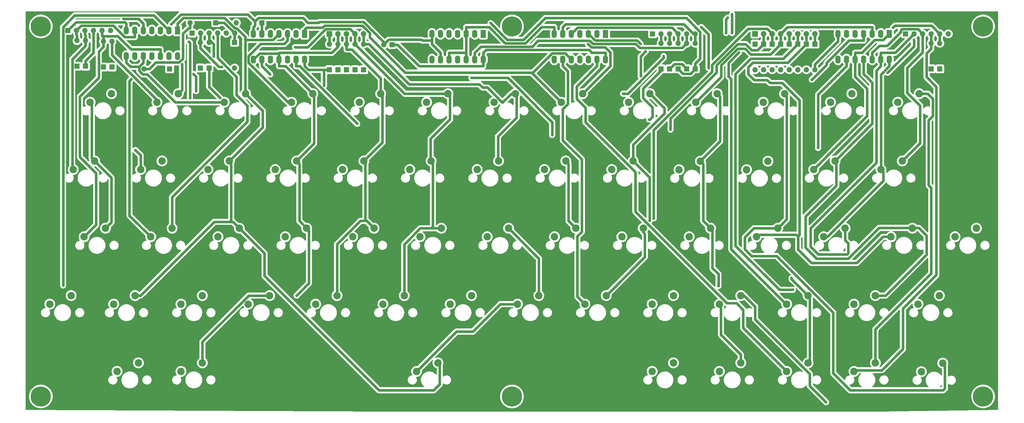
<source format=gbl>
G04 #@! TF.GenerationSoftware,KiCad,Pcbnew,(6.0.10)*
G04 #@! TF.CreationDate,2023-02-27T08:54:06+01:00*
G04 #@! TF.ProjectId,CherryZXKeyboard,43686572-7279-45a5-984b-6579626f6172,rev?*
G04 #@! TF.SameCoordinates,Original*
G04 #@! TF.FileFunction,Copper,L2,Bot*
G04 #@! TF.FilePolarity,Positive*
%FSLAX46Y46*%
G04 Gerber Fmt 4.6, Leading zero omitted, Abs format (unit mm)*
G04 Created by KiCad (PCBNEW (6.0.10)) date 2023-02-27 08:54:06*
%MOMM*%
%LPD*%
G01*
G04 APERTURE LIST*
G04 #@! TA.AperFunction,ComponentPad*
%ADD10C,2.200000*%
G04 #@! TD*
G04 #@! TA.AperFunction,ComponentPad*
%ADD11R,1.600000X1.600000*%
G04 #@! TD*
G04 #@! TA.AperFunction,ComponentPad*
%ADD12C,1.600000*%
G04 #@! TD*
G04 #@! TA.AperFunction,ComponentPad*
%ADD13R,1.700000X1.700000*%
G04 #@! TD*
G04 #@! TA.AperFunction,ComponentPad*
%ADD14O,1.700000X1.700000*%
G04 #@! TD*
G04 #@! TA.AperFunction,ComponentPad*
%ADD15O,1.600000X1.600000*%
G04 #@! TD*
G04 #@! TA.AperFunction,ComponentPad*
%ADD16R,1.600000X2.400000*%
G04 #@! TD*
G04 #@! TA.AperFunction,ComponentPad*
%ADD17O,1.600000X2.400000*%
G04 #@! TD*
G04 #@! TA.AperFunction,ViaPad*
%ADD18C,0.800000*%
G04 #@! TD*
G04 #@! TA.AperFunction,ViaPad*
%ADD19C,6.000000*%
G04 #@! TD*
G04 #@! TA.AperFunction,Conductor*
%ADD20C,0.800000*%
G04 #@! TD*
G04 APERTURE END LIST*
D10*
X63686000Y-154134000D03*
X57336000Y-156674000D03*
X83686000Y-174134000D03*
X77336000Y-176674000D03*
X321686000Y-154134000D03*
X315336000Y-156674000D03*
X332686000Y-134134000D03*
X326336000Y-136674000D03*
D11*
X159078000Y-79548000D03*
D12*
X156578000Y-79548000D03*
D13*
X266948000Y-76354000D03*
D14*
X269488000Y-76354000D03*
X272028000Y-76354000D03*
X274568000Y-76354000D03*
X277108000Y-76354000D03*
X279648000Y-76354000D03*
X282188000Y-76354000D03*
X284728000Y-76354000D03*
D11*
X62732000Y-75338000D03*
D15*
X65272000Y-75338000D03*
X67812000Y-75338000D03*
X70352000Y-75338000D03*
X72892000Y-75338000D03*
X75432000Y-75338000D03*
D11*
X311652000Y-76354000D03*
D15*
X314192000Y-76354000D03*
X316732000Y-76354000D03*
X319272000Y-76354000D03*
X321812000Y-76354000D03*
X324352000Y-76354000D03*
D11*
X99586000Y-76134000D03*
D15*
X102126000Y-76134000D03*
X104666000Y-76134000D03*
X107206000Y-76134000D03*
X109746000Y-76134000D03*
X112286000Y-76134000D03*
D10*
X115540000Y-94134000D03*
X109190000Y-96674000D03*
X110686000Y-114134000D03*
X104336000Y-116674000D03*
X76336000Y-156674000D03*
X82686000Y-154134000D03*
X135540000Y-94134000D03*
X129190000Y-96674000D03*
X133686000Y-134134000D03*
X127336000Y-136674000D03*
X122686000Y-154134000D03*
X116336000Y-156674000D03*
X155686000Y-94134000D03*
X149336000Y-96674000D03*
X153686000Y-134134000D03*
X147336000Y-136674000D03*
X142686000Y-154134000D03*
X136336000Y-156674000D03*
X175686000Y-94134000D03*
X169336000Y-96674000D03*
X170686000Y-114134000D03*
X164336000Y-116674000D03*
X173686000Y-134134000D03*
X167336000Y-136674000D03*
X162686000Y-154134000D03*
X156336000Y-156674000D03*
X195686000Y-94134000D03*
X189336000Y-96674000D03*
X190686000Y-114134000D03*
X184336000Y-116674000D03*
X182686000Y-154134000D03*
X176336000Y-156674000D03*
X215686000Y-94134000D03*
X209336000Y-96674000D03*
X210686000Y-114134000D03*
X204336000Y-116674000D03*
X213686000Y-134134000D03*
X207336000Y-136674000D03*
X202686000Y-154134000D03*
X196336000Y-156674000D03*
X235686000Y-94134000D03*
X229336000Y-96674000D03*
X230686000Y-114134000D03*
X224336000Y-116674000D03*
X233686000Y-134134000D03*
X227336000Y-136674000D03*
X222686000Y-154134000D03*
X216336000Y-156674000D03*
X255686000Y-94134000D03*
X249336000Y-96674000D03*
X250692000Y-114200000D03*
X244342000Y-116740000D03*
X253686000Y-134134000D03*
X247336000Y-136674000D03*
X242686000Y-154134000D03*
X236336000Y-156674000D03*
X270758000Y-114200000D03*
X264408000Y-116740000D03*
X273686000Y-134134000D03*
X267336000Y-136674000D03*
X322686000Y-174214000D03*
X316336000Y-176754000D03*
X295686000Y-94134000D03*
X289336000Y-96674000D03*
X290686000Y-114134000D03*
X284336000Y-116674000D03*
X172686000Y-174134000D03*
X166336000Y-176674000D03*
X302686000Y-154134000D03*
X296336000Y-156674000D03*
X293686000Y-134134000D03*
X287336000Y-136674000D03*
X310686000Y-114134000D03*
X304336000Y-116674000D03*
X262686000Y-154134000D03*
X256336000Y-156674000D03*
X102686000Y-154134000D03*
X96336000Y-156674000D03*
X242686000Y-174134000D03*
X236336000Y-176674000D03*
X262686000Y-174134000D03*
X256336000Y-176674000D03*
X90686000Y-114134000D03*
X84336000Y-116674000D03*
X70686000Y-114134000D03*
X64336000Y-116674000D03*
X73908000Y-134134000D03*
X67558000Y-136674000D03*
X95540000Y-94134000D03*
X89190000Y-96674000D03*
X282686000Y-174134000D03*
X276336000Y-176674000D03*
X282686000Y-154134000D03*
X276336000Y-156674000D03*
X302686000Y-174134000D03*
X296336000Y-176674000D03*
X93686000Y-134134000D03*
X87336000Y-136674000D03*
X309336000Y-96674000D03*
X315686000Y-94134000D03*
D16*
X222503000Y-76339000D03*
D17*
X219963000Y-76339000D03*
X217423000Y-76339000D03*
X214883000Y-76339000D03*
X212343000Y-76339000D03*
X209803000Y-76339000D03*
X207263000Y-76339000D03*
X207263000Y-83959000D03*
X209803000Y-83959000D03*
X212343000Y-83959000D03*
X214883000Y-83959000D03*
X217423000Y-83959000D03*
X219963000Y-83959000D03*
X222503000Y-83959000D03*
D16*
X133090000Y-76354000D03*
D17*
X130550000Y-76354000D03*
X128010000Y-76354000D03*
X125470000Y-76354000D03*
X122930000Y-76354000D03*
X120390000Y-76354000D03*
X117850000Y-76354000D03*
X117850000Y-83974000D03*
X120390000Y-83974000D03*
X122930000Y-83974000D03*
X125470000Y-83974000D03*
X128010000Y-83974000D03*
X130550000Y-83974000D03*
X133090000Y-83974000D03*
D16*
X306831000Y-76339000D03*
D17*
X304291000Y-76339000D03*
X301751000Y-76339000D03*
X299211000Y-76339000D03*
X296671000Y-76339000D03*
X294131000Y-76339000D03*
X291591000Y-76339000D03*
X291591000Y-83959000D03*
X294131000Y-83959000D03*
X296671000Y-83959000D03*
X299211000Y-83959000D03*
X301751000Y-83959000D03*
X304291000Y-83959000D03*
X306831000Y-83959000D03*
D16*
X186181000Y-76339000D03*
D17*
X183641000Y-76339000D03*
X181101000Y-76339000D03*
X178561000Y-76339000D03*
X176021000Y-76339000D03*
X173481000Y-76339000D03*
X170941000Y-76339000D03*
X170941000Y-83959000D03*
X173481000Y-83959000D03*
X176021000Y-83959000D03*
X178561000Y-83959000D03*
X181101000Y-83959000D03*
X183641000Y-83959000D03*
X186181000Y-83959000D03*
D13*
X140456000Y-76354000D03*
D14*
X142996000Y-76354000D03*
X145536000Y-76354000D03*
X148076000Y-76354000D03*
X150616000Y-76354000D03*
D10*
X193686000Y-134134000D03*
X187336000Y-136674000D03*
X275686000Y-94134000D03*
X269336000Y-96674000D03*
X113686000Y-134134000D03*
X107336000Y-136674000D03*
X75686000Y-94134000D03*
X69336000Y-96674000D03*
X313686000Y-134134000D03*
X307336000Y-136674000D03*
D11*
X236468000Y-76354000D03*
D15*
X239008000Y-76354000D03*
X241548000Y-76354000D03*
X244088000Y-76354000D03*
X246628000Y-76354000D03*
X249168000Y-76354000D03*
D10*
X102686000Y-174134000D03*
X96336000Y-176674000D03*
X130686000Y-114134000D03*
X124336000Y-116674000D03*
X150686000Y-114134000D03*
X144336000Y-116674000D03*
D16*
X95311000Y-75309000D03*
D17*
X92771000Y-75309000D03*
X90231000Y-75309000D03*
X87691000Y-75309000D03*
X85151000Y-75309000D03*
X82611000Y-75309000D03*
X80071000Y-75309000D03*
X80071000Y-82929000D03*
X82611000Y-82929000D03*
X85151000Y-82929000D03*
X87691000Y-82929000D03*
X90231000Y-82929000D03*
X92771000Y-82929000D03*
X95311000Y-82929000D03*
D11*
X75840000Y-86226000D03*
D15*
X75840000Y-78606000D03*
D11*
X269488000Y-79402000D03*
D15*
X269488000Y-87022000D03*
D11*
X73300000Y-86226000D03*
D15*
X73300000Y-78606000D03*
D11*
X266948000Y-79402000D03*
D15*
X266948000Y-87022000D03*
D11*
X112262000Y-78894000D03*
D15*
X112262000Y-86514000D03*
D11*
X92958000Y-86768000D03*
D15*
X85338000Y-86768000D03*
D11*
X102102000Y-86514000D03*
D15*
X102102000Y-78894000D03*
D11*
X279648000Y-79402000D03*
D15*
X279648000Y-87022000D03*
D11*
X277108000Y-79402000D03*
D15*
X277108000Y-87022000D03*
D11*
X140456000Y-87022000D03*
D15*
X140456000Y-79402000D03*
D11*
X65426000Y-85972000D03*
D15*
X65426000Y-78352000D03*
D11*
X321812000Y-86768000D03*
D15*
X321812000Y-79148000D03*
D11*
X120390000Y-73052000D03*
D15*
X112770000Y-73052000D03*
D11*
X246628000Y-86768000D03*
D15*
X246628000Y-79148000D03*
D11*
X272028000Y-79402000D03*
D15*
X272028000Y-87022000D03*
D11*
X274568000Y-79402000D03*
D15*
X274568000Y-87022000D03*
D11*
X106674000Y-73052000D03*
D15*
X99054000Y-73052000D03*
D11*
X67966000Y-85972000D03*
D15*
X67966000Y-78352000D03*
D11*
X319272000Y-86768000D03*
D15*
X319272000Y-79148000D03*
D11*
X244088000Y-86768000D03*
D15*
X244088000Y-79148000D03*
D11*
X104686000Y-86514000D03*
D15*
X104686000Y-78894000D03*
D11*
X148076000Y-87022000D03*
D15*
X148076000Y-79402000D03*
D11*
X249168000Y-86768000D03*
D15*
X249168000Y-79148000D03*
D11*
X284728000Y-79402000D03*
D15*
X284728000Y-87022000D03*
D11*
X150616000Y-87022000D03*
D15*
X150616000Y-79402000D03*
D11*
X239008000Y-86768000D03*
D15*
X239008000Y-79148000D03*
D11*
X142996000Y-87022000D03*
D15*
X142996000Y-79402000D03*
D11*
X241548000Y-86768000D03*
D15*
X241548000Y-79148000D03*
D11*
X145536000Y-87022000D03*
D15*
X145536000Y-79402000D03*
D11*
X282188000Y-79402000D03*
D15*
X282188000Y-87022000D03*
D18*
X61310300Y-151123300D03*
X82798000Y-110898000D03*
X300349000Y-89435000D03*
D19*
X54686000Y-74134000D03*
X54686000Y-184134000D03*
X334686000Y-184134000D03*
X194686000Y-184134000D03*
X334686000Y-74134000D03*
X194686000Y-74134000D03*
D18*
X277774500Y-148917200D03*
X138817300Y-91787500D03*
X283204000Y-163984000D03*
X96656300Y-85378800D03*
X253116100Y-86515700D03*
X93447900Y-73477100D03*
X250943800Y-74333600D03*
X235452000Y-101814100D03*
X107994900Y-95425400D03*
X79193700Y-71886500D03*
X217269600Y-79434900D03*
X285648700Y-110266200D03*
X235551700Y-131949600D03*
X130222200Y-80304000D03*
X232906200Y-79359100D03*
X98656900Y-78696600D03*
X232937000Y-88901600D03*
X98997000Y-95425400D03*
X256026000Y-151284000D03*
X234442100Y-81548300D03*
X283776400Y-89960600D03*
X306299800Y-87918500D03*
X130680700Y-154134000D03*
X314160300Y-78151500D03*
X188335000Y-73179000D03*
X239767300Y-82958800D03*
X227697000Y-94134000D03*
X241802000Y-104802000D03*
X236800300Y-131195500D03*
X278171500Y-152433400D03*
X122838100Y-88422100D03*
X182640900Y-89444200D03*
X206614300Y-106395500D03*
X288030000Y-185828000D03*
X258820000Y-71528000D03*
X258312000Y-76100000D03*
X260090000Y-70512000D03*
X260090000Y-76100000D03*
X100832000Y-93372000D03*
X100070000Y-88292000D03*
X262124100Y-81848200D03*
X259008300Y-88964100D03*
X307890100Y-74526500D03*
X108540700Y-86227500D03*
X148690800Y-103075300D03*
X106023800Y-83050700D03*
X81607900Y-89803500D03*
D20*
X102686000Y-167906000D02*
X102686000Y-174134000D01*
X84266000Y-154134000D02*
X82686000Y-154134000D01*
X319272000Y-80748000D02*
X319272000Y-79148000D01*
X317871800Y-82148200D02*
X319272000Y-80748000D01*
X317871800Y-89177800D02*
X317871800Y-82148200D01*
X320796000Y-92102000D02*
X317871800Y-89177800D01*
X310868000Y-170027000D02*
X310868000Y-157952000D01*
X320796000Y-148024000D02*
X320796000Y-92102000D01*
X304571700Y-176323300D02*
X310868000Y-170027000D01*
X296686700Y-176323300D02*
X304571700Y-176323300D01*
X310868000Y-157952000D02*
X320796000Y-148024000D01*
X296336000Y-176674000D02*
X296686700Y-176323300D01*
X302686000Y-164134000D02*
X302686000Y-174134000D01*
X319272000Y-122074000D02*
X319272000Y-147548000D01*
X319780000Y-100738000D02*
X318510000Y-102008000D01*
X318510000Y-121312000D02*
X319272000Y-122074000D01*
X319272000Y-147548000D02*
X302686000Y-164134000D01*
X319780000Y-95658000D02*
X319780000Y-100738000D01*
X315686000Y-94134000D02*
X318256000Y-94134000D01*
X318256000Y-94134000D02*
X319780000Y-95658000D01*
X318510000Y-102008000D02*
X318510000Y-121312000D01*
X305686000Y-154134000D02*
X302686000Y-154134000D01*
X317875000Y-141945000D02*
X305686000Y-154134000D01*
X317875000Y-136323000D02*
X317875000Y-141945000D01*
X315564000Y-134012000D02*
X317875000Y-136323000D01*
X303776600Y-134012000D02*
X315564000Y-134012000D01*
X281934000Y-139854000D02*
X285236000Y-143156000D01*
X285236000Y-143156000D02*
X294632600Y-143156000D01*
X281934000Y-130622900D02*
X281934000Y-139854000D01*
X294632600Y-143156000D02*
X303776600Y-134012000D01*
X290686000Y-114134000D02*
X291078000Y-114526000D01*
X291078000Y-114526000D02*
X291078000Y-121478900D01*
X291078000Y-121478900D02*
X281934000Y-130622900D01*
X304926000Y-136674000D02*
X307336000Y-136674000D01*
X84336000Y-112436000D02*
X84336000Y-116674000D01*
X82798000Y-110898000D02*
X84336000Y-112436000D01*
X300349000Y-89435000D02*
X301746000Y-90832000D01*
X299211000Y-88297000D02*
X300349000Y-89435000D01*
X296671000Y-89059000D02*
X296671000Y-83959000D01*
X300222000Y-100738000D02*
X300222000Y-92610000D01*
X290062000Y-110948000D02*
X290062000Y-110898000D01*
X300222000Y-92610000D02*
X296671000Y-89059000D01*
X284336000Y-116674000D02*
X290062000Y-110948000D01*
X290062000Y-110898000D02*
X300222000Y-100738000D01*
X296499300Y-108270700D02*
X296499300Y-108320700D01*
X301746000Y-103024000D02*
X296499300Y-108270700D01*
X301746000Y-90832000D02*
X301746000Y-103024000D01*
X299211000Y-83959000D02*
X299211000Y-88297000D01*
X296499300Y-108320700D02*
X290686000Y-114134000D01*
X282686000Y-174134000D02*
X283204000Y-173616000D01*
X138817300Y-87022000D02*
X134138000Y-87022000D01*
X138817300Y-87022000D02*
X140710000Y-87022000D01*
X116072000Y-102480000D02*
X116072000Y-97690000D01*
X134138000Y-87022000D02*
X133090000Y-85974000D01*
X256788000Y-157126000D02*
X256336000Y-156674000D01*
X256788000Y-165762000D02*
X256788000Y-157126000D01*
X262686000Y-174134000D02*
X262686000Y-171660000D01*
X186993600Y-81146400D02*
X217627000Y-81146400D01*
X112839700Y-89112200D02*
X107206000Y-83478500D01*
X75686000Y-132356000D02*
X75686000Y-119134000D01*
X277774500Y-149222500D02*
X277774500Y-148917200D01*
X306831000Y-83959000D02*
X306831000Y-85959000D01*
X138817300Y-87022000D02*
X138817300Y-91787500D01*
X283204000Y-173616000D02*
X283204000Y-154652000D01*
X69792800Y-97130800D02*
X69792800Y-113240800D01*
X69792800Y-113240800D02*
X70686000Y-114134000D01*
X282686000Y-154134000D02*
X277774500Y-149222500D01*
X186181000Y-83959000D02*
X186181000Y-81959000D01*
X222503000Y-83959000D02*
X222503000Y-81959000D01*
X288416000Y-136674000D02*
X305048000Y-120042000D01*
X186181000Y-85959000D02*
X167089000Y-85959000D01*
X133090000Y-83974000D02*
X133090000Y-85974000D01*
X304336000Y-88454000D02*
X304336000Y-116674000D01*
X167089000Y-85959000D02*
X160678000Y-79548000D01*
X287336000Y-136674000D02*
X288416000Y-136674000D01*
X283204000Y-154652000D02*
X282686000Y-154134000D01*
X96656300Y-93017700D02*
X96656300Y-85378800D01*
X262686000Y-171660000D02*
X256788000Y-165762000D01*
X93686000Y-134134000D02*
X93686000Y-124866000D01*
X305048000Y-117386000D02*
X304336000Y-116674000D01*
X73908000Y-134134000D02*
X75686000Y-132356000D01*
X186181000Y-81959000D02*
X186993600Y-81146400D01*
X95540000Y-94134000D02*
X96656300Y-93017700D01*
X69336000Y-96674000D02*
X69792800Y-97130800D01*
X112839700Y-94457700D02*
X112839700Y-89112200D01*
X305048000Y-120042000D02*
X305048000Y-117386000D01*
X186181000Y-83959000D02*
X186181000Y-85959000D01*
X107206000Y-83478500D02*
X107206000Y-76134000D01*
X159078000Y-79548000D02*
X160678000Y-79548000D01*
X75686000Y-119134000D02*
X70686000Y-114134000D01*
X218439600Y-81959000D02*
X222503000Y-81959000D01*
X93686000Y-124866000D02*
X116072000Y-102480000D01*
X116072000Y-97690000D02*
X112839700Y-94457700D01*
X306831000Y-85959000D02*
X304336000Y-88454000D01*
X217627000Y-81146400D02*
X218439600Y-81959000D01*
X80071000Y-73309000D02*
X79688200Y-72926200D01*
X284728000Y-85422000D02*
X291591000Y-78559000D01*
X117850000Y-76354000D02*
X117850000Y-74354000D01*
X207263000Y-76339000D02*
X207263000Y-74339000D01*
X156942800Y-79183200D02*
X150611700Y-72852100D01*
X198686000Y-79134000D02*
X192686000Y-79134000D01*
X135630000Y-73052000D02*
X137230000Y-73052000D01*
X156942800Y-79183200D02*
X156578000Y-79548000D01*
X181101000Y-74339000D02*
X181101000Y-76339000D01*
X181101000Y-81959000D02*
X181101000Y-76339000D01*
X253116100Y-86515700D02*
X253116100Y-76505900D01*
X150611700Y-72852100D02*
X137429900Y-72852100D01*
X96353200Y-70571800D02*
X93447900Y-73477100D01*
X118309000Y-72666600D02*
X119323800Y-71651800D01*
X192686000Y-79134000D02*
X187891000Y-74339000D01*
X118309000Y-73895000D02*
X118309000Y-72666600D01*
X158037100Y-78088900D02*
X167771100Y-78088900D01*
X176021000Y-83959000D02*
X176021000Y-81959000D01*
X167771100Y-78088900D02*
X168021200Y-78339000D01*
X253116100Y-76505900D02*
X250943800Y-74333600D01*
X168021200Y-78339000D02*
X170941000Y-78339000D01*
X187891000Y-74339000D02*
X181101000Y-74339000D01*
X134830000Y-73052000D02*
X134030000Y-73052000D01*
X137429900Y-72852100D02*
X137230000Y-73052000D01*
X170941000Y-76339000D02*
X170941000Y-78339000D01*
X203481000Y-74339000D02*
X198686000Y-79134000D01*
X132629800Y-71651800D02*
X134030000Y-73052000D01*
X80071000Y-75309000D02*
X80071000Y-73309000D01*
X116214200Y-70571800D02*
X96353200Y-70571800D01*
X118309000Y-72666600D02*
X116214200Y-70571800D01*
X170941000Y-79419000D02*
X173481000Y-81959000D01*
X170941000Y-78339000D02*
X170941000Y-79419000D01*
X173481000Y-83959000D02*
X173481000Y-81959000D01*
X79688200Y-72926200D02*
X65143800Y-72926200D01*
X135630000Y-73052000D02*
X134830000Y-73052000D01*
X181101000Y-81959000D02*
X176021000Y-81959000D01*
X119323800Y-71651800D02*
X132629800Y-71651800D01*
X181101000Y-83959000D02*
X181101000Y-81959000D01*
X291591000Y-78559000D02*
X291591000Y-76339000D01*
X65143800Y-72926200D02*
X62732000Y-75338000D01*
X284728000Y-87022000D02*
X284728000Y-85422000D01*
X117850000Y-74354000D02*
X118309000Y-73895000D01*
X156942800Y-79183200D02*
X158037100Y-78088900D01*
X207263000Y-74339000D02*
X203481000Y-74339000D01*
X239008000Y-87276000D02*
X239008000Y-86768000D01*
X67966000Y-85972000D02*
X67966000Y-84372000D01*
X236468000Y-100992000D02*
X236468000Y-98198000D01*
X104686000Y-92116500D02*
X107994900Y-95425400D01*
X241548000Y-86768000D02*
X242952200Y-85363800D01*
X236468000Y-98198000D02*
X233674000Y-95404000D01*
X70352000Y-81986000D02*
X70352000Y-75338000D01*
X242952200Y-85363800D02*
X245223800Y-85363800D01*
X245223800Y-85363800D02*
X246628000Y-86768000D01*
X235452000Y-101814100D02*
X235645900Y-101814100D01*
X233674000Y-95404000D02*
X233674000Y-92610000D01*
X67966000Y-84372000D02*
X70352000Y-81986000D01*
X235645900Y-101814100D02*
X236468000Y-100992000D01*
X233674000Y-92610000D02*
X239008000Y-87276000D01*
X104686000Y-86514000D02*
X104686000Y-92116500D01*
X75840000Y-82621300D02*
X89190000Y-95971300D01*
X89190000Y-95971300D02*
X89190000Y-96674000D01*
X75840000Y-78606000D02*
X75840000Y-82621300D01*
X73300000Y-77006000D02*
X73232000Y-76938000D01*
X66288000Y-94998800D02*
X66288000Y-112930000D01*
X71114000Y-117756000D02*
X71114000Y-133118000D01*
X72892000Y-75338000D02*
X72892000Y-76938000D01*
X90231000Y-80929000D02*
X81479600Y-80929000D01*
X77556600Y-77006000D02*
X73300000Y-77006000D01*
X73300000Y-80206000D02*
X71899800Y-81606200D01*
X66288000Y-112930000D02*
X71114000Y-117756000D01*
X73300000Y-78606000D02*
X73300000Y-77006000D01*
X73232000Y-76938000D02*
X72892000Y-76938000D01*
X71899800Y-81606200D02*
X71899800Y-89387000D01*
X71899800Y-89387000D02*
X66288000Y-94998800D01*
X73300000Y-78606000D02*
X73300000Y-80206000D01*
X81479600Y-80929000D02*
X77556600Y-77006000D01*
X90231000Y-82929000D02*
X90231000Y-80929000D01*
X71114000Y-133118000D02*
X67558000Y-136674000D01*
X64021700Y-83896300D02*
X64021700Y-116359700D01*
X67966000Y-79952000D02*
X64021700Y-83896300D01*
X67966000Y-77551800D02*
X67966000Y-76752000D01*
X85151000Y-75309000D02*
X85151000Y-73309000D01*
X67966000Y-76752000D02*
X67812000Y-76598000D01*
X64021700Y-116359700D02*
X64336000Y-116674000D01*
X83728500Y-71886500D02*
X85151000Y-73309000D01*
X67966000Y-78352000D02*
X67966000Y-79952000D01*
X67812000Y-76598000D02*
X67812000Y-75338000D01*
X67966000Y-77551800D02*
X67966000Y-78352000D01*
X79193700Y-71886500D02*
X83728500Y-71886500D01*
X82611000Y-75309000D02*
X82611000Y-77309000D01*
X65272000Y-76598000D02*
X65272000Y-75338000D01*
X66676000Y-73934000D02*
X65272000Y-75338000D01*
X82611000Y-77309000D02*
X79649300Y-77309000D01*
X79649300Y-77309000D02*
X76274300Y-73934000D01*
X76274300Y-73934000D02*
X66676000Y-73934000D01*
X65426000Y-78352000D02*
X65426000Y-76752000D01*
X65426000Y-76752000D02*
X65272000Y-76598000D01*
X110753700Y-132217600D02*
X111769600Y-132217600D01*
X123669800Y-78154200D02*
X115415000Y-78154200D01*
X112386100Y-74733800D02*
X109285900Y-71633600D01*
X120644000Y-104176000D02*
X120644000Y-99238000D01*
X171444000Y-182272000D02*
X155188000Y-182272000D01*
X155188000Y-182272000D02*
X121146100Y-148230100D01*
X110686000Y-114134000D02*
X120644000Y-104176000D01*
X172686000Y-174134000D02*
X173222000Y-174670000D01*
X96986400Y-71633600D02*
X95311000Y-73309000D01*
X121146100Y-141594100D02*
X113686000Y-134134000D01*
X115415000Y-78154200D02*
X115415000Y-77224900D01*
X115415000Y-77224900D02*
X112923900Y-74733800D01*
X110753700Y-132217600D02*
X106182400Y-132217600D01*
X115415000Y-78154200D02*
X115415000Y-94009000D01*
X173222000Y-174670000D02*
X173222000Y-180494000D01*
X140456000Y-79148000D02*
X140710000Y-79402000D01*
X112923900Y-74733800D02*
X112386100Y-74733800D01*
X106182400Y-132217600D02*
X84266000Y-154134000D01*
X120644000Y-99238000D02*
X115540000Y-94134000D01*
X140456000Y-76354000D02*
X140456000Y-79148000D01*
X121146100Y-148230100D02*
X121146100Y-141594100D01*
X115415000Y-94009000D02*
X115540000Y-94134000D01*
X111246000Y-131725300D02*
X111246000Y-114694000D01*
X125470000Y-76354000D02*
X123669800Y-78154200D01*
X111769600Y-132217600D02*
X113686000Y-134134000D01*
X110753700Y-132217600D02*
X111246000Y-131725300D01*
X111246000Y-114694000D02*
X110686000Y-114134000D01*
X173222000Y-180494000D02*
X171444000Y-182272000D01*
X109285900Y-71633600D02*
X96986400Y-71633600D01*
X95311000Y-75309000D02*
X95311000Y-73309000D01*
X294131000Y-85959000D02*
X285648700Y-94441300D01*
X164129400Y-91315400D02*
X184977000Y-91315400D01*
X195686000Y-94134000D02*
X194487900Y-94134000D01*
X202686000Y-154134000D02*
X202686000Y-143134000D01*
X190518500Y-113966400D02*
X190602300Y-114050200D01*
X187391400Y-92315400D02*
X191849000Y-96772900D01*
X190602300Y-114050300D02*
X190686000Y-114134000D01*
X211499300Y-114947300D02*
X210686000Y-114134000D01*
X150616000Y-79402000D02*
X152216000Y-79402000D01*
X150616000Y-79402000D02*
X150616000Y-76354000D01*
X223903100Y-81901200D02*
X222341100Y-80339200D01*
X213686000Y-134134000D02*
X211499300Y-131947300D01*
X202686000Y-143134000D02*
X193686000Y-134134000D01*
X285648700Y-94441300D02*
X285648700Y-110266200D01*
X152216000Y-79402000D02*
X164129400Y-91315400D01*
X196082000Y-101246000D02*
X190518500Y-106809500D01*
X185977000Y-92315400D02*
X187391400Y-92315400D01*
X218303500Y-80339200D02*
X217399300Y-79435000D01*
X217399300Y-79435000D02*
X217269600Y-79435000D01*
X223903100Y-85916900D02*
X223903100Y-81901200D01*
X194487900Y-94134000D02*
X191849000Y-96772900D01*
X190602300Y-114050200D02*
X190602300Y-114050300D01*
X196082000Y-94134000D02*
X196082000Y-101246000D01*
X217269600Y-79435000D02*
X217269600Y-79434900D01*
X194487900Y-94134000D02*
X196082000Y-94134000D01*
X184977000Y-91315400D02*
X185977000Y-92315400D01*
X222341100Y-80339200D02*
X218303500Y-80339200D01*
X294131000Y-83959000D02*
X294131000Y-85959000D01*
X215686000Y-94134000D02*
X223903100Y-85916900D01*
X190518500Y-106809500D02*
X190518500Y-113966400D01*
X211499300Y-131947300D02*
X211499300Y-114947300D01*
X240024000Y-98472000D02*
X235686000Y-94134000D01*
X234182000Y-142638000D02*
X222686000Y-154134000D01*
X235551700Y-118999700D02*
X230686000Y-114134000D01*
X170757900Y-134134000D02*
X173686000Y-134134000D01*
X148076000Y-79402000D02*
X162808000Y-94134000D01*
X162686000Y-138898100D02*
X167450100Y-134134000D01*
X176270000Y-94718000D02*
X176270000Y-101754000D01*
X234182000Y-135820300D02*
X234182000Y-142638000D01*
X240024000Y-99976000D02*
X240024000Y-98472000D01*
X170757900Y-134134000D02*
X171190000Y-133701900D01*
X148076000Y-76354000D02*
X146625900Y-74903900D01*
X235551700Y-131949600D02*
X235551700Y-118999700D01*
X233686000Y-134134000D02*
X233686000Y-135324300D01*
X171190000Y-114638000D02*
X170686000Y-114134000D01*
X171190000Y-133701900D02*
X171190000Y-114638000D01*
X133957400Y-80304000D02*
X130222200Y-80304000D01*
X148076000Y-79402000D02*
X148076000Y-76354000D01*
X146625900Y-74903900D02*
X139357500Y-74903900D01*
X230686000Y-109314000D02*
X240024000Y-99976000D01*
X167450100Y-134134000D02*
X170757900Y-134134000D01*
X230686000Y-114134000D02*
X230686000Y-109314000D01*
X170521000Y-107503000D02*
X170521000Y-113969000D01*
X171045300Y-94134000D02*
X175686000Y-94134000D01*
X175686000Y-94134000D02*
X176270000Y-94718000D01*
X176270000Y-101754000D02*
X170521000Y-107503000D01*
X162808000Y-94134000D02*
X171045300Y-94134000D01*
X233686000Y-135324300D02*
X234182000Y-135820300D01*
X170521000Y-113969000D02*
X170686000Y-114134000D01*
X162686000Y-154134000D02*
X162686000Y-138898100D01*
X139357500Y-74903900D02*
X133957400Y-80304000D01*
X256534000Y-94982000D02*
X256534000Y-108286000D01*
X145536000Y-76354000D02*
X145536000Y-79402000D01*
X251499200Y-131947200D02*
X253686000Y-134134000D01*
X145536000Y-79402000D02*
X145536000Y-81002000D01*
X145536000Y-81002000D02*
X147136000Y-81002000D01*
X250686000Y-114134000D02*
X251499200Y-114947200D01*
X156204000Y-94652000D02*
X155686000Y-94134000D01*
X231886100Y-78339000D02*
X232906200Y-79359100D01*
X294825100Y-78339000D02*
X288157100Y-85007000D01*
X256036800Y-147782000D02*
X256036800Y-151273200D01*
X254248000Y-145993200D02*
X256036800Y-147782000D01*
X155686000Y-89552000D02*
X155686000Y-94134000D01*
X142686000Y-138873900D02*
X149612700Y-131947200D01*
X253686000Y-134134000D02*
X254248000Y-134696000D01*
X254248000Y-134696000D02*
X254248000Y-145993200D01*
X151499200Y-131947200D02*
X153686000Y-134134000D01*
X217423000Y-76339000D02*
X219423000Y-78339000D01*
X98656900Y-78696600D02*
X98997000Y-79036700D01*
X219423000Y-78339000D02*
X231886100Y-78339000D01*
X299211000Y-76339000D02*
X299211000Y-78339000D01*
X288157100Y-85579900D02*
X283776400Y-89960600D01*
X149612700Y-131947200D02*
X150787600Y-131947200D01*
X151124000Y-131610800D02*
X150787600Y-131947200D01*
X98997000Y-79036700D02*
X98997000Y-95425400D01*
X147136000Y-81002000D02*
X155686000Y-89552000D01*
X255686000Y-94134000D02*
X256534000Y-94982000D01*
X256534000Y-108286000D02*
X250686000Y-114134000D01*
X142686000Y-154134000D02*
X142686000Y-138873900D01*
X150686000Y-114134000D02*
X151124000Y-114572000D01*
X232937000Y-88901600D02*
X232937000Y-83053400D01*
X299211000Y-78339000D02*
X294825100Y-78339000D01*
X232937000Y-83053400D02*
X234442100Y-81548300D01*
X150787600Y-131947200D02*
X151499200Y-131947200D01*
X156204000Y-108616000D02*
X156204000Y-94652000D01*
X256036800Y-151273200D02*
X256026000Y-151284000D01*
X251499200Y-114947200D02*
X251499200Y-131947200D01*
X151124000Y-114572000D02*
X151124000Y-131610800D01*
X288157100Y-85007000D02*
X288157100Y-85579900D01*
X150686000Y-114134000D02*
X156204000Y-108616000D01*
X133686000Y-134134000D02*
X134360000Y-134808000D01*
X134360000Y-134808000D02*
X134360000Y-150454700D01*
X306299800Y-87918500D02*
X314160300Y-80058000D01*
X131499200Y-114947200D02*
X131499200Y-131947200D01*
X322828000Y-182272000D02*
X295207750Y-182272000D01*
X263900000Y-140362000D02*
X263900000Y-136806000D01*
X295207750Y-182272000D02*
X290146100Y-177210350D01*
X119650200Y-82173800D02*
X125470000Y-82173800D01*
X265903500Y-142365500D02*
X263900000Y-140362000D01*
X273332900Y-142365500D02*
X265903500Y-142365500D01*
X273686000Y-134134000D02*
X276346000Y-131474000D01*
X117850000Y-83974000D02*
X119650200Y-82173800D01*
X116458000Y-154134000D02*
X102686000Y-167906000D01*
X125470000Y-83974000D02*
X125470000Y-82173800D01*
X266572000Y-134134000D02*
X273686000Y-134134000D01*
X141186000Y-81974000D02*
X125470000Y-81974000D01*
X131499200Y-131947200D02*
X133686000Y-134134000D01*
X323336000Y-181764000D02*
X322828000Y-182272000D01*
X276346000Y-94794000D02*
X275686000Y-94134000D01*
X130686000Y-114134000D02*
X131499200Y-114947200D01*
X290146100Y-159178700D02*
X273332900Y-142365500D01*
X142996000Y-79402000D02*
X142996000Y-80164000D01*
X323336000Y-174864000D02*
X323336000Y-181764000D01*
X322686000Y-174214000D02*
X323336000Y-174864000D01*
X125470000Y-81974000D02*
X125470000Y-82173800D01*
X125470000Y-83974000D02*
X125470000Y-85974000D01*
X276346000Y-131474000D02*
X276346000Y-94794000D01*
X314160300Y-80058000D02*
X314160300Y-78151500D01*
X142996000Y-80164000D02*
X141186000Y-81974000D01*
X122686000Y-154134000D02*
X116458000Y-154134000D01*
X263900000Y-136806000D02*
X266572000Y-134134000D01*
X142996000Y-79402000D02*
X142996000Y-76354000D01*
X290146100Y-177210350D02*
X290146100Y-159178700D01*
X135884000Y-94478000D02*
X135540000Y-94134000D01*
X134360000Y-150454700D02*
X130680700Y-154134000D01*
X135884000Y-108936000D02*
X135884000Y-94478000D01*
X130686000Y-114134000D02*
X135884000Y-108936000D01*
X127380000Y-85974000D02*
X135540000Y-94134000D01*
X125470000Y-85974000D02*
X127380000Y-85974000D01*
X112262000Y-78894000D02*
X112262000Y-77294000D01*
X246502500Y-71645600D02*
X250591100Y-75734200D01*
X120390000Y-73052000D02*
X120390000Y-76354000D01*
X250591100Y-83744900D02*
X249168000Y-85168000D01*
X245516800Y-88196800D02*
X247739200Y-88196800D01*
X188335000Y-73179000D02*
X193288000Y-78132000D01*
X193288000Y-78132000D02*
X198114000Y-78132000D01*
X244088000Y-86768000D02*
X245516800Y-88196800D01*
X106674000Y-73052000D02*
X109204000Y-73052000D01*
X247739200Y-88196800D02*
X249168000Y-86768000D01*
X109204000Y-73052000D02*
X112286000Y-76134000D01*
X112286000Y-77270000D02*
X112286000Y-76134000D01*
X249168000Y-85168000D02*
X249168000Y-86768000D01*
X112262000Y-77294000D02*
X112286000Y-77270000D01*
X204600400Y-71645600D02*
X246502500Y-71645600D01*
X198114000Y-78132000D02*
X204600400Y-71645600D01*
X250591100Y-75734200D02*
X250591100Y-83744900D01*
X308587000Y-81959000D02*
X314192000Y-76354000D01*
X304291000Y-83525400D02*
X304291000Y-81959000D01*
X293686000Y-137636000D02*
X293686000Y-134134000D01*
X302981600Y-114626100D02*
X283458000Y-134149700D01*
X304291000Y-83525400D02*
X304291000Y-83959000D01*
X302981600Y-87268400D02*
X302981600Y-114626100D01*
X294306000Y-141886000D02*
X294634000Y-141558000D01*
X304291000Y-83959000D02*
X304291000Y-85959000D01*
X285744000Y-141886000D02*
X294306000Y-141886000D01*
X294634000Y-138584000D02*
X293686000Y-137636000D01*
X294634000Y-141558000D02*
X294634000Y-138584000D01*
X283458000Y-139600000D02*
X285744000Y-141886000D01*
X283458000Y-134149700D02*
X283458000Y-139600000D01*
X304291000Y-81959000D02*
X308587000Y-81959000D01*
X304291000Y-85959000D02*
X302981600Y-87268400D01*
X83937500Y-86142500D02*
X81284500Y-86142500D01*
X127010000Y-79354000D02*
X128010000Y-78354000D01*
X128010000Y-76354000D02*
X128010000Y-78354000D01*
X116415100Y-84921800D02*
X116415100Y-82996200D01*
X80071000Y-82929000D02*
X80071000Y-84929000D01*
X81284500Y-86142500D02*
X80071000Y-84929000D01*
X96006000Y-96674000D02*
X94600700Y-96674000D01*
X109190000Y-96674000D02*
X96006000Y-96674000D01*
X128167300Y-96674000D02*
X116415100Y-84921800D01*
X239767300Y-83485700D02*
X239767300Y-82958800D01*
X120057300Y-79354000D02*
X127010000Y-79354000D01*
X83937500Y-87355700D02*
X83937500Y-86142500D01*
X86324100Y-88397400D02*
X84979200Y-88397400D01*
X116415100Y-82996200D02*
X120057300Y-79354000D01*
X83937500Y-86142500D02*
X85151000Y-84929000D01*
X129190000Y-96674000D02*
X128167300Y-96674000D01*
X94600700Y-96674000D02*
X86324100Y-88397400D01*
X85151000Y-82929000D02*
X85151000Y-84929000D01*
X227697000Y-94134000D02*
X229119000Y-94134000D01*
X229119000Y-94134000D02*
X239767300Y-83485700D01*
X84979200Y-88397400D02*
X83937500Y-87355700D01*
X269488000Y-79402000D02*
X269488000Y-76354000D01*
X241802000Y-104802000D02*
X241802000Y-101500000D01*
X264154000Y-79402000D02*
X265932000Y-81180000D01*
X255493300Y-85650300D02*
X261741600Y-79402000D01*
X261741600Y-79402000D02*
X264154000Y-79402000D01*
X267710000Y-81180000D02*
X269488000Y-79402000D01*
X255493300Y-87808700D02*
X255493300Y-85650300D01*
X241802000Y-101500000D02*
X255493300Y-87808700D01*
X265932000Y-81180000D02*
X267710000Y-81180000D01*
X236800400Y-104977600D02*
X236800400Y-131195500D01*
X236800400Y-131195500D02*
X236800300Y-131195500D01*
X272028000Y-76354000D02*
X270530600Y-74856600D01*
X272028000Y-79402000D02*
X272028000Y-76354000D01*
X254116200Y-87661800D02*
X236800400Y-104977600D01*
X254116200Y-85613000D02*
X254116200Y-87661800D01*
X264872600Y-74856600D02*
X254116200Y-85613000D01*
X270530600Y-74856600D02*
X264872600Y-74856600D01*
X138943300Y-73903800D02*
X150226700Y-73903800D01*
X162945700Y-87895800D02*
X200900200Y-87895800D01*
X274568000Y-79402000D02*
X274568000Y-76354000D01*
X256847100Y-89162900D02*
X249336000Y-96674000D01*
X152417100Y-76094200D02*
X152417100Y-77367200D01*
X206649500Y-82146500D02*
X200900200Y-87895800D01*
X138355700Y-74491400D02*
X138943300Y-73903800D01*
X133682600Y-74491400D02*
X138355700Y-74491400D01*
X271520000Y-82450000D02*
X265671800Y-82450000D01*
X274568000Y-76354000D02*
X276583000Y-74339000D01*
X261755900Y-80802100D02*
X256847100Y-85710900D01*
X276583000Y-74339000D02*
X301751000Y-74339000D01*
X265671800Y-82450000D02*
X264023900Y-80802100D01*
X200900200Y-87895800D02*
X200900200Y-88238200D01*
X212343000Y-83959000D02*
X210530500Y-82146500D01*
X274568000Y-79402000D02*
X271520000Y-82450000D01*
X301751000Y-76339000D02*
X301751000Y-74339000D01*
X200900200Y-88238200D02*
X209336000Y-96674000D01*
X150226700Y-73903800D02*
X152417100Y-76094200D01*
X133090000Y-75084000D02*
X133682600Y-74491400D01*
X210530500Y-82146500D02*
X206649500Y-82146500D01*
X264023900Y-80802100D02*
X261755900Y-80802100D01*
X256847100Y-85710900D02*
X256847100Y-89162900D01*
X133090000Y-76354000D02*
X133090000Y-75084000D01*
X152417100Y-77367200D02*
X162945700Y-87895800D01*
X296671000Y-83959000D02*
X296671000Y-81959000D01*
X298671000Y-81959000D02*
X296671000Y-81959000D01*
X302490800Y-78139200D02*
X298671000Y-81959000D01*
X277108000Y-79402000D02*
X277108000Y-76354000D01*
X305030800Y-78139200D02*
X302490800Y-78139200D01*
X306831000Y-76339000D02*
X305030800Y-78139200D01*
X261106000Y-139346000D02*
X274193400Y-152433400D01*
X279648000Y-79402000D02*
X275330000Y-83720000D01*
X61310300Y-74302900D02*
X61310300Y-151123300D01*
X88308900Y-70846900D02*
X64766300Y-70846900D01*
X275330000Y-83720000D02*
X265678000Y-83720000D01*
X64766300Y-70846900D02*
X61310300Y-74302900D01*
X274193400Y-152433400D02*
X278171500Y-152433400D01*
X261106000Y-88292000D02*
X261106000Y-139346000D01*
X279648000Y-76354000D02*
X279648000Y-79402000D01*
X265678000Y-83720000D02*
X261106000Y-88292000D01*
X92771000Y-75309000D02*
X88308900Y-70846900D01*
X282188000Y-76354000D02*
X282188000Y-79402000D01*
X283712000Y-144426000D02*
X297174000Y-144426000D01*
X274998300Y-90960800D02*
X280156000Y-96118500D01*
X279193300Y-136044000D02*
X279723100Y-136573800D01*
X282188000Y-79402000D02*
X276652200Y-84937800D01*
X266238200Y-84937800D02*
X264916000Y-86260000D01*
X279723100Y-136573800D02*
X279723100Y-140437100D01*
X271378900Y-90960800D02*
X274998300Y-90960800D01*
X266694000Y-90070000D02*
X270488100Y-90070000D01*
X267336000Y-136674000D02*
X267966000Y-136044000D01*
X280156000Y-96118500D02*
X280156000Y-136140900D01*
X264916000Y-86260000D02*
X264916000Y-88292000D01*
X270488100Y-90070000D02*
X271378900Y-90960800D01*
X280156000Y-136140900D02*
X279723100Y-136573800D01*
X297174000Y-144426000D02*
X304926000Y-136674000D01*
X264916000Y-88292000D02*
X266694000Y-90070000D01*
X276652200Y-84937800D02*
X266238200Y-84937800D01*
X267966000Y-136044000D02*
X279193300Y-136044000D01*
X279723100Y-140437100D02*
X283712000Y-144426000D01*
X214116000Y-154454000D02*
X216336000Y-156674000D01*
X211322000Y-87478000D02*
X211322000Y-97226700D01*
X209803000Y-83959000D02*
X209803000Y-85959000D01*
X209803000Y-85959000D02*
X211322000Y-87478000D01*
X209798000Y-107996800D02*
X215427100Y-113625900D01*
X284728000Y-79402000D02*
X284728000Y-76354000D01*
X183066200Y-164843700D02*
X191235900Y-156674000D01*
X120390000Y-83974000D02*
X120390000Y-85974000D01*
X215427100Y-113625900D02*
X215427100Y-135182900D01*
X178166300Y-164843700D02*
X183066200Y-164843700D01*
X209798000Y-98750700D02*
X209798000Y-107996800D01*
X214116000Y-136494000D02*
X214116000Y-154454000D01*
X120390000Y-85974000D02*
X122838100Y-88422100D01*
X215427100Y-135182900D02*
X214116000Y-136494000D01*
X211322000Y-97226700D02*
X209798000Y-98750700D01*
X166336000Y-176674000D02*
X178166300Y-164843700D01*
X191235900Y-156674000D02*
X196336000Y-156674000D01*
X206614300Y-106395500D02*
X206614300Y-102577000D01*
X310241600Y-75791400D02*
X310241600Y-75296600D01*
X315970000Y-97690000D02*
X312157300Y-93877300D01*
X310241600Y-75296600D02*
X310593200Y-74945000D01*
X315970000Y-108850000D02*
X315970000Y-97690000D01*
X193481500Y-89444200D02*
X182640900Y-89444200D01*
X306143000Y-79890000D02*
X310241600Y-75791400D01*
X312157300Y-93877300D02*
X312157300Y-86448200D01*
X301751000Y-81959000D02*
X303820000Y-79890000D01*
X315323000Y-74945000D02*
X316732000Y-76354000D01*
X206614300Y-102577000D02*
X193481500Y-89444200D01*
X303820000Y-79890000D02*
X306143000Y-79890000D01*
X310593200Y-74945000D02*
X315323000Y-74945000D01*
X316732000Y-81873500D02*
X316732000Y-76354000D01*
X312157300Y-86448200D02*
X316732000Y-81873500D01*
X301751000Y-83959000D02*
X301751000Y-81959000D01*
X310686000Y-114134000D02*
X315970000Y-108850000D01*
X249168000Y-79148000D02*
X249168000Y-76987600D01*
X266948000Y-161190000D02*
X266948000Y-157380000D01*
X210615600Y-73526400D02*
X245783700Y-73526400D01*
X258312000Y-76100000D02*
X258312000Y-72036000D01*
X283204000Y-181002000D02*
X283204000Y-177446000D01*
X266948000Y-157380000D02*
X263702000Y-154134000D01*
X283204000Y-177446000D02*
X266948000Y-161190000D01*
X288030000Y-185828000D02*
X283204000Y-181002000D01*
X263702000Y-154134000D02*
X262686000Y-154134000D01*
X209803000Y-76339000D02*
X209803000Y-74339000D01*
X258312000Y-72036000D02*
X258820000Y-71528000D01*
X209803000Y-74339000D02*
X210615600Y-73526400D01*
X245783700Y-73526400D02*
X249168000Y-76910700D01*
X249168000Y-76910700D02*
X249168000Y-76987600D01*
X249168000Y-76987600D02*
X249168000Y-76354000D01*
X214155500Y-74526500D02*
X212343000Y-76339000D01*
X260090000Y-76100000D02*
X260090000Y-70512000D01*
X244088000Y-79148000D02*
X244088000Y-76354000D01*
X242260500Y-74526500D02*
X214155500Y-74526500D01*
X244088000Y-76354000D02*
X242260500Y-74526500D01*
X100832000Y-93372000D02*
X100832000Y-89054000D01*
X85338000Y-86768000D02*
X86938000Y-86768000D01*
X99054000Y-73052000D02*
X99054000Y-74652000D01*
X88839200Y-84866800D02*
X86938000Y-86768000D01*
X100832000Y-89054000D02*
X100070000Y-88292000D01*
X99054000Y-74652000D02*
X98556700Y-74652000D01*
X96914100Y-83706600D02*
X95753900Y-84866800D01*
X98556700Y-74652000D02*
X96914100Y-76294600D01*
X95753900Y-84866800D02*
X88839200Y-84866800D01*
X96914100Y-76294600D02*
X96914100Y-83706600D01*
X219963000Y-83959000D02*
X219963000Y-85959000D01*
X261374200Y-156378200D02*
X263392000Y-158396000D01*
X258566000Y-156378200D02*
X261374200Y-156378200D01*
X213912900Y-95708900D02*
X216499300Y-98295300D01*
X213912900Y-92009100D02*
X213912900Y-95708900D01*
X239008000Y-79148000D02*
X239008000Y-76354000D01*
X263392000Y-158396000D02*
X263392000Y-163730000D01*
X216499300Y-102592100D02*
X231373500Y-117466300D01*
X216499300Y-98295300D02*
X216499300Y-102592100D01*
X219963000Y-85959000D02*
X213912900Y-92009100D01*
X231373500Y-129185700D02*
X258566000Y-156378200D01*
X231373500Y-117466300D02*
X231373500Y-129185700D01*
X263392000Y-163730000D02*
X276336000Y-176674000D01*
X241548000Y-76354000D02*
X241548000Y-79148000D01*
X276115000Y-156674000D02*
X276336000Y-156674000D01*
X259008300Y-88964100D02*
X259836000Y-89791800D01*
X259836000Y-89791800D02*
X259836000Y-140395000D01*
X262124100Y-81848200D02*
X259008300Y-84964000D01*
X259836000Y-140395000D02*
X276115000Y-156674000D01*
X259008300Y-84964000D02*
X259008300Y-88964100D01*
X319272000Y-79148000D02*
X319272000Y-76354000D01*
X308488200Y-73928400D02*
X307890100Y-74526500D01*
X319386400Y-73928400D02*
X308488200Y-73928400D01*
X321812000Y-79148000D02*
X321812000Y-76354000D01*
X321812000Y-76354000D02*
X319386400Y-73928400D01*
X102102000Y-77294000D02*
X102126000Y-77270000D01*
X130550000Y-85974000D02*
X131589500Y-85974000D01*
X102102000Y-78894000D02*
X102102000Y-80630800D01*
X131589500Y-85974000D02*
X148690800Y-103075300D01*
X102126000Y-77270000D02*
X102126000Y-76134000D01*
X102102000Y-78094000D02*
X102102000Y-77294000D01*
X102102000Y-80630800D02*
X107698700Y-86227500D01*
X130550000Y-83974000D02*
X130550000Y-85974000D01*
X102102000Y-78094000D02*
X102102000Y-78894000D01*
X107698700Y-86227500D02*
X108540700Y-86227500D01*
X87336000Y-136674000D02*
X81020000Y-130358000D01*
X104666000Y-77274000D02*
X104666000Y-76134000D01*
X81020000Y-130358000D02*
X81020000Y-90391400D01*
X104686000Y-77294000D02*
X104666000Y-77274000D01*
X104686000Y-78094000D02*
X104686000Y-77294000D01*
X104686000Y-78894000D02*
X104686000Y-78094000D01*
X106023800Y-79431800D02*
X106023800Y-83050700D01*
X104686000Y-78094000D02*
X106023800Y-79431800D01*
X81020000Y-90391400D02*
X81607900Y-89803500D01*
X183641000Y-81959000D02*
X183641000Y-83959000D01*
X185466000Y-80134000D02*
X183641000Y-81959000D01*
X232680900Y-80548200D02*
X231471800Y-79339100D01*
X200686000Y-80134000D02*
X185466000Y-80134000D01*
X246628000Y-76354000D02*
X246628000Y-79148000D01*
X231471800Y-79339100D02*
X218717800Y-79339100D01*
X245227800Y-80548200D02*
X232680900Y-80548200D01*
X218717800Y-79339100D02*
X217802800Y-78424100D01*
X246628000Y-79148000D02*
X245227800Y-80548200D01*
X202395900Y-78424100D02*
X200686000Y-80134000D01*
X217802800Y-78424100D02*
X202395900Y-78424100D01*
G04 #@! TA.AperFunction,NonConductor*
G36*
X78223007Y-71775402D02*
G01*
X78269500Y-71829058D01*
X78280782Y-71880923D01*
X78280196Y-71886500D01*
X78280780Y-71892060D01*
X78260884Y-71959821D01*
X78207228Y-72006314D01*
X78154886Y-72017700D01*
X65225216Y-72017700D01*
X65205507Y-72016149D01*
X65191609Y-72013948D01*
X65185005Y-72014294D01*
X65181339Y-72014102D01*
X65114358Y-71990564D01*
X65070735Y-71934550D01*
X65064320Y-71863844D01*
X65098834Y-71799179D01*
X65105708Y-71792305D01*
X65168020Y-71758279D01*
X65194803Y-71755400D01*
X78154886Y-71755400D01*
X78223007Y-71775402D01*
G37*
G04 #@! TD.AperFunction*
G04 #@! TA.AperFunction,NonConductor*
G36*
X87948518Y-71775402D02*
G01*
X87969492Y-71792305D01*
X89702354Y-73525167D01*
X89736380Y-73587479D01*
X89731315Y-73658294D01*
X89688768Y-73715130D01*
X89666508Y-73728457D01*
X89579242Y-73769149D01*
X89579239Y-73769151D01*
X89574251Y-73771477D01*
X89483501Y-73835021D01*
X89391211Y-73899643D01*
X89391208Y-73899645D01*
X89386700Y-73902802D01*
X89224802Y-74064700D01*
X89221645Y-74069208D01*
X89221643Y-74069211D01*
X89192713Y-74110527D01*
X89093477Y-74252251D01*
X89091154Y-74257233D01*
X89091151Y-74257238D01*
X89075195Y-74291457D01*
X89028278Y-74344742D01*
X88960001Y-74364203D01*
X88892041Y-74343661D01*
X88846805Y-74291457D01*
X88830849Y-74257238D01*
X88830846Y-74257233D01*
X88828523Y-74252251D01*
X88729287Y-74110527D01*
X88700357Y-74069211D01*
X88700355Y-74069208D01*
X88697198Y-74064700D01*
X88535300Y-73902802D01*
X88530792Y-73899645D01*
X88530789Y-73899643D01*
X88438499Y-73835021D01*
X88347749Y-73771477D01*
X88342767Y-73769154D01*
X88342762Y-73769151D01*
X88145225Y-73677039D01*
X88145224Y-73677039D01*
X88140243Y-73674716D01*
X88134935Y-73673294D01*
X88134933Y-73673293D01*
X87924402Y-73616881D01*
X87924400Y-73616881D01*
X87919087Y-73615457D01*
X87691000Y-73595502D01*
X87462913Y-73615457D01*
X87457600Y-73616881D01*
X87457598Y-73616881D01*
X87247067Y-73673293D01*
X87247065Y-73673294D01*
X87241757Y-73674716D01*
X87236776Y-73677039D01*
X87236775Y-73677039D01*
X87039238Y-73769151D01*
X87039233Y-73769154D01*
X87034251Y-73771477D01*
X86943501Y-73835021D01*
X86851211Y-73899643D01*
X86851208Y-73899645D01*
X86846700Y-73902802D01*
X86684802Y-74064700D01*
X86681645Y-74069208D01*
X86681643Y-74069211D01*
X86652713Y-74110527D01*
X86553477Y-74252251D01*
X86551154Y-74257233D01*
X86551151Y-74257238D01*
X86535195Y-74291457D01*
X86488278Y-74344742D01*
X86420001Y-74364203D01*
X86352041Y-74343661D01*
X86306805Y-74291457D01*
X86290849Y-74257238D01*
X86290846Y-74257233D01*
X86288523Y-74252251D01*
X86189287Y-74110527D01*
X86160357Y-74069211D01*
X86160355Y-74069208D01*
X86157198Y-74064700D01*
X86096405Y-74003907D01*
X86062379Y-73941595D01*
X86059500Y-73914812D01*
X86059500Y-73390417D01*
X86061051Y-73370705D01*
X86061333Y-73368928D01*
X86063252Y-73356810D01*
X86062191Y-73336551D01*
X86059673Y-73288520D01*
X86059500Y-73281926D01*
X86059500Y-73261390D01*
X86058548Y-73252328D01*
X86057353Y-73240958D01*
X86056836Y-73234384D01*
X86053603Y-73172696D01*
X86053603Y-73172694D01*
X86053257Y-73166097D01*
X86049615Y-73152504D01*
X86046014Y-73133075D01*
X86045518Y-73128359D01*
X86044542Y-73119072D01*
X86023407Y-73054025D01*
X86021535Y-73047706D01*
X86020396Y-73043453D01*
X86010362Y-73006008D01*
X86005538Y-72988003D01*
X86005537Y-72988000D01*
X86003830Y-72981630D01*
X85997438Y-72969085D01*
X85989874Y-72950823D01*
X85987568Y-72943726D01*
X85985527Y-72937444D01*
X85957749Y-72889331D01*
X85951336Y-72878223D01*
X85948188Y-72872426D01*
X85920126Y-72817351D01*
X85920124Y-72817348D01*
X85917129Y-72811470D01*
X85908273Y-72800533D01*
X85897073Y-72784237D01*
X85893343Y-72777776D01*
X85893340Y-72777772D01*
X85890040Y-72772056D01*
X85885623Y-72767150D01*
X85885619Y-72767145D01*
X85844278Y-72721231D01*
X85839994Y-72716216D01*
X85829148Y-72702823D01*
X85827072Y-72700259D01*
X85812557Y-72685744D01*
X85808016Y-72680959D01*
X85766673Y-72635043D01*
X85762253Y-72630134D01*
X85750865Y-72621860D01*
X85735832Y-72609019D01*
X85097308Y-71970495D01*
X85063282Y-71908183D01*
X85068347Y-71837368D01*
X85110894Y-71780532D01*
X85177414Y-71755721D01*
X85186403Y-71755400D01*
X87880397Y-71755400D01*
X87948518Y-71775402D01*
G37*
G04 #@! TD.AperFunction*
G04 #@! TA.AperFunction,NonConductor*
G36*
X83368118Y-72815002D02*
G01*
X83389092Y-72831905D01*
X84205595Y-73648408D01*
X84239621Y-73710720D01*
X84242500Y-73737503D01*
X84242500Y-73914812D01*
X84222498Y-73982933D01*
X84205595Y-74003907D01*
X84144802Y-74064700D01*
X84141645Y-74069208D01*
X84141643Y-74069211D01*
X84112713Y-74110527D01*
X84013477Y-74252251D01*
X84011154Y-74257233D01*
X84011151Y-74257238D01*
X83995195Y-74291457D01*
X83948278Y-74344742D01*
X83880001Y-74364203D01*
X83812041Y-74343661D01*
X83766805Y-74291457D01*
X83750849Y-74257238D01*
X83750846Y-74257233D01*
X83748523Y-74252251D01*
X83649287Y-74110527D01*
X83620357Y-74069211D01*
X83620355Y-74069208D01*
X83617198Y-74064700D01*
X83455300Y-73902802D01*
X83450792Y-73899645D01*
X83450789Y-73899643D01*
X83358499Y-73835021D01*
X83267749Y-73771477D01*
X83262767Y-73769154D01*
X83262762Y-73769151D01*
X83065225Y-73677039D01*
X83065224Y-73677039D01*
X83060243Y-73674716D01*
X83054935Y-73673294D01*
X83054933Y-73673293D01*
X82844402Y-73616881D01*
X82844400Y-73616881D01*
X82839087Y-73615457D01*
X82611000Y-73595502D01*
X82382913Y-73615457D01*
X82377600Y-73616881D01*
X82377598Y-73616881D01*
X82167067Y-73673293D01*
X82167065Y-73673294D01*
X82161757Y-73674716D01*
X82156776Y-73677039D01*
X82156775Y-73677039D01*
X81959238Y-73769151D01*
X81959233Y-73769154D01*
X81954251Y-73771477D01*
X81863501Y-73835021D01*
X81771211Y-73899643D01*
X81771208Y-73899645D01*
X81766700Y-73902802D01*
X81604802Y-74064700D01*
X81601645Y-74069208D01*
X81601643Y-74069211D01*
X81572713Y-74110527D01*
X81473477Y-74252251D01*
X81471154Y-74257233D01*
X81471151Y-74257238D01*
X81455195Y-74291457D01*
X81408278Y-74344742D01*
X81340001Y-74364203D01*
X81272041Y-74343661D01*
X81226805Y-74291457D01*
X81210849Y-74257238D01*
X81210846Y-74257233D01*
X81208523Y-74252251D01*
X81109287Y-74110527D01*
X81080357Y-74069211D01*
X81080355Y-74069208D01*
X81077198Y-74064700D01*
X81016405Y-74003907D01*
X80982379Y-73941595D01*
X80979500Y-73914812D01*
X80979500Y-73390417D01*
X80981051Y-73370705D01*
X80981333Y-73368928D01*
X80983252Y-73356810D01*
X80982191Y-73336551D01*
X80979673Y-73288520D01*
X80979500Y-73281926D01*
X80979500Y-73261390D01*
X80978548Y-73252328D01*
X80977353Y-73240958D01*
X80976836Y-73234384D01*
X80973603Y-73172696D01*
X80973603Y-73172694D01*
X80973257Y-73166097D01*
X80969615Y-73152504D01*
X80966014Y-73133075D01*
X80965518Y-73128359D01*
X80964542Y-73119072D01*
X80943407Y-73054025D01*
X80941535Y-73047706D01*
X80940396Y-73043453D01*
X80930362Y-73006008D01*
X80925538Y-72988003D01*
X80925537Y-72988000D01*
X80923830Y-72981630D01*
X80920834Y-72975751D01*
X80918467Y-72969584D01*
X80920332Y-72968868D01*
X80908978Y-72908436D01*
X80935673Y-72842649D01*
X80993697Y-72801738D01*
X81034350Y-72795000D01*
X83299997Y-72795000D01*
X83368118Y-72815002D01*
G37*
G04 #@! TD.AperFunction*
G04 #@! TA.AperFunction,NonConductor*
G36*
X79058733Y-73854702D02*
G01*
X79105226Y-73908358D01*
X79115330Y-73978632D01*
X79085836Y-74043212D01*
X79079707Y-74049795D01*
X79064802Y-74064700D01*
X79061645Y-74069208D01*
X79061643Y-74069211D01*
X79032713Y-74110527D01*
X78933477Y-74252251D01*
X78931154Y-74257233D01*
X78931151Y-74257238D01*
X78849685Y-74431944D01*
X78836716Y-74459757D01*
X78835294Y-74465065D01*
X78835293Y-74465067D01*
X78778881Y-74675598D01*
X78777457Y-74680913D01*
X78774187Y-74718293D01*
X78763080Y-74845238D01*
X78737216Y-74911356D01*
X78679713Y-74952996D01*
X78608825Y-74956936D01*
X78548464Y-74923351D01*
X77674908Y-74049795D01*
X77640882Y-73987483D01*
X77645947Y-73916668D01*
X77688494Y-73859832D01*
X77755014Y-73835021D01*
X77764003Y-73834700D01*
X78990612Y-73834700D01*
X79058733Y-73854702D01*
G37*
G04 #@! TD.AperFunction*
G04 #@! TA.AperFunction,NonConductor*
G36*
X97739883Y-72562102D02*
G01*
X97786376Y-72615758D01*
X97796480Y-72686032D01*
X97793469Y-72700711D01*
X97768787Y-72792827D01*
X97760457Y-72823913D01*
X97740502Y-73052000D01*
X97760457Y-73280087D01*
X97761881Y-73285400D01*
X97761881Y-73285402D01*
X97815034Y-73483768D01*
X97819716Y-73501243D01*
X97822039Y-73506224D01*
X97822039Y-73506225D01*
X97914151Y-73703762D01*
X97914154Y-73703767D01*
X97916477Y-73708749D01*
X97919634Y-73713257D01*
X97919637Y-73713263D01*
X97979861Y-73799272D01*
X98002549Y-73866545D01*
X97985264Y-73935406D01*
X97955946Y-73969459D01*
X97950531Y-73973845D01*
X97947959Y-73975928D01*
X97933444Y-73990443D01*
X97928659Y-73994984D01*
X97877834Y-74040747D01*
X97873955Y-74046086D01*
X97873954Y-74046087D01*
X97869560Y-74052135D01*
X97856719Y-74067168D01*
X96834595Y-75089292D01*
X96772283Y-75123318D01*
X96701468Y-75118253D01*
X96644632Y-75075706D01*
X96619821Y-75009186D01*
X96619500Y-75000197D01*
X96619500Y-74060866D01*
X96612745Y-73998684D01*
X96561615Y-73862295D01*
X96474261Y-73745739D01*
X96410392Y-73697871D01*
X96367877Y-73641013D01*
X96362851Y-73570195D01*
X96396862Y-73507951D01*
X97325808Y-72579005D01*
X97388120Y-72544979D01*
X97414903Y-72542100D01*
X97671762Y-72542100D01*
X97739883Y-72562102D01*
G37*
G04 #@! TD.AperFunction*
G04 #@! TA.AperFunction,NonConductor*
G36*
X210081218Y-72574102D02*
G01*
X210127711Y-72627758D01*
X210137815Y-72698032D01*
X210108321Y-72762612D01*
X210087157Y-72782036D01*
X210084368Y-72784062D01*
X210078656Y-72787360D01*
X210073756Y-72791772D01*
X210073749Y-72791777D01*
X210027831Y-72833122D01*
X210022816Y-72837406D01*
X210016342Y-72842649D01*
X210006859Y-72850328D01*
X209992344Y-72864843D01*
X209987559Y-72869384D01*
X209936734Y-72915147D01*
X209932855Y-72920486D01*
X209932854Y-72920487D01*
X209928460Y-72926535D01*
X209915619Y-72941568D01*
X209218168Y-73639019D01*
X209203135Y-73651860D01*
X209191747Y-73660134D01*
X209173821Y-73680043D01*
X209145984Y-73710959D01*
X209141443Y-73715744D01*
X209126928Y-73730259D01*
X209124638Y-73733087D01*
X209114006Y-73746216D01*
X209109722Y-73751231D01*
X209068381Y-73797145D01*
X209068377Y-73797150D01*
X209063960Y-73802056D01*
X209060660Y-73807772D01*
X209060657Y-73807776D01*
X209056927Y-73814237D01*
X209045727Y-73830533D01*
X209036871Y-73841470D01*
X209017164Y-73880147D01*
X209005815Y-73902421D01*
X209002667Y-73908218D01*
X208975050Y-73956053D01*
X208968473Y-73967444D01*
X208966432Y-73973726D01*
X208966431Y-73973728D01*
X208964125Y-73980826D01*
X208956560Y-73999092D01*
X208950171Y-74011630D01*
X208938211Y-74056267D01*
X208932469Y-74077695D01*
X208930600Y-74084003D01*
X208909458Y-74149072D01*
X208908768Y-74155635D01*
X208908766Y-74155646D01*
X208907985Y-74163075D01*
X208904383Y-74182509D01*
X208903289Y-74186593D01*
X208900743Y-74196097D01*
X208900398Y-74202688D01*
X208900397Y-74202692D01*
X208897164Y-74264384D01*
X208896647Y-74270958D01*
X208895762Y-74279384D01*
X208894500Y-74291390D01*
X208894500Y-74311926D01*
X208894327Y-74318520D01*
X208891251Y-74377214D01*
X208890748Y-74386810D01*
X208892467Y-74397660D01*
X208892949Y-74400705D01*
X208894500Y-74420417D01*
X208894500Y-74944812D01*
X208874498Y-75012933D01*
X208857595Y-75033907D01*
X208796802Y-75094700D01*
X208793645Y-75099208D01*
X208793643Y-75099211D01*
X208773283Y-75128288D01*
X208665477Y-75282251D01*
X208663154Y-75287233D01*
X208663151Y-75287238D01*
X208647195Y-75321457D01*
X208600278Y-75374742D01*
X208532001Y-75394203D01*
X208464041Y-75373661D01*
X208418805Y-75321457D01*
X208402849Y-75287238D01*
X208402846Y-75287233D01*
X208400523Y-75282251D01*
X208292717Y-75128288D01*
X208272357Y-75099211D01*
X208272355Y-75099208D01*
X208269198Y-75094700D01*
X208208405Y-75033907D01*
X208174379Y-74971595D01*
X208171500Y-74944812D01*
X208171500Y-74243513D01*
X208162918Y-74203136D01*
X208160856Y-74190122D01*
X208160622Y-74187888D01*
X208158272Y-74165531D01*
X208157232Y-74155635D01*
X208157232Y-74155633D01*
X208156542Y-74149072D01*
X208154503Y-74142795D01*
X208154502Y-74142791D01*
X208143788Y-74109817D01*
X208140375Y-74097080D01*
X208133167Y-74063169D01*
X208133166Y-74063165D01*
X208131794Y-74056712D01*
X208115001Y-74018994D01*
X208110281Y-74006696D01*
X208099569Y-73973728D01*
X208099568Y-73973727D01*
X208097527Y-73967444D01*
X208076895Y-73931708D01*
X208070908Y-73919959D01*
X208068889Y-73915423D01*
X208062453Y-73900968D01*
X208056802Y-73888276D01*
X208056801Y-73888275D01*
X208054118Y-73882248D01*
X208050239Y-73876909D01*
X208050236Y-73876904D01*
X208029854Y-73848851D01*
X208022675Y-73837798D01*
X208002040Y-73802056D01*
X207997618Y-73797145D01*
X207997617Y-73797143D01*
X207974425Y-73771386D01*
X207966129Y-73761143D01*
X207941866Y-73727747D01*
X207936962Y-73723331D01*
X207911194Y-73700129D01*
X207901871Y-73690806D01*
X207878669Y-73665038D01*
X207878667Y-73665036D01*
X207874253Y-73660134D01*
X207840857Y-73635871D01*
X207830614Y-73627575D01*
X207804857Y-73604383D01*
X207804853Y-73604380D01*
X207799944Y-73599960D01*
X207764202Y-73579325D01*
X207753149Y-73572146D01*
X207725096Y-73551764D01*
X207725091Y-73551761D01*
X207719752Y-73547882D01*
X207707624Y-73542482D01*
X207682041Y-73531092D01*
X207670290Y-73525104D01*
X207659176Y-73518687D01*
X207634556Y-73504473D01*
X207624616Y-73501243D01*
X207608273Y-73495933D01*
X207595302Y-73491718D01*
X207583006Y-73486999D01*
X207545288Y-73470206D01*
X207538835Y-73468834D01*
X207538831Y-73468833D01*
X207504920Y-73461625D01*
X207492183Y-73458212D01*
X207459209Y-73447498D01*
X207459202Y-73447497D01*
X207452928Y-73445458D01*
X207446367Y-73444768D01*
X207446365Y-73444768D01*
X207429074Y-73442951D01*
X207411872Y-73441143D01*
X207398864Y-73439082D01*
X207358487Y-73430500D01*
X204404503Y-73430500D01*
X204336382Y-73410498D01*
X204289889Y-73356842D01*
X204279785Y-73286568D01*
X204309279Y-73221988D01*
X204315408Y-73215405D01*
X204939808Y-72591005D01*
X205002120Y-72556979D01*
X205028903Y-72554100D01*
X210013097Y-72554100D01*
X210081218Y-72574102D01*
G37*
G04 #@! TD.AperFunction*
G04 #@! TA.AperFunction,NonConductor*
G36*
X212011778Y-74454902D02*
G01*
X212058271Y-74508558D01*
X212068375Y-74578832D01*
X212038881Y-74643412D01*
X211976270Y-74682607D01*
X211893757Y-74704716D01*
X211888776Y-74707039D01*
X211888775Y-74707039D01*
X211691238Y-74799151D01*
X211691233Y-74799154D01*
X211686251Y-74801477D01*
X211596304Y-74864459D01*
X211503211Y-74929643D01*
X211503208Y-74929645D01*
X211498700Y-74932802D01*
X211336802Y-75094700D01*
X211333645Y-75099208D01*
X211333643Y-75099211D01*
X211313283Y-75128288D01*
X211205477Y-75282251D01*
X211203154Y-75287233D01*
X211203151Y-75287238D01*
X211187195Y-75321457D01*
X211140278Y-75374742D01*
X211072001Y-75394203D01*
X211004041Y-75373661D01*
X210958805Y-75321457D01*
X210942849Y-75287238D01*
X210942846Y-75287233D01*
X210940523Y-75282251D01*
X210832717Y-75128288D01*
X210812357Y-75099211D01*
X210812355Y-75099208D01*
X210809198Y-75094700D01*
X210748405Y-75033907D01*
X210714379Y-74971595D01*
X210711500Y-74944812D01*
X210711500Y-74767503D01*
X210731502Y-74699382D01*
X210748405Y-74678408D01*
X210955008Y-74471805D01*
X211017320Y-74437779D01*
X211044103Y-74434900D01*
X211943657Y-74434900D01*
X212011778Y-74454902D01*
G37*
G04 #@! TD.AperFunction*
G04 #@! TA.AperFunction,NonConductor*
G36*
X132269418Y-72580302D02*
G01*
X132290392Y-72597205D01*
X133217051Y-73523864D01*
X133251077Y-73586176D01*
X133246012Y-73656991D01*
X133203465Y-73713827D01*
X133196250Y-73718304D01*
X133196492Y-73718676D01*
X133190950Y-73722275D01*
X133185070Y-73725271D01*
X133179942Y-73729424D01*
X133179940Y-73729425D01*
X133174134Y-73734127D01*
X133157837Y-73745327D01*
X133151376Y-73749057D01*
X133151372Y-73749060D01*
X133145656Y-73752360D01*
X133140750Y-73756777D01*
X133140745Y-73756781D01*
X133094831Y-73798122D01*
X133089816Y-73802406D01*
X133086156Y-73805370D01*
X133073859Y-73815328D01*
X133059344Y-73829843D01*
X133054559Y-73834384D01*
X133003734Y-73880147D01*
X132999855Y-73885486D01*
X132999854Y-73885487D01*
X132995460Y-73891535D01*
X132982619Y-73906568D01*
X132505168Y-74384019D01*
X132490135Y-74396860D01*
X132478747Y-74405134D01*
X132449353Y-74437779D01*
X132432984Y-74455959D01*
X132428443Y-74460744D01*
X132413928Y-74475259D01*
X132411852Y-74477823D01*
X132401006Y-74491216D01*
X132396722Y-74496231D01*
X132355381Y-74542145D01*
X132355377Y-74542150D01*
X132350960Y-74547056D01*
X132347660Y-74552772D01*
X132347657Y-74552776D01*
X132343927Y-74559237D01*
X132332727Y-74575533D01*
X132323871Y-74586470D01*
X132321768Y-74590597D01*
X132268449Y-74636358D01*
X132230258Y-74646761D01*
X132179684Y-74652255D01*
X132043295Y-74703385D01*
X131926739Y-74790739D01*
X131839385Y-74907295D01*
X131788255Y-75043684D01*
X131787083Y-75054474D01*
X131786197Y-75056606D01*
X131785575Y-75059222D01*
X131785152Y-75059121D01*
X131759845Y-75120035D01*
X131701483Y-75160463D01*
X131630529Y-75162922D01*
X131569510Y-75126629D01*
X131562511Y-75117969D01*
X131559354Y-75114207D01*
X131556198Y-75109700D01*
X131394300Y-74947802D01*
X131389792Y-74944645D01*
X131389789Y-74944643D01*
X131297133Y-74879765D01*
X131206749Y-74816477D01*
X131201767Y-74814154D01*
X131201762Y-74814151D01*
X131004225Y-74722039D01*
X131004224Y-74722039D01*
X130999243Y-74719716D01*
X130993935Y-74718294D01*
X130993933Y-74718293D01*
X130783402Y-74661881D01*
X130783400Y-74661881D01*
X130778087Y-74660457D01*
X130550000Y-74640502D01*
X130321913Y-74660457D01*
X130316600Y-74661881D01*
X130316598Y-74661881D01*
X130106067Y-74718293D01*
X130106065Y-74718294D01*
X130100757Y-74719716D01*
X130095776Y-74722039D01*
X130095775Y-74722039D01*
X129898238Y-74814151D01*
X129898233Y-74814154D01*
X129893251Y-74816477D01*
X129802867Y-74879765D01*
X129710211Y-74944643D01*
X129710208Y-74944645D01*
X129705700Y-74947802D01*
X129543802Y-75109700D01*
X129540645Y-75114208D01*
X129540643Y-75114211D01*
X129515945Y-75149484D01*
X129412477Y-75297251D01*
X129410154Y-75302233D01*
X129410151Y-75302238D01*
X129394195Y-75336457D01*
X129347278Y-75389742D01*
X129279001Y-75409203D01*
X129211041Y-75388661D01*
X129165805Y-75336457D01*
X129149849Y-75302238D01*
X129149846Y-75302233D01*
X129147523Y-75297251D01*
X129044055Y-75149484D01*
X129019357Y-75114211D01*
X129019355Y-75114208D01*
X129016198Y-75109700D01*
X128854300Y-74947802D01*
X128849792Y-74944645D01*
X128849789Y-74944643D01*
X128757133Y-74879765D01*
X128666749Y-74816477D01*
X128661767Y-74814154D01*
X128661762Y-74814151D01*
X128464225Y-74722039D01*
X128464224Y-74722039D01*
X128459243Y-74719716D01*
X128453935Y-74718294D01*
X128453933Y-74718293D01*
X128243402Y-74661881D01*
X128243400Y-74661881D01*
X128238087Y-74660457D01*
X128010000Y-74640502D01*
X127781913Y-74660457D01*
X127776600Y-74661881D01*
X127776598Y-74661881D01*
X127566067Y-74718293D01*
X127566065Y-74718294D01*
X127560757Y-74719716D01*
X127555776Y-74722039D01*
X127555775Y-74722039D01*
X127358238Y-74814151D01*
X127358233Y-74814154D01*
X127353251Y-74816477D01*
X127262867Y-74879765D01*
X127170211Y-74944643D01*
X127170208Y-74944645D01*
X127165700Y-74947802D01*
X127003802Y-75109700D01*
X127000645Y-75114208D01*
X127000643Y-75114211D01*
X126975945Y-75149484D01*
X126872477Y-75297251D01*
X126870154Y-75302233D01*
X126870151Y-75302238D01*
X126854195Y-75336457D01*
X126807278Y-75389742D01*
X126739001Y-75409203D01*
X126671041Y-75388661D01*
X126625805Y-75336457D01*
X126609849Y-75302238D01*
X126609846Y-75302233D01*
X126607523Y-75297251D01*
X126504055Y-75149484D01*
X126479357Y-75114211D01*
X126479355Y-75114208D01*
X126476198Y-75109700D01*
X126314300Y-74947802D01*
X126309792Y-74944645D01*
X126309789Y-74944643D01*
X126217133Y-74879765D01*
X126126749Y-74816477D01*
X126121767Y-74814154D01*
X126121762Y-74814151D01*
X125924225Y-74722039D01*
X125924224Y-74722039D01*
X125919243Y-74719716D01*
X125913935Y-74718294D01*
X125913933Y-74718293D01*
X125703402Y-74661881D01*
X125703400Y-74661881D01*
X125698087Y-74660457D01*
X125470000Y-74640502D01*
X125241913Y-74660457D01*
X125236600Y-74661881D01*
X125236598Y-74661881D01*
X125026067Y-74718293D01*
X125026065Y-74718294D01*
X125020757Y-74719716D01*
X125015776Y-74722039D01*
X125015775Y-74722039D01*
X124818238Y-74814151D01*
X124818233Y-74814154D01*
X124813251Y-74816477D01*
X124722867Y-74879765D01*
X124630211Y-74944643D01*
X124630208Y-74944645D01*
X124625700Y-74947802D01*
X124463802Y-75109700D01*
X124460645Y-75114208D01*
X124460643Y-75114211D01*
X124435945Y-75149484D01*
X124332477Y-75297251D01*
X124330154Y-75302233D01*
X124330151Y-75302238D01*
X124314195Y-75336457D01*
X124267278Y-75389742D01*
X124199001Y-75409203D01*
X124131041Y-75388661D01*
X124085805Y-75336457D01*
X124069849Y-75302238D01*
X124069846Y-75302233D01*
X124067523Y-75297251D01*
X123964055Y-75149484D01*
X123939357Y-75114211D01*
X123939355Y-75114208D01*
X123936198Y-75109700D01*
X123774300Y-74947802D01*
X123769792Y-74944645D01*
X123769789Y-74944643D01*
X123677133Y-74879765D01*
X123586749Y-74816477D01*
X123581767Y-74814154D01*
X123581762Y-74814151D01*
X123384225Y-74722039D01*
X123384224Y-74722039D01*
X123379243Y-74719716D01*
X123373935Y-74718294D01*
X123373933Y-74718293D01*
X123163402Y-74661881D01*
X123163400Y-74661881D01*
X123158087Y-74660457D01*
X122930000Y-74640502D01*
X122701913Y-74660457D01*
X122696600Y-74661881D01*
X122696598Y-74661881D01*
X122486067Y-74718293D01*
X122486065Y-74718294D01*
X122480757Y-74719716D01*
X122475776Y-74722039D01*
X122475775Y-74722039D01*
X122278238Y-74814151D01*
X122278233Y-74814154D01*
X122273251Y-74816477D01*
X122182867Y-74879765D01*
X122090211Y-74944643D01*
X122090208Y-74944645D01*
X122085700Y-74947802D01*
X121923802Y-75109700D01*
X121920645Y-75114208D01*
X121920643Y-75114211D01*
X121895945Y-75149484D01*
X121792477Y-75297251D01*
X121790154Y-75302233D01*
X121790151Y-75302238D01*
X121774195Y-75336457D01*
X121727278Y-75389742D01*
X121659001Y-75409203D01*
X121591041Y-75388661D01*
X121545805Y-75336457D01*
X121529849Y-75302238D01*
X121529846Y-75302233D01*
X121527523Y-75297251D01*
X121424055Y-75149484D01*
X121399357Y-75114211D01*
X121399355Y-75114208D01*
X121396198Y-75109700D01*
X121335405Y-75048907D01*
X121301379Y-74986595D01*
X121298500Y-74959812D01*
X121298500Y-74441754D01*
X121318502Y-74373633D01*
X121372158Y-74327140D01*
X121380270Y-74323772D01*
X121428297Y-74305767D01*
X121436705Y-74302615D01*
X121553261Y-74215261D01*
X121640615Y-74098705D01*
X121691745Y-73962316D01*
X121698500Y-73900134D01*
X121698500Y-72686300D01*
X121718502Y-72618179D01*
X121772158Y-72571686D01*
X121824500Y-72560300D01*
X132201297Y-72560300D01*
X132269418Y-72580302D01*
G37*
G04 #@! TD.AperFunction*
G04 #@! TA.AperFunction,NonConductor*
G36*
X119302991Y-74272409D02*
G01*
X119343295Y-74302615D01*
X119351703Y-74305767D01*
X119399730Y-74323772D01*
X119456495Y-74366414D01*
X119481194Y-74432976D01*
X119481500Y-74441754D01*
X119481500Y-74959812D01*
X119461498Y-75027933D01*
X119444595Y-75048907D01*
X119383802Y-75109700D01*
X119380645Y-75114208D01*
X119380643Y-75114211D01*
X119355945Y-75149484D01*
X119252477Y-75297251D01*
X119250154Y-75302233D01*
X119250151Y-75302238D01*
X119234195Y-75336457D01*
X119187278Y-75389742D01*
X119119001Y-75409203D01*
X119051041Y-75388661D01*
X119005805Y-75336457D01*
X118989849Y-75302238D01*
X118989846Y-75302233D01*
X118987523Y-75297251D01*
X118884055Y-75149484D01*
X118859357Y-75114211D01*
X118859355Y-75114208D01*
X118856198Y-75109700D01*
X118795405Y-75048907D01*
X118761379Y-74986595D01*
X118758500Y-74959812D01*
X118758500Y-74782503D01*
X118778502Y-74714382D01*
X118795405Y-74693408D01*
X118893832Y-74594981D01*
X118908865Y-74582140D01*
X118914913Y-74577746D01*
X118914914Y-74577745D01*
X118920253Y-74573866D01*
X118966016Y-74523041D01*
X118970557Y-74518256D01*
X118985072Y-74503741D01*
X118993139Y-74493779D01*
X118997994Y-74487784D01*
X119002278Y-74482769D01*
X119043619Y-74436855D01*
X119043623Y-74436850D01*
X119048040Y-74431944D01*
X119051340Y-74426228D01*
X119051343Y-74426224D01*
X119055073Y-74419763D01*
X119066273Y-74403466D01*
X119070975Y-74397660D01*
X119070976Y-74397658D01*
X119075129Y-74392530D01*
X119106186Y-74331577D01*
X119109321Y-74325803D01*
X119118311Y-74310232D01*
X119169694Y-74261241D01*
X119239408Y-74247807D01*
X119302991Y-74272409D01*
G37*
G04 #@! TD.AperFunction*
G04 #@! TA.AperFunction,NonConductor*
G36*
X105307621Y-72562102D02*
G01*
X105354114Y-72615758D01*
X105365500Y-72668100D01*
X105365500Y-73900134D01*
X105372255Y-73962316D01*
X105423385Y-74098705D01*
X105510739Y-74215261D01*
X105627295Y-74302615D01*
X105763684Y-74353745D01*
X105825866Y-74360500D01*
X107522134Y-74360500D01*
X107584316Y-74353745D01*
X107720705Y-74302615D01*
X107837261Y-74215261D01*
X107924615Y-74098705D01*
X107938824Y-74060803D01*
X107945772Y-74042270D01*
X107988414Y-73985505D01*
X108054976Y-73960806D01*
X108063754Y-73960500D01*
X108775497Y-73960500D01*
X108843618Y-73980502D01*
X108864592Y-73997405D01*
X109513231Y-74646044D01*
X109547257Y-74708356D01*
X109542192Y-74779171D01*
X109499645Y-74836007D01*
X109456748Y-74856846D01*
X109337656Y-74888757D01*
X109296757Y-74899716D01*
X109291776Y-74902039D01*
X109291775Y-74902039D01*
X109094238Y-74994151D01*
X109094233Y-74994154D01*
X109089251Y-74996477D01*
X108997878Y-75060457D01*
X108906211Y-75124643D01*
X108906208Y-75124645D01*
X108901700Y-75127802D01*
X108739802Y-75289700D01*
X108736645Y-75294208D01*
X108736643Y-75294211D01*
X108696390Y-75351699D01*
X108608477Y-75477251D01*
X108606154Y-75482233D01*
X108606151Y-75482238D01*
X108590195Y-75516457D01*
X108543278Y-75569742D01*
X108475001Y-75589203D01*
X108407041Y-75568661D01*
X108361805Y-75516457D01*
X108345849Y-75482238D01*
X108345846Y-75482233D01*
X108343523Y-75477251D01*
X108255610Y-75351699D01*
X108215357Y-75294211D01*
X108215355Y-75294208D01*
X108212198Y-75289700D01*
X108050300Y-75127802D01*
X108045792Y-75124645D01*
X108045789Y-75124643D01*
X107954122Y-75060457D01*
X107862749Y-74996477D01*
X107857767Y-74994154D01*
X107857762Y-74994151D01*
X107660225Y-74902039D01*
X107660224Y-74902039D01*
X107655243Y-74899716D01*
X107649935Y-74898294D01*
X107649933Y-74898293D01*
X107439402Y-74841881D01*
X107439400Y-74841881D01*
X107434087Y-74840457D01*
X107206000Y-74820502D01*
X106977913Y-74840457D01*
X106972600Y-74841881D01*
X106972598Y-74841881D01*
X106762067Y-74898293D01*
X106762065Y-74898294D01*
X106756757Y-74899716D01*
X106751776Y-74902039D01*
X106751775Y-74902039D01*
X106554238Y-74994151D01*
X106554233Y-74994154D01*
X106549251Y-74996477D01*
X106457878Y-75060457D01*
X106366211Y-75124643D01*
X106366208Y-75124645D01*
X106361700Y-75127802D01*
X106199802Y-75289700D01*
X106196645Y-75294208D01*
X106196643Y-75294211D01*
X106156390Y-75351699D01*
X106068477Y-75477251D01*
X106066154Y-75482233D01*
X106066151Y-75482238D01*
X106050195Y-75516457D01*
X106003278Y-75569742D01*
X105935001Y-75589203D01*
X105867041Y-75568661D01*
X105821805Y-75516457D01*
X105805849Y-75482238D01*
X105805846Y-75482233D01*
X105803523Y-75477251D01*
X105715610Y-75351699D01*
X105675357Y-75294211D01*
X105675355Y-75294208D01*
X105672198Y-75289700D01*
X105510300Y-75127802D01*
X105505792Y-75124645D01*
X105505789Y-75124643D01*
X105414122Y-75060457D01*
X105322749Y-74996477D01*
X105317767Y-74994154D01*
X105317762Y-74994151D01*
X105120225Y-74902039D01*
X105120224Y-74902039D01*
X105115243Y-74899716D01*
X105109935Y-74898294D01*
X105109933Y-74898293D01*
X104899402Y-74841881D01*
X104899400Y-74841881D01*
X104894087Y-74840457D01*
X104666000Y-74820502D01*
X104437913Y-74840457D01*
X104432600Y-74841881D01*
X104432598Y-74841881D01*
X104222067Y-74898293D01*
X104222065Y-74898294D01*
X104216757Y-74899716D01*
X104211776Y-74902039D01*
X104211775Y-74902039D01*
X104014238Y-74994151D01*
X104014233Y-74994154D01*
X104009251Y-74996477D01*
X103917878Y-75060457D01*
X103826211Y-75124643D01*
X103826208Y-75124645D01*
X103821700Y-75127802D01*
X103659802Y-75289700D01*
X103656645Y-75294208D01*
X103656643Y-75294211D01*
X103616390Y-75351699D01*
X103528477Y-75477251D01*
X103526154Y-75482233D01*
X103526151Y-75482238D01*
X103510195Y-75516457D01*
X103463278Y-75569742D01*
X103395001Y-75589203D01*
X103327041Y-75568661D01*
X103281805Y-75516457D01*
X103265849Y-75482238D01*
X103265846Y-75482233D01*
X103263523Y-75477251D01*
X103175610Y-75351699D01*
X103135357Y-75294211D01*
X103135355Y-75294208D01*
X103132198Y-75289700D01*
X102970300Y-75127802D01*
X102965792Y-75124645D01*
X102965789Y-75124643D01*
X102874122Y-75060457D01*
X102782749Y-74996477D01*
X102777767Y-74994154D01*
X102777762Y-74994151D01*
X102580225Y-74902039D01*
X102580224Y-74902039D01*
X102575243Y-74899716D01*
X102569935Y-74898294D01*
X102569933Y-74898293D01*
X102359402Y-74841881D01*
X102359400Y-74841881D01*
X102354087Y-74840457D01*
X102126000Y-74820502D01*
X101897913Y-74840457D01*
X101892600Y-74841881D01*
X101892598Y-74841881D01*
X101682067Y-74898293D01*
X101682065Y-74898294D01*
X101676757Y-74899716D01*
X101671776Y-74902039D01*
X101671775Y-74902039D01*
X101474238Y-74994151D01*
X101474233Y-74994154D01*
X101469251Y-74996477D01*
X101377878Y-75060457D01*
X101286211Y-75124643D01*
X101286208Y-75124645D01*
X101281700Y-75127802D01*
X101119802Y-75289700D01*
X101116643Y-75294211D01*
X101113108Y-75298424D01*
X101111974Y-75297473D01*
X101061929Y-75337471D01*
X100991310Y-75344776D01*
X100927951Y-75312742D01*
X100891970Y-75251538D01*
X100888918Y-75234483D01*
X100887745Y-75223684D01*
X100836615Y-75087295D01*
X100749261Y-74970739D01*
X100632705Y-74883385D01*
X100496316Y-74832255D01*
X100434134Y-74825500D01*
X100088500Y-74825500D01*
X100020379Y-74805498D01*
X99973886Y-74751842D01*
X99962500Y-74699500D01*
X99962500Y-74046188D01*
X99982502Y-73978067D01*
X99999405Y-73957093D01*
X100060198Y-73896300D01*
X100063535Y-73891535D01*
X100125964Y-73802376D01*
X100191523Y-73708749D01*
X100193846Y-73703767D01*
X100193849Y-73703762D01*
X100285961Y-73506225D01*
X100285961Y-73506224D01*
X100288284Y-73501243D01*
X100292967Y-73483768D01*
X100346119Y-73285402D01*
X100346119Y-73285400D01*
X100347543Y-73280087D01*
X100367498Y-73052000D01*
X100347543Y-72823913D01*
X100339214Y-72792827D01*
X100314531Y-72700711D01*
X100316221Y-72629735D01*
X100356015Y-72570939D01*
X100421279Y-72542991D01*
X100436238Y-72542100D01*
X105239500Y-72542100D01*
X105307621Y-72562102D01*
G37*
G04 #@! TD.AperFunction*
G04 #@! TA.AperFunction,NonConductor*
G36*
X278599664Y-75267502D02*
G01*
X278646157Y-75321158D01*
X278656261Y-75391432D01*
X278622636Y-75460552D01*
X278588629Y-75496138D01*
X278481201Y-75653621D01*
X278426293Y-75698621D01*
X278355768Y-75706792D01*
X278292021Y-75675538D01*
X278271324Y-75651054D01*
X278190822Y-75526617D01*
X278190820Y-75526614D01*
X278188014Y-75522277D01*
X278184538Y-75518457D01*
X278184533Y-75518450D01*
X278129800Y-75458300D01*
X278098748Y-75394454D01*
X278107142Y-75323956D01*
X278152319Y-75269187D01*
X278222993Y-75247500D01*
X278531543Y-75247500D01*
X278599664Y-75267502D01*
G37*
G04 #@! TD.AperFunction*
G04 #@! TA.AperFunction,NonConductor*
G36*
X281139664Y-75267502D02*
G01*
X281186157Y-75321158D01*
X281196261Y-75391432D01*
X281162636Y-75460552D01*
X281128629Y-75496138D01*
X281021201Y-75653621D01*
X280966293Y-75698621D01*
X280895768Y-75706792D01*
X280832021Y-75675538D01*
X280811324Y-75651054D01*
X280730822Y-75526617D01*
X280730820Y-75526614D01*
X280728014Y-75522277D01*
X280724538Y-75518457D01*
X280724533Y-75518450D01*
X280669800Y-75458300D01*
X280638748Y-75394454D01*
X280647142Y-75323956D01*
X280692319Y-75269187D01*
X280762993Y-75247500D01*
X281071543Y-75247500D01*
X281139664Y-75267502D01*
G37*
G04 #@! TD.AperFunction*
G04 #@! TA.AperFunction,NonConductor*
G36*
X149866318Y-74832302D02*
G01*
X149887292Y-74849205D01*
X149997608Y-74959521D01*
X150031634Y-75021833D01*
X150026569Y-75092648D01*
X149984022Y-75149484D01*
X149966707Y-75160371D01*
X149889607Y-75200507D01*
X149885474Y-75203610D01*
X149885471Y-75203612D01*
X149728516Y-75321457D01*
X149710965Y-75334635D01*
X149656688Y-75391432D01*
X149567493Y-75484770D01*
X149556629Y-75496138D01*
X149449201Y-75653621D01*
X149394293Y-75698621D01*
X149323768Y-75706792D01*
X149260021Y-75675538D01*
X149239324Y-75651054D01*
X149158822Y-75526617D01*
X149158820Y-75526614D01*
X149156014Y-75522277D01*
X149005670Y-75357051D01*
X149001619Y-75353852D01*
X149001615Y-75353848D01*
X148834414Y-75221800D01*
X148834410Y-75221798D01*
X148830359Y-75218598D01*
X148822304Y-75214151D01*
X148778135Y-75189769D01*
X148634789Y-75110638D01*
X148629920Y-75108914D01*
X148629916Y-75108912D01*
X148483526Y-75057073D01*
X148425990Y-75015479D01*
X148400074Y-74949381D01*
X148414008Y-74879765D01*
X148463367Y-74828734D01*
X148525586Y-74812300D01*
X149798197Y-74812300D01*
X149866318Y-74832302D01*
G37*
G04 #@! TD.AperFunction*
G04 #@! TA.AperFunction,NonConductor*
G36*
X283679664Y-75267502D02*
G01*
X283726157Y-75321158D01*
X283736261Y-75391432D01*
X283702636Y-75460552D01*
X283668629Y-75496138D01*
X283561201Y-75653621D01*
X283506293Y-75698621D01*
X283435768Y-75706792D01*
X283372021Y-75675538D01*
X283351324Y-75651054D01*
X283270822Y-75526617D01*
X283270820Y-75526614D01*
X283268014Y-75522277D01*
X283264538Y-75518457D01*
X283264533Y-75518450D01*
X283209800Y-75458300D01*
X283178748Y-75394454D01*
X283187142Y-75323956D01*
X283232319Y-75269187D01*
X283302993Y-75247500D01*
X283611543Y-75247500D01*
X283679664Y-75267502D01*
G37*
G04 #@! TD.AperFunction*
G04 #@! TA.AperFunction,NonConductor*
G36*
X318989295Y-74856902D02*
G01*
X319035788Y-74910558D01*
X319045892Y-74980832D01*
X319016398Y-75045412D01*
X318953785Y-75084607D01*
X318916117Y-75094700D01*
X318828067Y-75118293D01*
X318828065Y-75118294D01*
X318822757Y-75119716D01*
X318817776Y-75122039D01*
X318817775Y-75122039D01*
X318620238Y-75214151D01*
X318620233Y-75214154D01*
X318615251Y-75216477D01*
X318516154Y-75285866D01*
X318432211Y-75344643D01*
X318432208Y-75344645D01*
X318427700Y-75347802D01*
X318265802Y-75509700D01*
X318262645Y-75514208D01*
X318262643Y-75514211D01*
X318241902Y-75543832D01*
X318134477Y-75697251D01*
X318132154Y-75702233D01*
X318132151Y-75702238D01*
X318116195Y-75736457D01*
X318069278Y-75789742D01*
X318001001Y-75809203D01*
X317933041Y-75788661D01*
X317887805Y-75736457D01*
X317871849Y-75702238D01*
X317871846Y-75702233D01*
X317869523Y-75697251D01*
X317762098Y-75543832D01*
X317741357Y-75514211D01*
X317741355Y-75514208D01*
X317738198Y-75509700D01*
X317576300Y-75347802D01*
X317571792Y-75344645D01*
X317571789Y-75344643D01*
X317487846Y-75285866D01*
X317388749Y-75216477D01*
X317383767Y-75214154D01*
X317383762Y-75214151D01*
X317186225Y-75122039D01*
X317186224Y-75122039D01*
X317181243Y-75119716D01*
X317175935Y-75118294D01*
X317175933Y-75118293D01*
X317087883Y-75094700D01*
X317050215Y-75084607D01*
X316989592Y-75047655D01*
X316958571Y-74983794D01*
X316966999Y-74913300D01*
X317012202Y-74858553D01*
X317082826Y-74836900D01*
X318921174Y-74836900D01*
X318989295Y-74856902D01*
G37*
G04 #@! TD.AperFunction*
G04 #@! TA.AperFunction,NonConductor*
G36*
X245423318Y-74454902D02*
G01*
X245444292Y-74471805D01*
X245993515Y-75021028D01*
X246027541Y-75083340D01*
X246022476Y-75154155D01*
X245979929Y-75210991D01*
X245972482Y-75215903D01*
X245971251Y-75216477D01*
X245966755Y-75219625D01*
X245966750Y-75219628D01*
X245788211Y-75344643D01*
X245788208Y-75344645D01*
X245783700Y-75347802D01*
X245621802Y-75509700D01*
X245618645Y-75514208D01*
X245618643Y-75514211D01*
X245597902Y-75543832D01*
X245490477Y-75697251D01*
X245488154Y-75702233D01*
X245488151Y-75702238D01*
X245472195Y-75736457D01*
X245425278Y-75789742D01*
X245357001Y-75809203D01*
X245289041Y-75788661D01*
X245243805Y-75736457D01*
X245227849Y-75702238D01*
X245227846Y-75702233D01*
X245225523Y-75697251D01*
X245118098Y-75543832D01*
X245097357Y-75514211D01*
X245097355Y-75514208D01*
X245094198Y-75509700D01*
X244932300Y-75347802D01*
X244927792Y-75344645D01*
X244927789Y-75344643D01*
X244843846Y-75285866D01*
X244744749Y-75216477D01*
X244739767Y-75214154D01*
X244739762Y-75214151D01*
X244542225Y-75122039D01*
X244542224Y-75122039D01*
X244537243Y-75119716D01*
X244531935Y-75118294D01*
X244531933Y-75118293D01*
X244321402Y-75061881D01*
X244321400Y-75061881D01*
X244316087Y-75060457D01*
X244310611Y-75059978D01*
X244310606Y-75059977D01*
X244169759Y-75047655D01*
X244102249Y-75041749D01*
X244036131Y-75015886D01*
X244024136Y-75005323D01*
X243668808Y-74649995D01*
X243634782Y-74587683D01*
X243639847Y-74516868D01*
X243682394Y-74460032D01*
X243748914Y-74435221D01*
X243757903Y-74434900D01*
X245355197Y-74434900D01*
X245423318Y-74454902D01*
G37*
G04 #@! TD.AperFunction*
G04 #@! TA.AperFunction,NonConductor*
G36*
X309328143Y-74856902D02*
G01*
X309374636Y-74910558D01*
X309384740Y-74980832D01*
X309381729Y-74995511D01*
X309373042Y-75027933D01*
X309371069Y-75035295D01*
X309369200Y-75041603D01*
X309348058Y-75106672D01*
X309347368Y-75113237D01*
X309347366Y-75113246D01*
X309346585Y-75120675D01*
X309342983Y-75140109D01*
X309341549Y-75145463D01*
X309339343Y-75153697D01*
X309338998Y-75160288D01*
X309338997Y-75160292D01*
X309335764Y-75221984D01*
X309335247Y-75228558D01*
X309334626Y-75234471D01*
X309333100Y-75248990D01*
X309333100Y-75269526D01*
X309332927Y-75276120D01*
X309329712Y-75337471D01*
X309329348Y-75344410D01*
X309330380Y-75350925D01*
X309330726Y-75357529D01*
X309327863Y-75357679D01*
X309320411Y-75415600D01*
X309294128Y-75454059D01*
X308354595Y-76393592D01*
X308292283Y-76427618D01*
X308221468Y-76422553D01*
X308164632Y-76380006D01*
X308139821Y-76313486D01*
X308139500Y-76304497D01*
X308139500Y-75495117D01*
X308159502Y-75426996D01*
X308213158Y-75380503D01*
X308213281Y-75380451D01*
X308217470Y-75379329D01*
X308223349Y-75376334D01*
X308223353Y-75376332D01*
X308278396Y-75348286D01*
X308284349Y-75345446D01*
X308340822Y-75320303D01*
X308340824Y-75320302D01*
X308346852Y-75317618D01*
X308352190Y-75313740D01*
X308352193Y-75313738D01*
X308358236Y-75309347D01*
X308375093Y-75299017D01*
X308378123Y-75297473D01*
X308387630Y-75292629D01*
X308392762Y-75288473D01*
X308392767Y-75288470D01*
X308440791Y-75249581D01*
X308446024Y-75245565D01*
X308496009Y-75209249D01*
X308496011Y-75209247D01*
X308501353Y-75205366D01*
X308547116Y-75154541D01*
X308551657Y-75149756D01*
X308827608Y-74873805D01*
X308889920Y-74839779D01*
X308916703Y-74836900D01*
X309260022Y-74836900D01*
X309328143Y-74856902D01*
G37*
G04 #@! TD.AperFunction*
G04 #@! TA.AperFunction,NonConductor*
G36*
X115853818Y-71500302D02*
G01*
X115874792Y-71517205D01*
X117363595Y-73006008D01*
X117397621Y-73068320D01*
X117400500Y-73095103D01*
X117400500Y-73466497D01*
X117380498Y-73534618D01*
X117363595Y-73555592D01*
X117265168Y-73654019D01*
X117250135Y-73666860D01*
X117238747Y-73675134D01*
X117219308Y-73696723D01*
X117192984Y-73725959D01*
X117188443Y-73730744D01*
X117173928Y-73745259D01*
X117169092Y-73751231D01*
X117161006Y-73761216D01*
X117156722Y-73766231D01*
X117115381Y-73812145D01*
X117115377Y-73812150D01*
X117110960Y-73817056D01*
X117107660Y-73822772D01*
X117107657Y-73822776D01*
X117103927Y-73829237D01*
X117092727Y-73845534D01*
X117091256Y-73847351D01*
X117083871Y-73856470D01*
X117059892Y-73903531D01*
X117052815Y-73917421D01*
X117049669Y-73923215D01*
X117039057Y-73941595D01*
X117020438Y-73973845D01*
X117015473Y-73982444D01*
X117013432Y-73988726D01*
X117013431Y-73988728D01*
X117011125Y-73995826D01*
X117003560Y-74014092D01*
X116997171Y-74026630D01*
X116980112Y-74090297D01*
X116979469Y-74092695D01*
X116977600Y-74099003D01*
X116956458Y-74164072D01*
X116955768Y-74170637D01*
X116955766Y-74170646D01*
X116954985Y-74178075D01*
X116951383Y-74197509D01*
X116949453Y-74204714D01*
X116947743Y-74211097D01*
X116947398Y-74217688D01*
X116947397Y-74217692D01*
X116944164Y-74279384D01*
X116943647Y-74285958D01*
X116941897Y-74302615D01*
X116941500Y-74306390D01*
X116941500Y-74326926D01*
X116941327Y-74333520D01*
X116938193Y-74393325D01*
X116937748Y-74401810D01*
X116938780Y-74408325D01*
X116939949Y-74415705D01*
X116941500Y-74435417D01*
X116941500Y-74959812D01*
X116921498Y-75027933D01*
X116904595Y-75048907D01*
X116843802Y-75109700D01*
X116840645Y-75114208D01*
X116840643Y-75114211D01*
X116815945Y-75149484D01*
X116712477Y-75297251D01*
X116710154Y-75302233D01*
X116710151Y-75302238D01*
X116621478Y-75492401D01*
X116615716Y-75504757D01*
X116614294Y-75510065D01*
X116614293Y-75510067D01*
X116565345Y-75692743D01*
X116556457Y-75725913D01*
X116549170Y-75809203D01*
X116541802Y-75893426D01*
X116541500Y-75896873D01*
X116541500Y-76811127D01*
X116541738Y-76813844D01*
X116541738Y-76813851D01*
X116547190Y-76876159D01*
X116556457Y-76982087D01*
X116557881Y-76987400D01*
X116557881Y-76987402D01*
X116584592Y-77087089D01*
X116582902Y-77158066D01*
X116543108Y-77216861D01*
X116477843Y-77244809D01*
X116462885Y-77245700D01*
X116445405Y-77245700D01*
X116377284Y-77225698D01*
X116330791Y-77172042D01*
X116319578Y-77126293D01*
X116317603Y-77088596D01*
X116317603Y-77088595D01*
X116317257Y-77081996D01*
X116313616Y-77068408D01*
X116310012Y-77048961D01*
X116309233Y-77041544D01*
X116309232Y-77041540D01*
X116308542Y-77034972D01*
X116287933Y-76971543D01*
X116287402Y-76969909D01*
X116285529Y-76963585D01*
X116269539Y-76903910D01*
X116269538Y-76903906D01*
X116267829Y-76897530D01*
X116261440Y-76884992D01*
X116253875Y-76866726D01*
X116251569Y-76859628D01*
X116251568Y-76859626D01*
X116249527Y-76853344D01*
X116244888Y-76845308D01*
X116215336Y-76794123D01*
X116212188Y-76788326D01*
X116184127Y-76733252D01*
X116184125Y-76733249D01*
X116181129Y-76727369D01*
X116172267Y-76716426D01*
X116161073Y-76700137D01*
X116154040Y-76687956D01*
X116149623Y-76683050D01*
X116149619Y-76683045D01*
X116108269Y-76637121D01*
X116103997Y-76632120D01*
X116091072Y-76616159D01*
X116076557Y-76601644D01*
X116072016Y-76596859D01*
X116063424Y-76587317D01*
X116026253Y-76546034D01*
X116014865Y-76537760D01*
X115999832Y-76524919D01*
X113662801Y-74187888D01*
X113628775Y-74125576D01*
X113633840Y-74054761D01*
X113662800Y-74009698D01*
X113776198Y-73896300D01*
X113779535Y-73891535D01*
X113841964Y-73802376D01*
X113907523Y-73708749D01*
X113909846Y-73703767D01*
X113909849Y-73703762D01*
X114001961Y-73506225D01*
X114001961Y-73506224D01*
X114004284Y-73501243D01*
X114008967Y-73483768D01*
X114062119Y-73285402D01*
X114062119Y-73285400D01*
X114063543Y-73280087D01*
X114083498Y-73052000D01*
X114063543Y-72823913D01*
X114055623Y-72794354D01*
X114005707Y-72608067D01*
X114005706Y-72608065D01*
X114004284Y-72602757D01*
X113993813Y-72580302D01*
X113909849Y-72400238D01*
X113909846Y-72400233D01*
X113907523Y-72395251D01*
X113776198Y-72207700D01*
X113614300Y-72045802D01*
X113609792Y-72042645D01*
X113609789Y-72042643D01*
X113506751Y-71970495D01*
X113426749Y-71914477D01*
X113421767Y-71912154D01*
X113421762Y-71912151D01*
X113224225Y-71820039D01*
X113224224Y-71820039D01*
X113219243Y-71817716D01*
X113213935Y-71816294D01*
X113213933Y-71816293D01*
X113003402Y-71759881D01*
X113003400Y-71759881D01*
X112998087Y-71758457D01*
X112770000Y-71738502D01*
X112541913Y-71758457D01*
X112536600Y-71759881D01*
X112536598Y-71759881D01*
X112326067Y-71816293D01*
X112326065Y-71816294D01*
X112320757Y-71817716D01*
X112315776Y-71820039D01*
X112315775Y-71820039D01*
X112118238Y-71912151D01*
X112118233Y-71912154D01*
X112113251Y-71914477D01*
X112033249Y-71970495D01*
X111930211Y-72042643D01*
X111930208Y-72042645D01*
X111925700Y-72045802D01*
X111763802Y-72207700D01*
X111632477Y-72395251D01*
X111630154Y-72400233D01*
X111630151Y-72400238D01*
X111613085Y-72436837D01*
X111566167Y-72490122D01*
X111497890Y-72509583D01*
X111429930Y-72489041D01*
X111409795Y-72472682D01*
X110632508Y-71695395D01*
X110598482Y-71633083D01*
X110603547Y-71562268D01*
X110646094Y-71505432D01*
X110712614Y-71480621D01*
X110721603Y-71480300D01*
X115785697Y-71480300D01*
X115853818Y-71500302D01*
G37*
G04 #@! TD.AperFunction*
G04 #@! TA.AperFunction,NonConductor*
G36*
X66610959Y-75903339D02*
G01*
X66656195Y-75955543D01*
X66672151Y-75989762D01*
X66672154Y-75989767D01*
X66674477Y-75994749D01*
X66695624Y-76024950D01*
X66799044Y-76172648D01*
X66805802Y-76182300D01*
X66866595Y-76243093D01*
X66900621Y-76305405D01*
X66903500Y-76332188D01*
X66903500Y-76516583D01*
X66901949Y-76536292D01*
X66899748Y-76550190D01*
X66900093Y-76556777D01*
X66900093Y-76556782D01*
X66903327Y-76618480D01*
X66903500Y-76625074D01*
X66903500Y-76645610D01*
X66903844Y-76648882D01*
X66903844Y-76648884D01*
X66905647Y-76666042D01*
X66906164Y-76672616D01*
X66909284Y-76732141D01*
X66909743Y-76740903D01*
X66911453Y-76747284D01*
X66911453Y-76747286D01*
X66913383Y-76754491D01*
X66916985Y-76773925D01*
X66917766Y-76781354D01*
X66917768Y-76781363D01*
X66918458Y-76787928D01*
X66939600Y-76852997D01*
X66941467Y-76859299D01*
X66959171Y-76925370D01*
X66963774Y-76934403D01*
X66965559Y-76937907D01*
X66973125Y-76956174D01*
X66974814Y-76961371D01*
X66977473Y-76969556D01*
X66980776Y-76975278D01*
X66980777Y-76975279D01*
X67011667Y-77028782D01*
X67014815Y-77034580D01*
X67043767Y-77091402D01*
X67057500Y-77148604D01*
X67057500Y-77357812D01*
X67037498Y-77425933D01*
X67020595Y-77446907D01*
X66959802Y-77507700D01*
X66956645Y-77512208D01*
X66956643Y-77512211D01*
X66914329Y-77572642D01*
X66828477Y-77695251D01*
X66826154Y-77700233D01*
X66826151Y-77700238D01*
X66810195Y-77734457D01*
X66763278Y-77787742D01*
X66695001Y-77807203D01*
X66627041Y-77786661D01*
X66581805Y-77734457D01*
X66565849Y-77700238D01*
X66565846Y-77700233D01*
X66563523Y-77695251D01*
X66477671Y-77572642D01*
X66435357Y-77512211D01*
X66435355Y-77512208D01*
X66432198Y-77507700D01*
X66371405Y-77446907D01*
X66337379Y-77384595D01*
X66334500Y-77357812D01*
X66334500Y-76833417D01*
X66336051Y-76813705D01*
X66336460Y-76811127D01*
X66338252Y-76799810D01*
X66337778Y-76790749D01*
X66334673Y-76731520D01*
X66334500Y-76724926D01*
X66334500Y-76704390D01*
X66334156Y-76701116D01*
X66332353Y-76683958D01*
X66331836Y-76677384D01*
X66328603Y-76615696D01*
X66328603Y-76615694D01*
X66328257Y-76609097D01*
X66324615Y-76595504D01*
X66321014Y-76576075D01*
X66320232Y-76568639D01*
X66319542Y-76562072D01*
X66298407Y-76497025D01*
X66296535Y-76490706D01*
X66295119Y-76485419D01*
X66281499Y-76434591D01*
X66280538Y-76431003D01*
X66280537Y-76431000D01*
X66278830Y-76424630D01*
X66272438Y-76412085D01*
X66264874Y-76393823D01*
X66262568Y-76386726D01*
X66260527Y-76380444D01*
X66257223Y-76374721D01*
X66242810Y-76349756D01*
X66226073Y-76280761D01*
X66249294Y-76213669D01*
X66262835Y-76197663D01*
X66278198Y-76182300D01*
X66284957Y-76172648D01*
X66388376Y-76024950D01*
X66409523Y-75994749D01*
X66411846Y-75989767D01*
X66411849Y-75989762D01*
X66427805Y-75955543D01*
X66474722Y-75902258D01*
X66542999Y-75882797D01*
X66610959Y-75903339D01*
G37*
G04 #@! TD.AperFunction*
G04 #@! TA.AperFunction,NonConductor*
G36*
X69150959Y-75903339D02*
G01*
X69196195Y-75955543D01*
X69212151Y-75989762D01*
X69212154Y-75989767D01*
X69214477Y-75994749D01*
X69235624Y-76024950D01*
X69339044Y-76172648D01*
X69345802Y-76182300D01*
X69406595Y-76243093D01*
X69440621Y-76305405D01*
X69443500Y-76332188D01*
X69443500Y-77857807D01*
X69423498Y-77925928D01*
X69369842Y-77972421D01*
X69299568Y-77982525D01*
X69234988Y-77953031D01*
X69200354Y-77902724D01*
X69200284Y-77902757D01*
X69200091Y-77902342D01*
X69200089Y-77902340D01*
X69195046Y-77891523D01*
X69105849Y-77700238D01*
X69105846Y-77700233D01*
X69103523Y-77695251D01*
X69017671Y-77572642D01*
X68975357Y-77512211D01*
X68975355Y-77512208D01*
X68972198Y-77507700D01*
X68911405Y-77446907D01*
X68877379Y-77384595D01*
X68874500Y-77357812D01*
X68874500Y-76833417D01*
X68876051Y-76813705D01*
X68876460Y-76811127D01*
X68878252Y-76799810D01*
X68877778Y-76790749D01*
X68874673Y-76731520D01*
X68874500Y-76724926D01*
X68874500Y-76704390D01*
X68874156Y-76701116D01*
X68872353Y-76683958D01*
X68871836Y-76677384D01*
X68868603Y-76615696D01*
X68868603Y-76615694D01*
X68868257Y-76609097D01*
X68864615Y-76595504D01*
X68861014Y-76576075D01*
X68860232Y-76568639D01*
X68859542Y-76562072D01*
X68838407Y-76497025D01*
X68836535Y-76490706D01*
X68835119Y-76485419D01*
X68821499Y-76434591D01*
X68820538Y-76431003D01*
X68820537Y-76431000D01*
X68818830Y-76424630D01*
X68812438Y-76412085D01*
X68804874Y-76393823D01*
X68802568Y-76386726D01*
X68800527Y-76380444D01*
X68797223Y-76374721D01*
X68782810Y-76349756D01*
X68766073Y-76280761D01*
X68789294Y-76213669D01*
X68802835Y-76197663D01*
X68818198Y-76182300D01*
X68824957Y-76172648D01*
X68928376Y-76024950D01*
X68949523Y-75994749D01*
X68951846Y-75989767D01*
X68951849Y-75989762D01*
X68967805Y-75955543D01*
X69014722Y-75902258D01*
X69082999Y-75882797D01*
X69150959Y-75903339D01*
G37*
G04 #@! TD.AperFunction*
G04 #@! TA.AperFunction,NonConductor*
G36*
X106004959Y-76699339D02*
G01*
X106050195Y-76751543D01*
X106066151Y-76785762D01*
X106066154Y-76785767D01*
X106068477Y-76790749D01*
X106128282Y-76876159D01*
X106195071Y-76971543D01*
X106199802Y-76978300D01*
X106260595Y-77039093D01*
X106294621Y-77101405D01*
X106297500Y-77128188D01*
X106297500Y-78116497D01*
X106277498Y-78184618D01*
X106223842Y-78231111D01*
X106153568Y-78241215D01*
X106088988Y-78211721D01*
X106082405Y-78205592D01*
X105631405Y-77754592D01*
X105597379Y-77692280D01*
X105594500Y-77665497D01*
X105594500Y-77375416D01*
X105596051Y-77355704D01*
X105596277Y-77354281D01*
X105598252Y-77341809D01*
X105597875Y-77334600D01*
X105594673Y-77273519D01*
X105594500Y-77266925D01*
X105594500Y-77246390D01*
X105592851Y-77230700D01*
X105592353Y-77225960D01*
X105591836Y-77219385D01*
X105588603Y-77157697D01*
X105588603Y-77157696D01*
X105588257Y-77151096D01*
X105586546Y-77144711D01*
X105585547Y-77138403D01*
X105594646Y-77067992D01*
X105620901Y-77029597D01*
X105672198Y-76978300D01*
X105676930Y-76971543D01*
X105743718Y-76876159D01*
X105803523Y-76790749D01*
X105805846Y-76785767D01*
X105805849Y-76785762D01*
X105821805Y-76751543D01*
X105868722Y-76698258D01*
X105936999Y-76678797D01*
X106004959Y-76699339D01*
G37*
G04 #@! TD.AperFunction*
G04 #@! TA.AperFunction,NonConductor*
G36*
X283540026Y-77029144D02*
G01*
X283567875Y-77060994D01*
X283627987Y-77159088D01*
X283631367Y-77162990D01*
X283770866Y-77324032D01*
X283770867Y-77324033D01*
X283774250Y-77327938D01*
X283778224Y-77331237D01*
X283781658Y-77334600D01*
X283816334Y-77396553D01*
X283819500Y-77424623D01*
X283819500Y-78012246D01*
X283799498Y-78080367D01*
X283745842Y-78126860D01*
X283737730Y-78130228D01*
X283706775Y-78141833D01*
X283681295Y-78151385D01*
X283564739Y-78238739D01*
X283558826Y-78246628D01*
X283558122Y-78247155D01*
X283553008Y-78252269D01*
X283552270Y-78251531D01*
X283501969Y-78289143D01*
X283431151Y-78294170D01*
X283368857Y-78260112D01*
X283357177Y-78246633D01*
X283351261Y-78238739D01*
X283234705Y-78151385D01*
X283209225Y-78141833D01*
X283178270Y-78130228D01*
X283121505Y-78087586D01*
X283096806Y-78021024D01*
X283096500Y-78012246D01*
X283096500Y-77418953D01*
X283116502Y-77350832D01*
X283133560Y-77329702D01*
X283140516Y-77322771D01*
X283226096Y-77237489D01*
X283230975Y-77230700D01*
X283356453Y-77056077D01*
X283357776Y-77057028D01*
X283404645Y-77013857D01*
X283474580Y-77001625D01*
X283540026Y-77029144D01*
G37*
G04 #@! TD.AperFunction*
G04 #@! TA.AperFunction,NonConductor*
G36*
X270840026Y-77029144D02*
G01*
X270867875Y-77060994D01*
X270927987Y-77159088D01*
X270931367Y-77162990D01*
X271070866Y-77324032D01*
X271070867Y-77324033D01*
X271074250Y-77327938D01*
X271078224Y-77331237D01*
X271081658Y-77334600D01*
X271116334Y-77396553D01*
X271119500Y-77424623D01*
X271119500Y-78012246D01*
X271099498Y-78080367D01*
X271045842Y-78126860D01*
X271037730Y-78130228D01*
X271006775Y-78141833D01*
X270981295Y-78151385D01*
X270864739Y-78238739D01*
X270858826Y-78246628D01*
X270858122Y-78247155D01*
X270853008Y-78252269D01*
X270852270Y-78251531D01*
X270801969Y-78289143D01*
X270731151Y-78294170D01*
X270668857Y-78260112D01*
X270657177Y-78246633D01*
X270651261Y-78238739D01*
X270534705Y-78151385D01*
X270509225Y-78141833D01*
X270478270Y-78130228D01*
X270421505Y-78087586D01*
X270396806Y-78021024D01*
X270396500Y-78012246D01*
X270396500Y-77418953D01*
X270416502Y-77350832D01*
X270433560Y-77329702D01*
X270440516Y-77322771D01*
X270526096Y-77237489D01*
X270530975Y-77230700D01*
X270656453Y-77056077D01*
X270657776Y-77057028D01*
X270704645Y-77013857D01*
X270774580Y-77001625D01*
X270840026Y-77029144D01*
G37*
G04 #@! TD.AperFunction*
G04 #@! TA.AperFunction,NonConductor*
G36*
X273380026Y-77029144D02*
G01*
X273407875Y-77060994D01*
X273467987Y-77159088D01*
X273471367Y-77162990D01*
X273610866Y-77324032D01*
X273610867Y-77324033D01*
X273614250Y-77327938D01*
X273618224Y-77331237D01*
X273621658Y-77334600D01*
X273656334Y-77396553D01*
X273659500Y-77424623D01*
X273659500Y-78012246D01*
X273639498Y-78080367D01*
X273585842Y-78126860D01*
X273577730Y-78130228D01*
X273546775Y-78141833D01*
X273521295Y-78151385D01*
X273404739Y-78238739D01*
X273398826Y-78246628D01*
X273398122Y-78247155D01*
X273393008Y-78252269D01*
X273392270Y-78251531D01*
X273341969Y-78289143D01*
X273271151Y-78294170D01*
X273208857Y-78260112D01*
X273197177Y-78246633D01*
X273191261Y-78238739D01*
X273074705Y-78151385D01*
X273049225Y-78141833D01*
X273018270Y-78130228D01*
X272961505Y-78087586D01*
X272936806Y-78021024D01*
X272936500Y-78012246D01*
X272936500Y-77418953D01*
X272956502Y-77350832D01*
X272973560Y-77329702D01*
X272980516Y-77322771D01*
X273066096Y-77237489D01*
X273070975Y-77230700D01*
X273196453Y-77056077D01*
X273197776Y-77057028D01*
X273244645Y-77013857D01*
X273314580Y-77001625D01*
X273380026Y-77029144D01*
G37*
G04 #@! TD.AperFunction*
G04 #@! TA.AperFunction,NonConductor*
G36*
X278460026Y-77029144D02*
G01*
X278487875Y-77060994D01*
X278547987Y-77159088D01*
X278551367Y-77162990D01*
X278690866Y-77324032D01*
X278690867Y-77324033D01*
X278694250Y-77327938D01*
X278698224Y-77331237D01*
X278701658Y-77334600D01*
X278736334Y-77396553D01*
X278739500Y-77424623D01*
X278739500Y-78012246D01*
X278719498Y-78080367D01*
X278665842Y-78126860D01*
X278657730Y-78130228D01*
X278626775Y-78141833D01*
X278601295Y-78151385D01*
X278484739Y-78238739D01*
X278478826Y-78246628D01*
X278478122Y-78247155D01*
X278473008Y-78252269D01*
X278472270Y-78251531D01*
X278421969Y-78289143D01*
X278351151Y-78294170D01*
X278288857Y-78260112D01*
X278277177Y-78246633D01*
X278271261Y-78238739D01*
X278154705Y-78151385D01*
X278129225Y-78141833D01*
X278098270Y-78130228D01*
X278041505Y-78087586D01*
X278016806Y-78021024D01*
X278016500Y-78012246D01*
X278016500Y-77418953D01*
X278036502Y-77350832D01*
X278053560Y-77329702D01*
X278060516Y-77322771D01*
X278146096Y-77237489D01*
X278150975Y-77230700D01*
X278276453Y-77056077D01*
X278277776Y-77057028D01*
X278324645Y-77013857D01*
X278394580Y-77001625D01*
X278460026Y-77029144D01*
G37*
G04 #@! TD.AperFunction*
G04 #@! TA.AperFunction,NonConductor*
G36*
X275920026Y-77029144D02*
G01*
X275947875Y-77060994D01*
X276007987Y-77159088D01*
X276011367Y-77162990D01*
X276150866Y-77324032D01*
X276150867Y-77324033D01*
X276154250Y-77327938D01*
X276158224Y-77331237D01*
X276161658Y-77334600D01*
X276196334Y-77396553D01*
X276199500Y-77424623D01*
X276199500Y-78012246D01*
X276179498Y-78080367D01*
X276125842Y-78126860D01*
X276117730Y-78130228D01*
X276086775Y-78141833D01*
X276061295Y-78151385D01*
X275944739Y-78238739D01*
X275938826Y-78246628D01*
X275938122Y-78247155D01*
X275933008Y-78252269D01*
X275932270Y-78251531D01*
X275881969Y-78289143D01*
X275811151Y-78294170D01*
X275748857Y-78260112D01*
X275737177Y-78246633D01*
X275731261Y-78238739D01*
X275614705Y-78151385D01*
X275589225Y-78141833D01*
X275558270Y-78130228D01*
X275501505Y-78087586D01*
X275476806Y-78021024D01*
X275476500Y-78012246D01*
X275476500Y-77418953D01*
X275496502Y-77350832D01*
X275513560Y-77329702D01*
X275520516Y-77322771D01*
X275606096Y-77237489D01*
X275610975Y-77230700D01*
X275736453Y-77056077D01*
X275737776Y-77057028D01*
X275784645Y-77013857D01*
X275854580Y-77001625D01*
X275920026Y-77029144D01*
G37*
G04 #@! TD.AperFunction*
G04 #@! TA.AperFunction,NonConductor*
G36*
X281000026Y-77029144D02*
G01*
X281027875Y-77060994D01*
X281087987Y-77159088D01*
X281091367Y-77162990D01*
X281230866Y-77324032D01*
X281230867Y-77324033D01*
X281234250Y-77327938D01*
X281238224Y-77331237D01*
X281241658Y-77334600D01*
X281276334Y-77396553D01*
X281279500Y-77424623D01*
X281279500Y-78012246D01*
X281259498Y-78080367D01*
X281205842Y-78126860D01*
X281197730Y-78130228D01*
X281166775Y-78141833D01*
X281141295Y-78151385D01*
X281024739Y-78238739D01*
X281018826Y-78246628D01*
X281018122Y-78247155D01*
X281013008Y-78252269D01*
X281012270Y-78251531D01*
X280961969Y-78289143D01*
X280891151Y-78294170D01*
X280828857Y-78260112D01*
X280817177Y-78246633D01*
X280811261Y-78238739D01*
X280694705Y-78151385D01*
X280669225Y-78141833D01*
X280638270Y-78130228D01*
X280581505Y-78087586D01*
X280556806Y-78021024D01*
X280556500Y-78012246D01*
X280556500Y-77418953D01*
X280576502Y-77350832D01*
X280593560Y-77329702D01*
X280600516Y-77322771D01*
X280686096Y-77237489D01*
X280690975Y-77230700D01*
X280816453Y-77056077D01*
X280817776Y-77057028D01*
X280864645Y-77013857D01*
X280934580Y-77001625D01*
X281000026Y-77029144D01*
G37*
G04 #@! TD.AperFunction*
G04 #@! TA.AperFunction,NonConductor*
G36*
X103464959Y-76699339D02*
G01*
X103510195Y-76751543D01*
X103526151Y-76785762D01*
X103526154Y-76785767D01*
X103528477Y-76790749D01*
X103588282Y-76876159D01*
X103655071Y-76971543D01*
X103659802Y-76978300D01*
X103720595Y-77039093D01*
X103754621Y-77101405D01*
X103757500Y-77128188D01*
X103757500Y-77192583D01*
X103755949Y-77212292D01*
X103753748Y-77226190D01*
X103754093Y-77232777D01*
X103754093Y-77232782D01*
X103757327Y-77294480D01*
X103757500Y-77301074D01*
X103757500Y-77321610D01*
X103757844Y-77324882D01*
X103757844Y-77324884D01*
X103759647Y-77342042D01*
X103760164Y-77348616D01*
X103763271Y-77407891D01*
X103763743Y-77416903D01*
X103765453Y-77423284D01*
X103765453Y-77423286D01*
X103767383Y-77430491D01*
X103770985Y-77449925D01*
X103771766Y-77457352D01*
X103771767Y-77457359D01*
X103772458Y-77463928D01*
X103774500Y-77470213D01*
X103774746Y-77471370D01*
X103777500Y-77497571D01*
X103777500Y-77899812D01*
X103757498Y-77967933D01*
X103740595Y-77988907D01*
X103679802Y-78049700D01*
X103676645Y-78054208D01*
X103676643Y-78054211D01*
X103633030Y-78116497D01*
X103548477Y-78237251D01*
X103546153Y-78242236D01*
X103546149Y-78242242D01*
X103508195Y-78323636D01*
X103461278Y-78376922D01*
X103393001Y-78396383D01*
X103325041Y-78375841D01*
X103279805Y-78323636D01*
X103241851Y-78242242D01*
X103241847Y-78242236D01*
X103239523Y-78237251D01*
X103154970Y-78116497D01*
X103111357Y-78054211D01*
X103111355Y-78054208D01*
X103108198Y-78049700D01*
X103047405Y-77988907D01*
X103013379Y-77926595D01*
X103010500Y-77899812D01*
X103010500Y-77507713D01*
X103016667Y-77468776D01*
X103016767Y-77468469D01*
X103019542Y-77459928D01*
X103020232Y-77453364D01*
X103020233Y-77453358D01*
X103021012Y-77445939D01*
X103024617Y-77426486D01*
X103024716Y-77426119D01*
X103028257Y-77412904D01*
X103028938Y-77399906D01*
X103031836Y-77344615D01*
X103032353Y-77338040D01*
X103033852Y-77323778D01*
X103034500Y-77317610D01*
X103034500Y-77297075D01*
X103034673Y-77290481D01*
X103037907Y-77228782D01*
X103037907Y-77228777D01*
X103038252Y-77222190D01*
X103036051Y-77208292D01*
X103034500Y-77188583D01*
X103034500Y-77128188D01*
X103054502Y-77060067D01*
X103071405Y-77039093D01*
X103132198Y-76978300D01*
X103136930Y-76971543D01*
X103203718Y-76876159D01*
X103263523Y-76790749D01*
X103265846Y-76785767D01*
X103265849Y-76785762D01*
X103281805Y-76751543D01*
X103328722Y-76698258D01*
X103396999Y-76678797D01*
X103464959Y-76699339D01*
G37*
G04 #@! TD.AperFunction*
G04 #@! TA.AperFunction,NonConductor*
G36*
X126808959Y-77319339D02*
G01*
X126854195Y-77371543D01*
X126870151Y-77405762D01*
X126870154Y-77405767D01*
X126872477Y-77410749D01*
X126943509Y-77512193D01*
X127000040Y-77592927D01*
X127003802Y-77598300D01*
X127064595Y-77659093D01*
X127098621Y-77721405D01*
X127101500Y-77748188D01*
X127101500Y-77925497D01*
X127081498Y-77993618D01*
X127064595Y-78014592D01*
X126670592Y-78408595D01*
X126608280Y-78442621D01*
X126581497Y-78445500D01*
X124967503Y-78445500D01*
X124899382Y-78425498D01*
X124852889Y-78371842D01*
X124842785Y-78301568D01*
X124872279Y-78236988D01*
X124878408Y-78230405D01*
X125048005Y-78060808D01*
X125110317Y-78026782D01*
X125169711Y-78028196D01*
X125241913Y-78047543D01*
X125470000Y-78067498D01*
X125698087Y-78047543D01*
X125703400Y-78046119D01*
X125703402Y-78046119D01*
X125913933Y-77989707D01*
X125913935Y-77989706D01*
X125919243Y-77988284D01*
X125930656Y-77982962D01*
X126121762Y-77893849D01*
X126121767Y-77893846D01*
X126126749Y-77891523D01*
X126254144Y-77802320D01*
X126309789Y-77763357D01*
X126309792Y-77763355D01*
X126314300Y-77760198D01*
X126476198Y-77598300D01*
X126479961Y-77592927D01*
X126536491Y-77512193D01*
X126607523Y-77410749D01*
X126609846Y-77405767D01*
X126609849Y-77405762D01*
X126625805Y-77371543D01*
X126672722Y-77318258D01*
X126740999Y-77298797D01*
X126808959Y-77319339D01*
G37*
G04 #@! TD.AperFunction*
G04 #@! TA.AperFunction,NonConductor*
G36*
X151733012Y-77968221D02*
G01*
X151740956Y-77976013D01*
X151741028Y-77975941D01*
X151755543Y-77990456D01*
X151760084Y-77995241D01*
X151805847Y-78046066D01*
X151811186Y-78049945D01*
X151811187Y-78049946D01*
X151817235Y-78054340D01*
X151832268Y-78067181D01*
X152043492Y-78278405D01*
X152077518Y-78340717D01*
X152072453Y-78411532D01*
X152029906Y-78468368D01*
X151963386Y-78493179D01*
X151954397Y-78493500D01*
X151650500Y-78493500D01*
X151582379Y-78473498D01*
X151535886Y-78419842D01*
X151524500Y-78367500D01*
X151524500Y-78063445D01*
X151544502Y-77995324D01*
X151598158Y-77948831D01*
X151668432Y-77938727D01*
X151733012Y-77968221D01*
G37*
G04 #@! TD.AperFunction*
G04 #@! TA.AperFunction,NonConductor*
G36*
X247949768Y-76978540D02*
G01*
X247960972Y-76988485D01*
X248133018Y-77160531D01*
X248147136Y-77177355D01*
X248154514Y-77187891D01*
X248161802Y-77198300D01*
X248222595Y-77259093D01*
X248256621Y-77321405D01*
X248259500Y-77348188D01*
X248259500Y-78153812D01*
X248239498Y-78221933D01*
X248222595Y-78242907D01*
X248161802Y-78303700D01*
X248158645Y-78308208D01*
X248158643Y-78308211D01*
X248119787Y-78363703D01*
X248030477Y-78491251D01*
X248028154Y-78496233D01*
X248028151Y-78496238D01*
X248012195Y-78530457D01*
X247965278Y-78583742D01*
X247897001Y-78603203D01*
X247829041Y-78582661D01*
X247783805Y-78530457D01*
X247767849Y-78496238D01*
X247767846Y-78496233D01*
X247765523Y-78491251D01*
X247676213Y-78363703D01*
X247637357Y-78308211D01*
X247637355Y-78308208D01*
X247634198Y-78303700D01*
X247573405Y-78242907D01*
X247539379Y-78180595D01*
X247536500Y-78153812D01*
X247536500Y-77348188D01*
X247556502Y-77280067D01*
X247573405Y-77259093D01*
X247634198Y-77198300D01*
X247641435Y-77187965D01*
X247762372Y-77015250D01*
X247762375Y-77015245D01*
X247765523Y-77010749D01*
X247766245Y-77011254D01*
X247814144Y-76965585D01*
X247883858Y-76952151D01*
X247949768Y-76978540D01*
G37*
G04 #@! TD.AperFunction*
G04 #@! TA.AperFunction,NonConductor*
G36*
X245426959Y-76919339D02*
G01*
X245472195Y-76971543D01*
X245488151Y-77005762D01*
X245488154Y-77005767D01*
X245490477Y-77010749D01*
X245553955Y-77101405D01*
X245614514Y-77187891D01*
X245621802Y-77198300D01*
X245682595Y-77259093D01*
X245716621Y-77321405D01*
X245719500Y-77348188D01*
X245719500Y-78153812D01*
X245699498Y-78221933D01*
X245682595Y-78242907D01*
X245621802Y-78303700D01*
X245618645Y-78308208D01*
X245618643Y-78308211D01*
X245579787Y-78363703D01*
X245490477Y-78491251D01*
X245488154Y-78496233D01*
X245488151Y-78496238D01*
X245472195Y-78530457D01*
X245425278Y-78583742D01*
X245357001Y-78603203D01*
X245289041Y-78582661D01*
X245243805Y-78530457D01*
X245227849Y-78496238D01*
X245227846Y-78496233D01*
X245225523Y-78491251D01*
X245136213Y-78363703D01*
X245097357Y-78308211D01*
X245097355Y-78308208D01*
X245094198Y-78303700D01*
X245033405Y-78242907D01*
X244999379Y-78180595D01*
X244996500Y-78153812D01*
X244996500Y-77348188D01*
X245016502Y-77280067D01*
X245033405Y-77259093D01*
X245094198Y-77198300D01*
X245101487Y-77187891D01*
X245162045Y-77101405D01*
X245225523Y-77010749D01*
X245227846Y-77005767D01*
X245227849Y-77005762D01*
X245243805Y-76971543D01*
X245290722Y-76918258D01*
X245358999Y-76898797D01*
X245426959Y-76919339D01*
G37*
G04 #@! TD.AperFunction*
G04 #@! TA.AperFunction,NonConductor*
G36*
X242886959Y-76919339D02*
G01*
X242932195Y-76971543D01*
X242948151Y-77005762D01*
X242948154Y-77005767D01*
X242950477Y-77010749D01*
X243013955Y-77101405D01*
X243074514Y-77187891D01*
X243081802Y-77198300D01*
X243142595Y-77259093D01*
X243176621Y-77321405D01*
X243179500Y-77348188D01*
X243179500Y-78153812D01*
X243159498Y-78221933D01*
X243142595Y-78242907D01*
X243081802Y-78303700D01*
X243078645Y-78308208D01*
X243078643Y-78308211D01*
X243039787Y-78363703D01*
X242950477Y-78491251D01*
X242948154Y-78496233D01*
X242948151Y-78496238D01*
X242932195Y-78530457D01*
X242885278Y-78583742D01*
X242817001Y-78603203D01*
X242749041Y-78582661D01*
X242703805Y-78530457D01*
X242687849Y-78496238D01*
X242687846Y-78496233D01*
X242685523Y-78491251D01*
X242596213Y-78363703D01*
X242557357Y-78308211D01*
X242557355Y-78308208D01*
X242554198Y-78303700D01*
X242493405Y-78242907D01*
X242459379Y-78180595D01*
X242456500Y-78153812D01*
X242456500Y-77348188D01*
X242476502Y-77280067D01*
X242493405Y-77259093D01*
X242554198Y-77198300D01*
X242561487Y-77187891D01*
X242622045Y-77101405D01*
X242685523Y-77010749D01*
X242687846Y-77005767D01*
X242687849Y-77005762D01*
X242703805Y-76971543D01*
X242750722Y-76918258D01*
X242818999Y-76898797D01*
X242886959Y-76919339D01*
G37*
G04 #@! TD.AperFunction*
G04 #@! TA.AperFunction,NonConductor*
G36*
X240346959Y-76919339D02*
G01*
X240392195Y-76971543D01*
X240408151Y-77005762D01*
X240408154Y-77005767D01*
X240410477Y-77010749D01*
X240473955Y-77101405D01*
X240534514Y-77187891D01*
X240541802Y-77198300D01*
X240602595Y-77259093D01*
X240636621Y-77321405D01*
X240639500Y-77348188D01*
X240639500Y-78153812D01*
X240619498Y-78221933D01*
X240602595Y-78242907D01*
X240541802Y-78303700D01*
X240538645Y-78308208D01*
X240538643Y-78308211D01*
X240499787Y-78363703D01*
X240410477Y-78491251D01*
X240408154Y-78496233D01*
X240408151Y-78496238D01*
X240392195Y-78530457D01*
X240345278Y-78583742D01*
X240277001Y-78603203D01*
X240209041Y-78582661D01*
X240163805Y-78530457D01*
X240147849Y-78496238D01*
X240147846Y-78496233D01*
X240145523Y-78491251D01*
X240056213Y-78363703D01*
X240017357Y-78308211D01*
X240017355Y-78308208D01*
X240014198Y-78303700D01*
X239953405Y-78242907D01*
X239919379Y-78180595D01*
X239916500Y-78153812D01*
X239916500Y-77348188D01*
X239936502Y-77280067D01*
X239953405Y-77259093D01*
X240014198Y-77198300D01*
X240021487Y-77187891D01*
X240082045Y-77101405D01*
X240145523Y-77010749D01*
X240147846Y-77005767D01*
X240147849Y-77005762D01*
X240163805Y-76971543D01*
X240210722Y-76918258D01*
X240278999Y-76898797D01*
X240346959Y-76919339D01*
G37*
G04 #@! TD.AperFunction*
G04 #@! TA.AperFunction,NonConductor*
G36*
X320610959Y-76919339D02*
G01*
X320656195Y-76971543D01*
X320672151Y-77005762D01*
X320672154Y-77005767D01*
X320674477Y-77010749D01*
X320737955Y-77101405D01*
X320798514Y-77187891D01*
X320805802Y-77198300D01*
X320866595Y-77259093D01*
X320900621Y-77321405D01*
X320903500Y-77348188D01*
X320903500Y-78153812D01*
X320883498Y-78221933D01*
X320866595Y-78242907D01*
X320805802Y-78303700D01*
X320802645Y-78308208D01*
X320802643Y-78308211D01*
X320763787Y-78363703D01*
X320674477Y-78491251D01*
X320672154Y-78496233D01*
X320672151Y-78496238D01*
X320656195Y-78530457D01*
X320609278Y-78583742D01*
X320541001Y-78603203D01*
X320473041Y-78582661D01*
X320427805Y-78530457D01*
X320411849Y-78496238D01*
X320411846Y-78496233D01*
X320409523Y-78491251D01*
X320320213Y-78363703D01*
X320281357Y-78308211D01*
X320281355Y-78308208D01*
X320278198Y-78303700D01*
X320217405Y-78242907D01*
X320183379Y-78180595D01*
X320180500Y-78153812D01*
X320180500Y-77348188D01*
X320200502Y-77280067D01*
X320217405Y-77259093D01*
X320278198Y-77198300D01*
X320285487Y-77187891D01*
X320346045Y-77101405D01*
X320409523Y-77010749D01*
X320411846Y-77005767D01*
X320411849Y-77005762D01*
X320427805Y-76971543D01*
X320474722Y-76918258D01*
X320542999Y-76898797D01*
X320610959Y-76919339D01*
G37*
G04 #@! TD.AperFunction*
G04 #@! TA.AperFunction,NonConductor*
G36*
X144348026Y-77029144D02*
G01*
X144375875Y-77060994D01*
X144435987Y-77159088D01*
X144439367Y-77162990D01*
X144578866Y-77324032D01*
X144578867Y-77324033D01*
X144582250Y-77327938D01*
X144586224Y-77331237D01*
X144589658Y-77334600D01*
X144624334Y-77396553D01*
X144627500Y-77424623D01*
X144627500Y-78407812D01*
X144607498Y-78475933D01*
X144590595Y-78496907D01*
X144529802Y-78557700D01*
X144526645Y-78562208D01*
X144526643Y-78562211D01*
X144496039Y-78605918D01*
X144398477Y-78745251D01*
X144396154Y-78750233D01*
X144396151Y-78750238D01*
X144380195Y-78784457D01*
X144333278Y-78837742D01*
X144265001Y-78857203D01*
X144197041Y-78836661D01*
X144151805Y-78784457D01*
X144135849Y-78750238D01*
X144135846Y-78750233D01*
X144133523Y-78745251D01*
X144035961Y-78605918D01*
X144005357Y-78562211D01*
X144005355Y-78562208D01*
X144002198Y-78557700D01*
X143941405Y-78496907D01*
X143907379Y-78434595D01*
X143904500Y-78407812D01*
X143904500Y-77418953D01*
X143924502Y-77350832D01*
X143941560Y-77329702D01*
X143948516Y-77322771D01*
X144034096Y-77237489D01*
X144038975Y-77230700D01*
X144164453Y-77056077D01*
X144165776Y-77057028D01*
X144212645Y-77013857D01*
X144282580Y-77001625D01*
X144348026Y-77029144D01*
G37*
G04 #@! TD.AperFunction*
G04 #@! TA.AperFunction,NonConductor*
G36*
X146888026Y-77029144D02*
G01*
X146915875Y-77060994D01*
X146975987Y-77159088D01*
X146979367Y-77162990D01*
X147118866Y-77324032D01*
X147118867Y-77324033D01*
X147122250Y-77327938D01*
X147126224Y-77331237D01*
X147129658Y-77334600D01*
X147164334Y-77396553D01*
X147167500Y-77424623D01*
X147167500Y-78407812D01*
X147147498Y-78475933D01*
X147130595Y-78496907D01*
X147069802Y-78557700D01*
X147066645Y-78562208D01*
X147066643Y-78562211D01*
X147036039Y-78605918D01*
X146938477Y-78745251D01*
X146936154Y-78750233D01*
X146936151Y-78750238D01*
X146920195Y-78784457D01*
X146873278Y-78837742D01*
X146805001Y-78857203D01*
X146737041Y-78836661D01*
X146691805Y-78784457D01*
X146675849Y-78750238D01*
X146675846Y-78750233D01*
X146673523Y-78745251D01*
X146575961Y-78605918D01*
X146545357Y-78562211D01*
X146545355Y-78562208D01*
X146542198Y-78557700D01*
X146481405Y-78496907D01*
X146447379Y-78434595D01*
X146444500Y-78407812D01*
X146444500Y-77418953D01*
X146464502Y-77350832D01*
X146481560Y-77329702D01*
X146488516Y-77322771D01*
X146574096Y-77237489D01*
X146578975Y-77230700D01*
X146704453Y-77056077D01*
X146705776Y-77057028D01*
X146752645Y-77013857D01*
X146822580Y-77001625D01*
X146888026Y-77029144D01*
G37*
G04 #@! TD.AperFunction*
G04 #@! TA.AperFunction,NonConductor*
G36*
X149428026Y-77029144D02*
G01*
X149455875Y-77060994D01*
X149515987Y-77159088D01*
X149519367Y-77162990D01*
X149658866Y-77324032D01*
X149658867Y-77324033D01*
X149662250Y-77327938D01*
X149666224Y-77331237D01*
X149669658Y-77334600D01*
X149704334Y-77396553D01*
X149707500Y-77424623D01*
X149707500Y-78407812D01*
X149687498Y-78475933D01*
X149670595Y-78496907D01*
X149609802Y-78557700D01*
X149606645Y-78562208D01*
X149606643Y-78562211D01*
X149576039Y-78605918D01*
X149478477Y-78745251D01*
X149476154Y-78750233D01*
X149476151Y-78750238D01*
X149460195Y-78784457D01*
X149413278Y-78837742D01*
X149345001Y-78857203D01*
X149277041Y-78836661D01*
X149231805Y-78784457D01*
X149215849Y-78750238D01*
X149215846Y-78750233D01*
X149213523Y-78745251D01*
X149115961Y-78605918D01*
X149085357Y-78562211D01*
X149085355Y-78562208D01*
X149082198Y-78557700D01*
X149021405Y-78496907D01*
X148987379Y-78434595D01*
X148984500Y-78407812D01*
X148984500Y-77418953D01*
X149004502Y-77350832D01*
X149021560Y-77329702D01*
X149028516Y-77322771D01*
X149114096Y-77237489D01*
X149118975Y-77230700D01*
X149244453Y-77056077D01*
X149245776Y-77057028D01*
X149292645Y-77013857D01*
X149362580Y-77001625D01*
X149428026Y-77029144D01*
G37*
G04 #@! TD.AperFunction*
G04 #@! TA.AperFunction,NonConductor*
G36*
X141979150Y-77267126D02*
G01*
X142013817Y-77295114D01*
X142020884Y-77303272D01*
X142038867Y-77324032D01*
X142042250Y-77327938D01*
X142046224Y-77331237D01*
X142049658Y-77334600D01*
X142084334Y-77396553D01*
X142087500Y-77424623D01*
X142087500Y-78407812D01*
X142067498Y-78475933D01*
X142050595Y-78496907D01*
X141989802Y-78557700D01*
X141986645Y-78562208D01*
X141986643Y-78562211D01*
X141956039Y-78605918D01*
X141858477Y-78745251D01*
X141856154Y-78750233D01*
X141856151Y-78750238D01*
X141840195Y-78784457D01*
X141793278Y-78837742D01*
X141725001Y-78857203D01*
X141657041Y-78836661D01*
X141611805Y-78784457D01*
X141595849Y-78750238D01*
X141595846Y-78750233D01*
X141593523Y-78745251D01*
X141495961Y-78605918D01*
X141465357Y-78562211D01*
X141465355Y-78562208D01*
X141462198Y-78557700D01*
X141401405Y-78496907D01*
X141367379Y-78434595D01*
X141364500Y-78407812D01*
X141364500Y-77812498D01*
X141384502Y-77744377D01*
X141438158Y-77697884D01*
X141446270Y-77694516D01*
X141544297Y-77657767D01*
X141552705Y-77654615D01*
X141669261Y-77567261D01*
X141756615Y-77450705D01*
X141765071Y-77428149D01*
X141800598Y-77333382D01*
X141843240Y-77276618D01*
X141909802Y-77251918D01*
X141979150Y-77267126D01*
G37*
G04 #@! TD.AperFunction*
G04 #@! TA.AperFunction,NonConductor*
G36*
X206012022Y-75267502D02*
G01*
X206058515Y-75321158D01*
X206068619Y-75391432D01*
X206058096Y-75426749D01*
X206031041Y-75484770D01*
X206028716Y-75489757D01*
X206027294Y-75495065D01*
X206027293Y-75495067D01*
X205970881Y-75705598D01*
X205969457Y-75710913D01*
X205963606Y-75777791D01*
X205955941Y-75865406D01*
X205954500Y-75881873D01*
X205954500Y-76796127D01*
X205954738Y-76798844D01*
X205954738Y-76798851D01*
X205959284Y-76850813D01*
X205969457Y-76967087D01*
X205970881Y-76972400D01*
X205970881Y-76972402D01*
X206026875Y-77181371D01*
X206028716Y-77188243D01*
X206031039Y-77193224D01*
X206031039Y-77193225D01*
X206097779Y-77336350D01*
X206108440Y-77406542D01*
X206079460Y-77471355D01*
X206020040Y-77510211D01*
X205983584Y-77515600D01*
X202477317Y-77515600D01*
X202457607Y-77514049D01*
X202450227Y-77512880D01*
X202450226Y-77512880D01*
X202443710Y-77511848D01*
X202437123Y-77512193D01*
X202437118Y-77512193D01*
X202375420Y-77515427D01*
X202368826Y-77515600D01*
X202348290Y-77515600D01*
X202345018Y-77515944D01*
X202345016Y-77515944D01*
X202327858Y-77517747D01*
X202321284Y-77518264D01*
X202259596Y-77521497D01*
X202259594Y-77521497D01*
X202252997Y-77521843D01*
X202239404Y-77525485D01*
X202219975Y-77529086D01*
X202205972Y-77530558D01*
X202199691Y-77532599D01*
X202199690Y-77532599D01*
X202182504Y-77538183D01*
X202140925Y-77551693D01*
X202134612Y-77553563D01*
X202113974Y-77559093D01*
X202074903Y-77569562D01*
X202074900Y-77569563D01*
X202068530Y-77571270D01*
X202055985Y-77577662D01*
X202037726Y-77585225D01*
X202024344Y-77589573D01*
X202018623Y-77592876D01*
X201965123Y-77623764D01*
X201959326Y-77626912D01*
X201904251Y-77654974D01*
X201904248Y-77654976D01*
X201898370Y-77657971D01*
X201893242Y-77662124D01*
X201893240Y-77662125D01*
X201887434Y-77666827D01*
X201871137Y-77678027D01*
X201864676Y-77681757D01*
X201864672Y-77681760D01*
X201858956Y-77685060D01*
X201854050Y-77689477D01*
X201854045Y-77689481D01*
X201808131Y-77730822D01*
X201803116Y-77735106D01*
X201798609Y-77738756D01*
X201787159Y-77748028D01*
X201772644Y-77762543D01*
X201767859Y-77767084D01*
X201717034Y-77812847D01*
X201713155Y-77818186D01*
X201713154Y-77818187D01*
X201708760Y-77824235D01*
X201695919Y-77839268D01*
X200346592Y-79188595D01*
X200284280Y-79222621D01*
X200257497Y-79225500D01*
X200183503Y-79225500D01*
X200115382Y-79205498D01*
X200068889Y-79151842D01*
X200058785Y-79081568D01*
X200088279Y-79016988D01*
X200094408Y-79010405D01*
X203820408Y-75284405D01*
X203882720Y-75250379D01*
X203909503Y-75247500D01*
X205943901Y-75247500D01*
X206012022Y-75267502D01*
G37*
G04 #@! TD.AperFunction*
G04 #@! TA.AperFunction,NonConductor*
G36*
X265531621Y-75785102D02*
G01*
X265578114Y-75838758D01*
X265589500Y-75891100D01*
X265589500Y-77252134D01*
X265596255Y-77314316D01*
X265647385Y-77450705D01*
X265734739Y-77567261D01*
X265851295Y-77654615D01*
X265987684Y-77705745D01*
X266049866Y-77712500D01*
X267846134Y-77712500D01*
X267908316Y-77705745D01*
X268044705Y-77654615D01*
X268161261Y-77567261D01*
X268248615Y-77450705D01*
X268257071Y-77428149D01*
X268292598Y-77333382D01*
X268335240Y-77276618D01*
X268401802Y-77251918D01*
X268471150Y-77267126D01*
X268505817Y-77295114D01*
X268512884Y-77303272D01*
X268530867Y-77324032D01*
X268534250Y-77327938D01*
X268538224Y-77331237D01*
X268541658Y-77334600D01*
X268576334Y-77396553D01*
X268579500Y-77424623D01*
X268579500Y-78012246D01*
X268559498Y-78080367D01*
X268505842Y-78126860D01*
X268497730Y-78130228D01*
X268466775Y-78141833D01*
X268441295Y-78151385D01*
X268324739Y-78238739D01*
X268318826Y-78246628D01*
X268318122Y-78247155D01*
X268313008Y-78252269D01*
X268312270Y-78251531D01*
X268261969Y-78289143D01*
X268191151Y-78294170D01*
X268128857Y-78260112D01*
X268117177Y-78246633D01*
X268111261Y-78238739D01*
X267994705Y-78151385D01*
X267858316Y-78100255D01*
X267796134Y-78093500D01*
X266099866Y-78093500D01*
X266037684Y-78100255D01*
X265901295Y-78151385D01*
X265784739Y-78238739D01*
X265697385Y-78355295D01*
X265646255Y-78491684D01*
X265639500Y-78553866D01*
X265639500Y-79298497D01*
X265619498Y-79366618D01*
X265565842Y-79413111D01*
X265495568Y-79423215D01*
X265430988Y-79393721D01*
X265424405Y-79387592D01*
X264853981Y-78817168D01*
X264841140Y-78802135D01*
X264836746Y-78796087D01*
X264836745Y-78796086D01*
X264832866Y-78790747D01*
X264782041Y-78744984D01*
X264777256Y-78740443D01*
X264762741Y-78725928D01*
X264750823Y-78716277D01*
X264746784Y-78713006D01*
X264741769Y-78708722D01*
X264695855Y-78667381D01*
X264695850Y-78667377D01*
X264690944Y-78662960D01*
X264685228Y-78659660D01*
X264685224Y-78659657D01*
X264678763Y-78655927D01*
X264662466Y-78644727D01*
X264656660Y-78640025D01*
X264656658Y-78640024D01*
X264651530Y-78635871D01*
X264590577Y-78604814D01*
X264584782Y-78601667D01*
X264531279Y-78570777D01*
X264531278Y-78570776D01*
X264525556Y-78567473D01*
X264519274Y-78565432D01*
X264519272Y-78565431D01*
X264512174Y-78563125D01*
X264493907Y-78555559D01*
X264481370Y-78549171D01*
X264415299Y-78531467D01*
X264408997Y-78529600D01*
X264343928Y-78508458D01*
X264337363Y-78507768D01*
X264337354Y-78507766D01*
X264329925Y-78506985D01*
X264310491Y-78503383D01*
X264303286Y-78501453D01*
X264303284Y-78501453D01*
X264296903Y-78499743D01*
X264290312Y-78499398D01*
X264290308Y-78499397D01*
X264228616Y-78496164D01*
X264222042Y-78495647D01*
X264204884Y-78493844D01*
X264204882Y-78493844D01*
X264201610Y-78493500D01*
X264181074Y-78493500D01*
X264174480Y-78493327D01*
X264112782Y-78490093D01*
X264112777Y-78490093D01*
X264106190Y-78489748D01*
X264092292Y-78491949D01*
X264072583Y-78493500D01*
X262824703Y-78493500D01*
X262756582Y-78473498D01*
X262710089Y-78419842D01*
X262699985Y-78349568D01*
X262729479Y-78284988D01*
X262735608Y-78278405D01*
X265212008Y-75802005D01*
X265274320Y-75767979D01*
X265301103Y-75765100D01*
X265463500Y-75765100D01*
X265531621Y-75785102D01*
G37*
G04 #@! TD.AperFunction*
G04 #@! TA.AperFunction,NonConductor*
G36*
X235101621Y-75455002D02*
G01*
X235148114Y-75508658D01*
X235159500Y-75561000D01*
X235159500Y-77202134D01*
X235166255Y-77264316D01*
X235217385Y-77400705D01*
X235304739Y-77517261D01*
X235421295Y-77604615D01*
X235557684Y-77655745D01*
X235619866Y-77662500D01*
X237316134Y-77662500D01*
X237378316Y-77655745D01*
X237514705Y-77604615D01*
X237631261Y-77517261D01*
X237718615Y-77400705D01*
X237769745Y-77264316D01*
X237770917Y-77253526D01*
X237771803Y-77251394D01*
X237772425Y-77248778D01*
X237772848Y-77248879D01*
X237798155Y-77187965D01*
X237856517Y-77147537D01*
X237927471Y-77145078D01*
X237988490Y-77181371D01*
X237995489Y-77190031D01*
X237998643Y-77193789D01*
X238001802Y-77198300D01*
X238062595Y-77259093D01*
X238096621Y-77321405D01*
X238099500Y-77348188D01*
X238099500Y-78153812D01*
X238079498Y-78221933D01*
X238062595Y-78242907D01*
X238001802Y-78303700D01*
X237998645Y-78308208D01*
X237998643Y-78308211D01*
X237959787Y-78363703D01*
X237870477Y-78491251D01*
X237868154Y-78496233D01*
X237868151Y-78496238D01*
X237780064Y-78685143D01*
X237773716Y-78698757D01*
X237772294Y-78704065D01*
X237772293Y-78704067D01*
X237719933Y-78899475D01*
X237714457Y-78919913D01*
X237694502Y-79148000D01*
X237714457Y-79376087D01*
X237715881Y-79381400D01*
X237715881Y-79381402D01*
X237742592Y-79481089D01*
X237740902Y-79552066D01*
X237701108Y-79610861D01*
X237635843Y-79638809D01*
X237620885Y-79639700D01*
X233930150Y-79639700D01*
X233862029Y-79619698D01*
X233815536Y-79566042D01*
X233804840Y-79500535D01*
X233806892Y-79481003D01*
X233807750Y-79474481D01*
X233818452Y-79406909D01*
X233817716Y-79392859D01*
X233818233Y-79373099D01*
X233819014Y-79365667D01*
X233819014Y-79365666D01*
X233819704Y-79359100D01*
X233818347Y-79346188D01*
X233812553Y-79291060D01*
X233812036Y-79284485D01*
X233808803Y-79222793D01*
X233808803Y-79222790D01*
X233808457Y-79216196D01*
X233805590Y-79205498D01*
X233804817Y-79202612D01*
X233801212Y-79183161D01*
X233800433Y-79175743D01*
X233800432Y-79175738D01*
X233799742Y-79169172D01*
X233778602Y-79104109D01*
X233776729Y-79097785D01*
X233760739Y-79038110D01*
X233760738Y-79038106D01*
X233759029Y-79031730D01*
X233752640Y-79019192D01*
X233745075Y-79000926D01*
X233742769Y-78993828D01*
X233742768Y-78993826D01*
X233740727Y-78987544D01*
X233736136Y-78979591D01*
X233706533Y-78928318D01*
X233703385Y-78922521D01*
X233692110Y-78900392D01*
X233672329Y-78861570D01*
X233663473Y-78850633D01*
X233652273Y-78834337D01*
X233648543Y-78827876D01*
X233648540Y-78827872D01*
X233645240Y-78822156D01*
X233640823Y-78817250D01*
X233640819Y-78817245D01*
X233599478Y-78771331D01*
X233595194Y-78766316D01*
X233584348Y-78752923D01*
X233582272Y-78750359D01*
X233567757Y-78735844D01*
X233563216Y-78731059D01*
X233521873Y-78685143D01*
X233517453Y-78680234D01*
X233506065Y-78671960D01*
X233491032Y-78659119D01*
X232586081Y-77754168D01*
X232573240Y-77739135D01*
X232568846Y-77733087D01*
X232568845Y-77733086D01*
X232564966Y-77727747D01*
X232514141Y-77681984D01*
X232509356Y-77677443D01*
X232494841Y-77662928D01*
X232485971Y-77655745D01*
X232478884Y-77650006D01*
X232473869Y-77645722D01*
X232427955Y-77604381D01*
X232427950Y-77604377D01*
X232423044Y-77599960D01*
X232417328Y-77596660D01*
X232417324Y-77596657D01*
X232410863Y-77592927D01*
X232394566Y-77581727D01*
X232388760Y-77577025D01*
X232388758Y-77577024D01*
X232383630Y-77572871D01*
X232322677Y-77541814D01*
X232316882Y-77538667D01*
X232263379Y-77507777D01*
X232263378Y-77507776D01*
X232257656Y-77504473D01*
X232251374Y-77502432D01*
X232251372Y-77502431D01*
X232244274Y-77500125D01*
X232226007Y-77492559D01*
X232225626Y-77492365D01*
X232213470Y-77486171D01*
X232147399Y-77468467D01*
X232141097Y-77466600D01*
X232076028Y-77445458D01*
X232069463Y-77444768D01*
X232069454Y-77444766D01*
X232062025Y-77443985D01*
X232042591Y-77440383D01*
X232035386Y-77438453D01*
X232035384Y-77438453D01*
X232029003Y-77436743D01*
X232022412Y-77436398D01*
X232022408Y-77436397D01*
X231960716Y-77433164D01*
X231954142Y-77432647D01*
X231936984Y-77430844D01*
X231936982Y-77430844D01*
X231933710Y-77430500D01*
X231913174Y-77430500D01*
X231906580Y-77430327D01*
X231844882Y-77427093D01*
X231844877Y-77427093D01*
X231838290Y-77426748D01*
X231824392Y-77428949D01*
X231804683Y-77430500D01*
X223937500Y-77430500D01*
X223869379Y-77410498D01*
X223822886Y-77356842D01*
X223811500Y-77304500D01*
X223811500Y-75561000D01*
X223831502Y-75492879D01*
X223885158Y-75446386D01*
X223937500Y-75435000D01*
X235033500Y-75435000D01*
X235101621Y-75455002D01*
G37*
G04 #@! TD.AperFunction*
G04 #@! TA.AperFunction,NonConductor*
G36*
X216300014Y-79352602D02*
G01*
X216346507Y-79406258D01*
X216357203Y-79445430D01*
X216357715Y-79450300D01*
X216360410Y-79475947D01*
X216361100Y-79489116D01*
X216361100Y-79530487D01*
X216369682Y-79570864D01*
X216371743Y-79583872D01*
X216373891Y-79604310D01*
X216374580Y-79610861D01*
X216376058Y-79624928D01*
X216378097Y-79631202D01*
X216378098Y-79631209D01*
X216388812Y-79664183D01*
X216392225Y-79676920D01*
X216396625Y-79697618D01*
X216400806Y-79717288D01*
X216417599Y-79755006D01*
X216422319Y-79767304D01*
X216431793Y-79796460D01*
X216435073Y-79806556D01*
X216438376Y-79812277D01*
X216455704Y-79842290D01*
X216461692Y-79854041D01*
X216475458Y-79884959D01*
X216478482Y-79891752D01*
X216482361Y-79897091D01*
X216482364Y-79897096D01*
X216502746Y-79925149D01*
X216509925Y-79936202D01*
X216530560Y-79971944D01*
X216534980Y-79976853D01*
X216534983Y-79976857D01*
X216558175Y-80002614D01*
X216566471Y-80012857D01*
X216584622Y-80037840D01*
X216608480Y-80104708D01*
X216592398Y-80173859D01*
X216541484Y-80223339D01*
X216482685Y-80237900D01*
X202171103Y-80237900D01*
X202102982Y-80217898D01*
X202056489Y-80164242D01*
X202046385Y-80093968D01*
X202075879Y-80029388D01*
X202082008Y-80022805D01*
X202735308Y-79369505D01*
X202797620Y-79335479D01*
X202824403Y-79332600D01*
X216231893Y-79332600D01*
X216300014Y-79352602D01*
G37*
G04 #@! TD.AperFunction*
G04 #@! TA.AperFunction,NonConductor*
G36*
X71690959Y-75903339D02*
G01*
X71736195Y-75955543D01*
X71752151Y-75989762D01*
X71752154Y-75989767D01*
X71754477Y-75994749D01*
X71775624Y-76024950D01*
X71879044Y-76172648D01*
X71885802Y-76182300D01*
X71946595Y-76243093D01*
X71980621Y-76305405D01*
X71983500Y-76332188D01*
X71983500Y-77033487D01*
X71992082Y-77073864D01*
X71994143Y-77086872D01*
X71998458Y-77127928D01*
X72000497Y-77134202D01*
X72000498Y-77134209D01*
X72011212Y-77167183D01*
X72014625Y-77179920D01*
X72020852Y-77209213D01*
X72023206Y-77220288D01*
X72039999Y-77258006D01*
X72044719Y-77270304D01*
X72055427Y-77303258D01*
X72057473Y-77309556D01*
X72075806Y-77341309D01*
X72078104Y-77345290D01*
X72084091Y-77357039D01*
X72100882Y-77394752D01*
X72104761Y-77400091D01*
X72104764Y-77400096D01*
X72125146Y-77428149D01*
X72132325Y-77439202D01*
X72152960Y-77474944D01*
X72157380Y-77479853D01*
X72157383Y-77479857D01*
X72180575Y-77505614D01*
X72188871Y-77515857D01*
X72213134Y-77549253D01*
X72218036Y-77553667D01*
X72218038Y-77553669D01*
X72243806Y-77576871D01*
X72253130Y-77586195D01*
X72278076Y-77613900D01*
X72308793Y-77677907D01*
X72300030Y-77748361D01*
X72287654Y-77770480D01*
X72162477Y-77949251D01*
X72160154Y-77954233D01*
X72160151Y-77954238D01*
X72077961Y-78130497D01*
X72065716Y-78156757D01*
X72064294Y-78162065D01*
X72064293Y-78162067D01*
X72009247Y-78367500D01*
X72006457Y-78377913D01*
X71986502Y-78606000D01*
X72006457Y-78834087D01*
X72007881Y-78839400D01*
X72007881Y-78839402D01*
X72063792Y-79048061D01*
X72065716Y-79055243D01*
X72068039Y-79060224D01*
X72068039Y-79060225D01*
X72160151Y-79257762D01*
X72160154Y-79257767D01*
X72162477Y-79262749D01*
X72213291Y-79335318D01*
X72290393Y-79445431D01*
X72293802Y-79450300D01*
X72354595Y-79511093D01*
X72388621Y-79573405D01*
X72391500Y-79600188D01*
X72391500Y-79777497D01*
X72371498Y-79845618D01*
X72354595Y-79866592D01*
X71475595Y-80745592D01*
X71413283Y-80779618D01*
X71342468Y-80774553D01*
X71285632Y-80732006D01*
X71260821Y-80665486D01*
X71260500Y-80656497D01*
X71260500Y-76332188D01*
X71280502Y-76264067D01*
X71297405Y-76243093D01*
X71358198Y-76182300D01*
X71364957Y-76172648D01*
X71468376Y-76024950D01*
X71489523Y-75994749D01*
X71491846Y-75989767D01*
X71491849Y-75989762D01*
X71507805Y-75955543D01*
X71554722Y-75902258D01*
X71622999Y-75882797D01*
X71690959Y-75903339D01*
G37*
G04 #@! TD.AperFunction*
G04 #@! TA.AperFunction,NonConductor*
G36*
X318070959Y-76919339D02*
G01*
X318116195Y-76971543D01*
X318132151Y-77005762D01*
X318132154Y-77005767D01*
X318134477Y-77010749D01*
X318197955Y-77101405D01*
X318258514Y-77187891D01*
X318265802Y-77198300D01*
X318326595Y-77259093D01*
X318360621Y-77321405D01*
X318363500Y-77348188D01*
X318363500Y-78153812D01*
X318343498Y-78221933D01*
X318326595Y-78242907D01*
X318265802Y-78303700D01*
X318262645Y-78308208D01*
X318262643Y-78308211D01*
X318223787Y-78363703D01*
X318134477Y-78491251D01*
X318132154Y-78496233D01*
X318132151Y-78496238D01*
X318044064Y-78685143D01*
X318037716Y-78698757D01*
X318036294Y-78704065D01*
X318036293Y-78704067D01*
X317983933Y-78899475D01*
X317978457Y-78919913D01*
X317958502Y-79148000D01*
X317978457Y-79376087D01*
X317979881Y-79381400D01*
X317979881Y-79381402D01*
X318034780Y-79586284D01*
X318037716Y-79597243D01*
X318040039Y-79602224D01*
X318040039Y-79602225D01*
X318132151Y-79799762D01*
X318132154Y-79799767D01*
X318134477Y-79804749D01*
X318192902Y-79888188D01*
X318261741Y-79986500D01*
X318265802Y-79992300D01*
X318326595Y-80053093D01*
X318360621Y-80115405D01*
X318363500Y-80142188D01*
X318363500Y-80319497D01*
X318343498Y-80387618D01*
X318326595Y-80408592D01*
X317855595Y-80879592D01*
X317793283Y-80913618D01*
X317722468Y-80908553D01*
X317665632Y-80866006D01*
X317640821Y-80799486D01*
X317640500Y-80790497D01*
X317640500Y-77348188D01*
X317660502Y-77280067D01*
X317677405Y-77259093D01*
X317738198Y-77198300D01*
X317745487Y-77187891D01*
X317806045Y-77101405D01*
X317869523Y-77010749D01*
X317871846Y-77005767D01*
X317871849Y-77005762D01*
X317887805Y-76971543D01*
X317934722Y-76918258D01*
X318002999Y-76898797D01*
X318070959Y-76919339D01*
G37*
G04 #@! TD.AperFunction*
G04 #@! TA.AperFunction,NonConductor*
G36*
X310268347Y-77153632D02*
G01*
X310325183Y-77196179D01*
X310346053Y-77249140D01*
X310347575Y-77248778D01*
X310349402Y-77256460D01*
X310350255Y-77264316D01*
X310401385Y-77400705D01*
X310488739Y-77517261D01*
X310605295Y-77604615D01*
X310741684Y-77655745D01*
X310803866Y-77662500D01*
X311294497Y-77662500D01*
X311362618Y-77682502D01*
X311409111Y-77736158D01*
X311419215Y-77806432D01*
X311389721Y-77871012D01*
X311383592Y-77877595D01*
X308247592Y-81013595D01*
X308185280Y-81047621D01*
X308158497Y-81050500D01*
X306190610Y-81050500D01*
X306122489Y-81030498D01*
X306075996Y-80976842D01*
X306065892Y-80906568D01*
X306095386Y-80841988D01*
X306155112Y-80803604D01*
X306184018Y-80798673D01*
X306187319Y-80798500D01*
X306190610Y-80798500D01*
X306193882Y-80798156D01*
X306193884Y-80798156D01*
X306211042Y-80796353D01*
X306217616Y-80795836D01*
X306279308Y-80792603D01*
X306279312Y-80792602D01*
X306285903Y-80792257D01*
X306292284Y-80790547D01*
X306292286Y-80790547D01*
X306299491Y-80788617D01*
X306318925Y-80785015D01*
X306326354Y-80784234D01*
X306326363Y-80784232D01*
X306332928Y-80783542D01*
X306397997Y-80762400D01*
X306404299Y-80760533D01*
X306453292Y-80747405D01*
X306463996Y-80744537D01*
X306463997Y-80744537D01*
X306470370Y-80742829D01*
X306482908Y-80736440D01*
X306501174Y-80728875D01*
X306508272Y-80726569D01*
X306508274Y-80726568D01*
X306514556Y-80724527D01*
X306528214Y-80716642D01*
X306565311Y-80695224D01*
X306573785Y-80690331D01*
X306579579Y-80687185D01*
X306593341Y-80680173D01*
X306640530Y-80656129D01*
X306647131Y-80650784D01*
X306651466Y-80647273D01*
X306667763Y-80636073D01*
X306674224Y-80632343D01*
X306674228Y-80632340D01*
X306679944Y-80629040D01*
X306684850Y-80624623D01*
X306684855Y-80624619D01*
X306730769Y-80583278D01*
X306735784Y-80578994D01*
X306749177Y-80568148D01*
X306751741Y-80566072D01*
X306766256Y-80551557D01*
X306771041Y-80547016D01*
X306786404Y-80533183D01*
X306821866Y-80501253D01*
X306830140Y-80489865D01*
X306842981Y-80474832D01*
X310135220Y-77182593D01*
X310197532Y-77148567D01*
X310268347Y-77153632D01*
G37*
G04 #@! TD.AperFunction*
G04 #@! TA.AperFunction,NonConductor*
G36*
X139015532Y-76634847D02*
G01*
X139072368Y-76677394D01*
X139097179Y-76743914D01*
X139097500Y-76752903D01*
X139097500Y-77252134D01*
X139104255Y-77314316D01*
X139155385Y-77450705D01*
X139242739Y-77567261D01*
X139359295Y-77654615D01*
X139367703Y-77657767D01*
X139465730Y-77694516D01*
X139522494Y-77737158D01*
X139547194Y-77803719D01*
X139547500Y-77812498D01*
X139547500Y-78407812D01*
X139527498Y-78475933D01*
X139510595Y-78496907D01*
X139449802Y-78557700D01*
X139446645Y-78562208D01*
X139446643Y-78562211D01*
X139416039Y-78605918D01*
X139318477Y-78745251D01*
X139316154Y-78750233D01*
X139316151Y-78750238D01*
X139237031Y-78919913D01*
X139221716Y-78952757D01*
X139220294Y-78958065D01*
X139220293Y-78958067D01*
X139167933Y-79153475D01*
X139162457Y-79173913D01*
X139142502Y-79402000D01*
X139162457Y-79630087D01*
X139163881Y-79635400D01*
X139163881Y-79635402D01*
X139219214Y-79841904D01*
X139221716Y-79851243D01*
X139224039Y-79856224D01*
X139224039Y-79856225D01*
X139316151Y-80053762D01*
X139316154Y-80053767D01*
X139318477Y-80058749D01*
X139382583Y-80150301D01*
X139446344Y-80241361D01*
X139449802Y-80246300D01*
X139611700Y-80408198D01*
X139616208Y-80411355D01*
X139616211Y-80411357D01*
X139660007Y-80442023D01*
X139799251Y-80539523D01*
X139804233Y-80541846D01*
X139804238Y-80541849D01*
X139995138Y-80630866D01*
X140006757Y-80636284D01*
X140012065Y-80637706D01*
X140012067Y-80637707D01*
X140222598Y-80694119D01*
X140222600Y-80694119D01*
X140227913Y-80695543D01*
X140456000Y-80715498D01*
X140684087Y-80695543D01*
X140689400Y-80694119D01*
X140689402Y-80694119D01*
X140905243Y-80636284D01*
X140905795Y-80638343D01*
X140967433Y-80634430D01*
X141029471Y-80668953D01*
X141062996Y-80731535D01*
X141057364Y-80802308D01*
X141028760Y-80846427D01*
X140846592Y-81028595D01*
X140784280Y-81062621D01*
X140757497Y-81065500D01*
X134784903Y-81065500D01*
X134716782Y-81045498D01*
X134670289Y-80991842D01*
X134660185Y-80921568D01*
X134689679Y-80856988D01*
X134695808Y-80850405D01*
X138882405Y-76663808D01*
X138944717Y-76629782D01*
X139015532Y-76634847D01*
G37*
G04 #@! TD.AperFunction*
G04 #@! TA.AperFunction,NonConductor*
G36*
X137340618Y-75419902D02*
G01*
X137387111Y-75473558D01*
X137397215Y-75543832D01*
X137367721Y-75608412D01*
X137361592Y-75614995D01*
X133617992Y-79358595D01*
X133555680Y-79392621D01*
X133528897Y-79395500D01*
X130126713Y-79395500D01*
X130086336Y-79404082D01*
X130073328Y-79406143D01*
X130052890Y-79408291D01*
X130038835Y-79409768D01*
X130038833Y-79409768D01*
X130032272Y-79410458D01*
X130025998Y-79412497D01*
X130025991Y-79412498D01*
X129993017Y-79423212D01*
X129980280Y-79426625D01*
X129946369Y-79433833D01*
X129946365Y-79433834D01*
X129939912Y-79435206D01*
X129902194Y-79451999D01*
X129889896Y-79456719D01*
X129867642Y-79463950D01*
X129850644Y-79469473D01*
X129820214Y-79487042D01*
X129814910Y-79490104D01*
X129803161Y-79496091D01*
X129765448Y-79512882D01*
X129760109Y-79516761D01*
X129760104Y-79516764D01*
X129732051Y-79537146D01*
X129720998Y-79544325D01*
X129685256Y-79564960D01*
X129680347Y-79569380D01*
X129680343Y-79569383D01*
X129654586Y-79592575D01*
X129644343Y-79600871D01*
X129610947Y-79625134D01*
X129606533Y-79630036D01*
X129606531Y-79630038D01*
X129583329Y-79655806D01*
X129574006Y-79665129D01*
X129557152Y-79680305D01*
X129543334Y-79692747D01*
X129519071Y-79726143D01*
X129510775Y-79736386D01*
X129487583Y-79762143D01*
X129487580Y-79762147D01*
X129483160Y-79767056D01*
X129462525Y-79802798D01*
X129455346Y-79813851D01*
X129434964Y-79841904D01*
X129434961Y-79841909D01*
X129431082Y-79847248D01*
X129428399Y-79853275D01*
X129428398Y-79853276D01*
X129414292Y-79884959D01*
X129408305Y-79896708D01*
X129387673Y-79932444D01*
X129385632Y-79938727D01*
X129385631Y-79938728D01*
X129374919Y-79971696D01*
X129370199Y-79983994D01*
X129353406Y-80021712D01*
X129352034Y-80028165D01*
X129352033Y-80028169D01*
X129344825Y-80062080D01*
X129341412Y-80074817D01*
X129330698Y-80107791D01*
X129330697Y-80107798D01*
X129328658Y-80114072D01*
X129327968Y-80120633D01*
X129327968Y-80120635D01*
X129327553Y-80124583D01*
X129324601Y-80152679D01*
X129324344Y-80155122D01*
X129322282Y-80168136D01*
X129313700Y-80208513D01*
X129313700Y-80249784D01*
X129313010Y-80262955D01*
X129308696Y-80304000D01*
X129309386Y-80310565D01*
X129313010Y-80345045D01*
X129313700Y-80358216D01*
X129313700Y-80399487D01*
X129322282Y-80439864D01*
X129324343Y-80452872D01*
X129325525Y-80464115D01*
X129327389Y-80481849D01*
X129328658Y-80493928D01*
X129330697Y-80500202D01*
X129330698Y-80500209D01*
X129341412Y-80533183D01*
X129344825Y-80545920D01*
X129351856Y-80578994D01*
X129353406Y-80586288D01*
X129370199Y-80624006D01*
X129374918Y-80636302D01*
X129375840Y-80639140D01*
X129383116Y-80661530D01*
X129387673Y-80675556D01*
X129406786Y-80708660D01*
X129408304Y-80711290D01*
X129414291Y-80723039D01*
X129431082Y-80760752D01*
X129434961Y-80766091D01*
X129434964Y-80766096D01*
X129455346Y-80794149D01*
X129462525Y-80805202D01*
X129483160Y-80840944D01*
X129487578Y-80845851D01*
X129487579Y-80845852D01*
X129495987Y-80855190D01*
X129526704Y-80919198D01*
X129517939Y-80989652D01*
X129472475Y-81044182D01*
X129402350Y-81065500D01*
X125374513Y-81065500D01*
X125334136Y-81074082D01*
X125321128Y-81076143D01*
X125301442Y-81078212D01*
X125286635Y-81079768D01*
X125286633Y-81079768D01*
X125280072Y-81080458D01*
X125273798Y-81082497D01*
X125273791Y-81082498D01*
X125240817Y-81093212D01*
X125228080Y-81096625D01*
X125194169Y-81103833D01*
X125194165Y-81103834D01*
X125187712Y-81105206D01*
X125149994Y-81121999D01*
X125137696Y-81126719D01*
X125116950Y-81133460D01*
X125098444Y-81139473D01*
X125063838Y-81159453D01*
X125062710Y-81160104D01*
X125050961Y-81166091D01*
X125013248Y-81182882D01*
X125007909Y-81186761D01*
X125007904Y-81186764D01*
X124979851Y-81207146D01*
X124968798Y-81214325D01*
X124933056Y-81234960D01*
X124928143Y-81239384D01*
X124925595Y-81241235D01*
X124858728Y-81265094D01*
X124851532Y-81265300D01*
X119735003Y-81265300D01*
X119666882Y-81245298D01*
X119620389Y-81191642D01*
X119610285Y-81121368D01*
X119639779Y-81056788D01*
X119645908Y-81050205D01*
X120396708Y-80299405D01*
X120459020Y-80265379D01*
X120485803Y-80262500D01*
X126928583Y-80262500D01*
X126948292Y-80264051D01*
X126962190Y-80266252D01*
X126968777Y-80265907D01*
X126968782Y-80265907D01*
X127030480Y-80262673D01*
X127037074Y-80262500D01*
X127057610Y-80262500D01*
X127060882Y-80262156D01*
X127060884Y-80262156D01*
X127078042Y-80260353D01*
X127084616Y-80259836D01*
X127146308Y-80256603D01*
X127146312Y-80256602D01*
X127152903Y-80256257D01*
X127159284Y-80254547D01*
X127159286Y-80254547D01*
X127166491Y-80252617D01*
X127185925Y-80249015D01*
X127193354Y-80248234D01*
X127193363Y-80248232D01*
X127199928Y-80247542D01*
X127264997Y-80226400D01*
X127271299Y-80224533D01*
X127337370Y-80206829D01*
X127349908Y-80200440D01*
X127368174Y-80192875D01*
X127375272Y-80190569D01*
X127375274Y-80190568D01*
X127381556Y-80188527D01*
X127406649Y-80174040D01*
X127423619Y-80164242D01*
X127440785Y-80154331D01*
X127446579Y-80151185D01*
X127459473Y-80144615D01*
X127507530Y-80120129D01*
X127513736Y-80115104D01*
X127518466Y-80111273D01*
X127534763Y-80100073D01*
X127541224Y-80096343D01*
X127541228Y-80096340D01*
X127546944Y-80093040D01*
X127551850Y-80088623D01*
X127551855Y-80088619D01*
X127597769Y-80047278D01*
X127602784Y-80042994D01*
X127616177Y-80032148D01*
X127618741Y-80030072D01*
X127633256Y-80015557D01*
X127638041Y-80011016D01*
X127646196Y-80003673D01*
X127688866Y-79965253D01*
X127695630Y-79955944D01*
X127697140Y-79953865D01*
X127709981Y-79938832D01*
X128594832Y-79053981D01*
X128609865Y-79041140D01*
X128615913Y-79036746D01*
X128615914Y-79036745D01*
X128621253Y-79032866D01*
X128667016Y-78982041D01*
X128671557Y-78977256D01*
X128686072Y-78962741D01*
X128692112Y-78955282D01*
X128698994Y-78946784D01*
X128703278Y-78941769D01*
X128744619Y-78895855D01*
X128744623Y-78895850D01*
X128749040Y-78890944D01*
X128752340Y-78885228D01*
X128752343Y-78885224D01*
X128756073Y-78878763D01*
X128767273Y-78862466D01*
X128771975Y-78856660D01*
X128771976Y-78856658D01*
X128776129Y-78851530D01*
X128780513Y-78842927D01*
X128807188Y-78790574D01*
X128810336Y-78784777D01*
X128841224Y-78731277D01*
X128844527Y-78725556D01*
X128848875Y-78712174D01*
X128856438Y-78693915D01*
X128862830Y-78681370D01*
X128865352Y-78671960D01*
X128880535Y-78615294D01*
X128882409Y-78608969D01*
X128883176Y-78606610D01*
X128897602Y-78562211D01*
X128901501Y-78550210D01*
X128901501Y-78550209D01*
X128903542Y-78543928D01*
X128905014Y-78529925D01*
X128908615Y-78510496D01*
X128912257Y-78496903D01*
X128912750Y-78487500D01*
X128915836Y-78428616D01*
X128916353Y-78422042D01*
X128918156Y-78404884D01*
X128918156Y-78404882D01*
X128918500Y-78401610D01*
X128918500Y-78381074D01*
X128918673Y-78374480D01*
X128921907Y-78312782D01*
X128921907Y-78312777D01*
X128922252Y-78306190D01*
X128921188Y-78299468D01*
X128920051Y-78292293D01*
X128918500Y-78272583D01*
X128918500Y-77748188D01*
X128938502Y-77680067D01*
X128955405Y-77659093D01*
X129016198Y-77598300D01*
X129019961Y-77592927D01*
X129076491Y-77512193D01*
X129147523Y-77410749D01*
X129149846Y-77405767D01*
X129149849Y-77405762D01*
X129165805Y-77371543D01*
X129212722Y-77318258D01*
X129280999Y-77298797D01*
X129348959Y-77319339D01*
X129394195Y-77371543D01*
X129410151Y-77405762D01*
X129410154Y-77405767D01*
X129412477Y-77410749D01*
X129483509Y-77512193D01*
X129540040Y-77592927D01*
X129543802Y-77598300D01*
X129705700Y-77760198D01*
X129710208Y-77763355D01*
X129710211Y-77763357D01*
X129765856Y-77802320D01*
X129893251Y-77891523D01*
X129898233Y-77893846D01*
X129898238Y-77893849D01*
X130089344Y-77982962D01*
X130100757Y-77988284D01*
X130106065Y-77989706D01*
X130106067Y-77989707D01*
X130316598Y-78046119D01*
X130316600Y-78046119D01*
X130321913Y-78047543D01*
X130550000Y-78067498D01*
X130778087Y-78047543D01*
X130783400Y-78046119D01*
X130783402Y-78046119D01*
X130993933Y-77989707D01*
X130993935Y-77989706D01*
X130999243Y-77988284D01*
X131010656Y-77982962D01*
X131201762Y-77893849D01*
X131201767Y-77893846D01*
X131206749Y-77891523D01*
X131334144Y-77802320D01*
X131389789Y-77763357D01*
X131389792Y-77763355D01*
X131394300Y-77760198D01*
X131556198Y-77598300D01*
X131559357Y-77593789D01*
X131562892Y-77589576D01*
X131564026Y-77590527D01*
X131614071Y-77550529D01*
X131684690Y-77543224D01*
X131748049Y-77575258D01*
X131784030Y-77636462D01*
X131787082Y-77653517D01*
X131788255Y-77664316D01*
X131839385Y-77800705D01*
X131926739Y-77917261D01*
X132043295Y-78004615D01*
X132179684Y-78055745D01*
X132241866Y-78062500D01*
X133938134Y-78062500D01*
X134000316Y-78055745D01*
X134136705Y-78004615D01*
X134253261Y-77917261D01*
X134340615Y-77800705D01*
X134391745Y-77664316D01*
X134398500Y-77602134D01*
X134398500Y-75525900D01*
X134418502Y-75457779D01*
X134472158Y-75411286D01*
X134524500Y-75399900D01*
X137272497Y-75399900D01*
X137340618Y-75419902D01*
G37*
G04 #@! TD.AperFunction*
G04 #@! TA.AperFunction,NonConductor*
G36*
X270847143Y-80543888D02*
G01*
X270858823Y-80557367D01*
X270864739Y-80565261D01*
X270981295Y-80652615D01*
X271117684Y-80703745D01*
X271179866Y-80710500D01*
X271670497Y-80710500D01*
X271738618Y-80730502D01*
X271785111Y-80784158D01*
X271795215Y-80854432D01*
X271765721Y-80919012D01*
X271759592Y-80925595D01*
X271180592Y-81504595D01*
X271118280Y-81538621D01*
X271091497Y-81541500D01*
X268937503Y-81541500D01*
X268869382Y-81521498D01*
X268822889Y-81467842D01*
X268812785Y-81397568D01*
X268842279Y-81332988D01*
X268848408Y-81326405D01*
X269427408Y-80747405D01*
X269489720Y-80713379D01*
X269516503Y-80710500D01*
X270336134Y-80710500D01*
X270398316Y-80703745D01*
X270534705Y-80652615D01*
X270651261Y-80565261D01*
X270657174Y-80557372D01*
X270657878Y-80556845D01*
X270662992Y-80551731D01*
X270663730Y-80552469D01*
X270714031Y-80514857D01*
X270784849Y-80509830D01*
X270847143Y-80543888D01*
G37*
G04 #@! TD.AperFunction*
G04 #@! TA.AperFunction,NonConductor*
G36*
X118827718Y-79082702D02*
G01*
X118874211Y-79136358D01*
X118884315Y-79206632D01*
X118854821Y-79271212D01*
X118848692Y-79277795D01*
X116538595Y-81587892D01*
X116476283Y-81621918D01*
X116405468Y-81616853D01*
X116348632Y-81574306D01*
X116323821Y-81507786D01*
X116323500Y-81498797D01*
X116323500Y-79188700D01*
X116343502Y-79120579D01*
X116397158Y-79074086D01*
X116449500Y-79062700D01*
X118759597Y-79062700D01*
X118827718Y-79082702D01*
G37*
G04 #@! TD.AperFunction*
G04 #@! TA.AperFunction,NonConductor*
G36*
X91569959Y-76274339D02*
G01*
X91615195Y-76326543D01*
X91631151Y-76360762D01*
X91631154Y-76360767D01*
X91633477Y-76365749D01*
X91679242Y-76431108D01*
X91753921Y-76537760D01*
X91764802Y-76553300D01*
X91926700Y-76715198D01*
X91931208Y-76718355D01*
X91931211Y-76718357D01*
X92009389Y-76773098D01*
X92114251Y-76846523D01*
X92119233Y-76848846D01*
X92119238Y-76848849D01*
X92310226Y-76937907D01*
X92321757Y-76943284D01*
X92327065Y-76944706D01*
X92327067Y-76944707D01*
X92537598Y-77001119D01*
X92537600Y-77001119D01*
X92542913Y-77002543D01*
X92771000Y-77022498D01*
X92999087Y-77002543D01*
X93004400Y-77001119D01*
X93004402Y-77001119D01*
X93214933Y-76944707D01*
X93214935Y-76944706D01*
X93220243Y-76943284D01*
X93231774Y-76937907D01*
X93422762Y-76848849D01*
X93422767Y-76848846D01*
X93427749Y-76846523D01*
X93532611Y-76773098D01*
X93610789Y-76718357D01*
X93610792Y-76718355D01*
X93615300Y-76715198D01*
X93777198Y-76553300D01*
X93780357Y-76548789D01*
X93783892Y-76544576D01*
X93785026Y-76545527D01*
X93835071Y-76505529D01*
X93905690Y-76498224D01*
X93969049Y-76530258D01*
X94005030Y-76591462D01*
X94008082Y-76608517D01*
X94009255Y-76619316D01*
X94060385Y-76755705D01*
X94147739Y-76872261D01*
X94264295Y-76959615D01*
X94400684Y-77010745D01*
X94462866Y-77017500D01*
X95879600Y-77017500D01*
X95947721Y-77037502D01*
X95994214Y-77091158D01*
X96005600Y-77143500D01*
X96005600Y-81211347D01*
X95985598Y-81279468D01*
X95931942Y-81325961D01*
X95861668Y-81336065D01*
X95826350Y-81325542D01*
X95765225Y-81297039D01*
X95765224Y-81297039D01*
X95760243Y-81294716D01*
X95754935Y-81293294D01*
X95754933Y-81293293D01*
X95544402Y-81236881D01*
X95544400Y-81236881D01*
X95539087Y-81235457D01*
X95311000Y-81215502D01*
X95082913Y-81235457D01*
X95077600Y-81236881D01*
X95077598Y-81236881D01*
X94867067Y-81293293D01*
X94867065Y-81293294D01*
X94861757Y-81294716D01*
X94856776Y-81297039D01*
X94856775Y-81297039D01*
X94659238Y-81389151D01*
X94659233Y-81389154D01*
X94654251Y-81391477D01*
X94555745Y-81460452D01*
X94471211Y-81519643D01*
X94471208Y-81519645D01*
X94466700Y-81522802D01*
X94304802Y-81684700D01*
X94301645Y-81689208D01*
X94301643Y-81689211D01*
X94262922Y-81744510D01*
X94173477Y-81872251D01*
X94171154Y-81877233D01*
X94171151Y-81877238D01*
X94155195Y-81911457D01*
X94108278Y-81964742D01*
X94040001Y-81984203D01*
X93972041Y-81963661D01*
X93926805Y-81911457D01*
X93910849Y-81877238D01*
X93910846Y-81877233D01*
X93908523Y-81872251D01*
X93819078Y-81744510D01*
X93780357Y-81689211D01*
X93780355Y-81689208D01*
X93777198Y-81684700D01*
X93615300Y-81522802D01*
X93610792Y-81519645D01*
X93610789Y-81519643D01*
X93526255Y-81460452D01*
X93427749Y-81391477D01*
X93422767Y-81389154D01*
X93422762Y-81389151D01*
X93225225Y-81297039D01*
X93225224Y-81297039D01*
X93220243Y-81294716D01*
X93214935Y-81293294D01*
X93214933Y-81293293D01*
X93004402Y-81236881D01*
X93004400Y-81236881D01*
X92999087Y-81235457D01*
X92771000Y-81215502D01*
X92542913Y-81235457D01*
X92537600Y-81236881D01*
X92537598Y-81236881D01*
X92327067Y-81293293D01*
X92327065Y-81293294D01*
X92321757Y-81294716D01*
X92316776Y-81297039D01*
X92316775Y-81297039D01*
X92119238Y-81389151D01*
X92119233Y-81389154D01*
X92114251Y-81391477D01*
X92015745Y-81460452D01*
X91931211Y-81519643D01*
X91931208Y-81519645D01*
X91926700Y-81522802D01*
X91764802Y-81684700D01*
X91761645Y-81689208D01*
X91761643Y-81689211D01*
X91722922Y-81744510D01*
X91633477Y-81872251D01*
X91631154Y-81877233D01*
X91631151Y-81877238D01*
X91615195Y-81911457D01*
X91568278Y-81964742D01*
X91500001Y-81984203D01*
X91432041Y-81963661D01*
X91386805Y-81911457D01*
X91370849Y-81877238D01*
X91370846Y-81877233D01*
X91368523Y-81872251D01*
X91279078Y-81744510D01*
X91240357Y-81689211D01*
X91240355Y-81689208D01*
X91237198Y-81684700D01*
X91176405Y-81623907D01*
X91142379Y-81561595D01*
X91139500Y-81534812D01*
X91139500Y-80833513D01*
X91130918Y-80793136D01*
X91128856Y-80780122D01*
X91128853Y-80780086D01*
X91126084Y-80753741D01*
X91125232Y-80745635D01*
X91125232Y-80745633D01*
X91124542Y-80739072D01*
X91122503Y-80732798D01*
X91122502Y-80732791D01*
X91111788Y-80699817D01*
X91108375Y-80687080D01*
X91101167Y-80653169D01*
X91101166Y-80653165D01*
X91099794Y-80646712D01*
X91083001Y-80608994D01*
X91078281Y-80596696D01*
X91077658Y-80594777D01*
X91070021Y-80571274D01*
X91067569Y-80563728D01*
X91067568Y-80563727D01*
X91065527Y-80557444D01*
X91044895Y-80521708D01*
X91038908Y-80509959D01*
X91024802Y-80478276D01*
X91024801Y-80478275D01*
X91022118Y-80472248D01*
X91018239Y-80466909D01*
X91018236Y-80466904D01*
X90997854Y-80438851D01*
X90990675Y-80427798D01*
X90970040Y-80392056D01*
X90965620Y-80387147D01*
X90965617Y-80387143D01*
X90942425Y-80361386D01*
X90934129Y-80351143D01*
X90909866Y-80317747D01*
X90904560Y-80312969D01*
X90879194Y-80290129D01*
X90869871Y-80280806D01*
X90846669Y-80255038D01*
X90846667Y-80255036D01*
X90842253Y-80250134D01*
X90808857Y-80225871D01*
X90798614Y-80217575D01*
X90772857Y-80194383D01*
X90772853Y-80194380D01*
X90767944Y-80189960D01*
X90732202Y-80169325D01*
X90721149Y-80162146D01*
X90693096Y-80141764D01*
X90693091Y-80141761D01*
X90687752Y-80137882D01*
X90678198Y-80133628D01*
X90650041Y-80121092D01*
X90638290Y-80115104D01*
X90632852Y-80111964D01*
X90602556Y-80094473D01*
X90563302Y-80081718D01*
X90551006Y-80076999D01*
X90513288Y-80060206D01*
X90506835Y-80058834D01*
X90506831Y-80058833D01*
X90472920Y-80051625D01*
X90460183Y-80048212D01*
X90427209Y-80037498D01*
X90427202Y-80037497D01*
X90420928Y-80035458D01*
X90414367Y-80034768D01*
X90414365Y-80034768D01*
X90400310Y-80033291D01*
X90379872Y-80031143D01*
X90366864Y-80029082D01*
X90326487Y-80020500D01*
X81908103Y-80020500D01*
X81839982Y-80000498D01*
X81819008Y-79983595D01*
X80268008Y-78432595D01*
X80233982Y-78370283D01*
X80239047Y-78299468D01*
X80281594Y-78242632D01*
X80348114Y-78217821D01*
X80357103Y-78217500D01*
X82706487Y-78217500D01*
X82746864Y-78208918D01*
X82759872Y-78206857D01*
X82780310Y-78204709D01*
X82794365Y-78203232D01*
X82794367Y-78203232D01*
X82800928Y-78202542D01*
X82807202Y-78200503D01*
X82807209Y-78200502D01*
X82840183Y-78189788D01*
X82852920Y-78186375D01*
X82886831Y-78179167D01*
X82886835Y-78179166D01*
X82893288Y-78177794D01*
X82931006Y-78161001D01*
X82943304Y-78156281D01*
X82976272Y-78145569D01*
X82976273Y-78145568D01*
X82982556Y-78143527D01*
X83018292Y-78122895D01*
X83030041Y-78116908D01*
X83061724Y-78102802D01*
X83061725Y-78102801D01*
X83067752Y-78100118D01*
X83073091Y-78096239D01*
X83073096Y-78096236D01*
X83101149Y-78075854D01*
X83112202Y-78068675D01*
X83147944Y-78048040D01*
X83152853Y-78043620D01*
X83152857Y-78043617D01*
X83178614Y-78020425D01*
X83188857Y-78012129D01*
X83222253Y-77987866D01*
X83227062Y-77982525D01*
X83249871Y-77957194D01*
X83259194Y-77947871D01*
X83284962Y-77924669D01*
X83284964Y-77924667D01*
X83289866Y-77920253D01*
X83314129Y-77886857D01*
X83322425Y-77876614D01*
X83345617Y-77850857D01*
X83345620Y-77850853D01*
X83350040Y-77845944D01*
X83370675Y-77810202D01*
X83377854Y-77799149D01*
X83398236Y-77771096D01*
X83398239Y-77771091D01*
X83402118Y-77765752D01*
X83418909Y-77728039D01*
X83424896Y-77716290D01*
X83425098Y-77715941D01*
X83445527Y-77680556D01*
X83458282Y-77641302D01*
X83463001Y-77629006D01*
X83479794Y-77591288D01*
X83481404Y-77583717D01*
X83488375Y-77550920D01*
X83491788Y-77538183D01*
X83502502Y-77505209D01*
X83502503Y-77505202D01*
X83504542Y-77498928D01*
X83508857Y-77457872D01*
X83510918Y-77444864D01*
X83519500Y-77404487D01*
X83519500Y-76703188D01*
X83539502Y-76635067D01*
X83556405Y-76614093D01*
X83617198Y-76553300D01*
X83628080Y-76537760D01*
X83702758Y-76431108D01*
X83748523Y-76365749D01*
X83750846Y-76360767D01*
X83750849Y-76360762D01*
X83766805Y-76326543D01*
X83813722Y-76273258D01*
X83881999Y-76253797D01*
X83949959Y-76274339D01*
X83995195Y-76326543D01*
X84011151Y-76360762D01*
X84011154Y-76360767D01*
X84013477Y-76365749D01*
X84059242Y-76431108D01*
X84133921Y-76537760D01*
X84144802Y-76553300D01*
X84306700Y-76715198D01*
X84311208Y-76718355D01*
X84311211Y-76718357D01*
X84389389Y-76773098D01*
X84494251Y-76846523D01*
X84499233Y-76848846D01*
X84499238Y-76848849D01*
X84690226Y-76937907D01*
X84701757Y-76943284D01*
X84707065Y-76944706D01*
X84707067Y-76944707D01*
X84917598Y-77001119D01*
X84917600Y-77001119D01*
X84922913Y-77002543D01*
X85151000Y-77022498D01*
X85379087Y-77002543D01*
X85384400Y-77001119D01*
X85384402Y-77001119D01*
X85594933Y-76944707D01*
X85594935Y-76944706D01*
X85600243Y-76943284D01*
X85611774Y-76937907D01*
X85802762Y-76848849D01*
X85802767Y-76848846D01*
X85807749Y-76846523D01*
X85912611Y-76773098D01*
X85990789Y-76718357D01*
X85990792Y-76718355D01*
X85995300Y-76715198D01*
X86157198Y-76553300D01*
X86168080Y-76537760D01*
X86242758Y-76431108D01*
X86288523Y-76365749D01*
X86290846Y-76360767D01*
X86290849Y-76360762D01*
X86306805Y-76326543D01*
X86353722Y-76273258D01*
X86421999Y-76253797D01*
X86489959Y-76274339D01*
X86535195Y-76326543D01*
X86551151Y-76360762D01*
X86551154Y-76360767D01*
X86553477Y-76365749D01*
X86599242Y-76431108D01*
X86673921Y-76537760D01*
X86684802Y-76553300D01*
X86846700Y-76715198D01*
X86851208Y-76718355D01*
X86851211Y-76718357D01*
X86929389Y-76773098D01*
X87034251Y-76846523D01*
X87039233Y-76848846D01*
X87039238Y-76848849D01*
X87230226Y-76937907D01*
X87241757Y-76943284D01*
X87247065Y-76944706D01*
X87247067Y-76944707D01*
X87457598Y-77001119D01*
X87457600Y-77001119D01*
X87462913Y-77002543D01*
X87691000Y-77022498D01*
X87919087Y-77002543D01*
X87924400Y-77001119D01*
X87924402Y-77001119D01*
X88134933Y-76944707D01*
X88134935Y-76944706D01*
X88140243Y-76943284D01*
X88151774Y-76937907D01*
X88342762Y-76848849D01*
X88342767Y-76848846D01*
X88347749Y-76846523D01*
X88452611Y-76773098D01*
X88530789Y-76718357D01*
X88530792Y-76718355D01*
X88535300Y-76715198D01*
X88697198Y-76553300D01*
X88708080Y-76537760D01*
X88782758Y-76431108D01*
X88828523Y-76365749D01*
X88830846Y-76360767D01*
X88830849Y-76360762D01*
X88846805Y-76326543D01*
X88893722Y-76273258D01*
X88961999Y-76253797D01*
X89029959Y-76274339D01*
X89075195Y-76326543D01*
X89091151Y-76360762D01*
X89091154Y-76360767D01*
X89093477Y-76365749D01*
X89139242Y-76431108D01*
X89213921Y-76537760D01*
X89224802Y-76553300D01*
X89386700Y-76715198D01*
X89391208Y-76718355D01*
X89391211Y-76718357D01*
X89469389Y-76773098D01*
X89574251Y-76846523D01*
X89579233Y-76848846D01*
X89579238Y-76848849D01*
X89770226Y-76937907D01*
X89781757Y-76943284D01*
X89787065Y-76944706D01*
X89787067Y-76944707D01*
X89997598Y-77001119D01*
X89997600Y-77001119D01*
X90002913Y-77002543D01*
X90231000Y-77022498D01*
X90459087Y-77002543D01*
X90464400Y-77001119D01*
X90464402Y-77001119D01*
X90674933Y-76944707D01*
X90674935Y-76944706D01*
X90680243Y-76943284D01*
X90691774Y-76937907D01*
X90882762Y-76848849D01*
X90882767Y-76848846D01*
X90887749Y-76846523D01*
X90992611Y-76773098D01*
X91070789Y-76718357D01*
X91070792Y-76718355D01*
X91075300Y-76715198D01*
X91237198Y-76553300D01*
X91248080Y-76537760D01*
X91322758Y-76431108D01*
X91368523Y-76365749D01*
X91370846Y-76360767D01*
X91370849Y-76360762D01*
X91386805Y-76326543D01*
X91433722Y-76273258D01*
X91501999Y-76253797D01*
X91569959Y-76274339D01*
G37*
G04 #@! TD.AperFunction*
G04 #@! TA.AperFunction,NonConductor*
G36*
X103462959Y-79412159D02*
G01*
X103508195Y-79464364D01*
X103546149Y-79545758D01*
X103546153Y-79545764D01*
X103548477Y-79550749D01*
X103610761Y-79639700D01*
X103675027Y-79731480D01*
X103679802Y-79738300D01*
X103841700Y-79900198D01*
X103846208Y-79903355D01*
X103846211Y-79903357D01*
X103884957Y-79930487D01*
X104029251Y-80031523D01*
X104034233Y-80033846D01*
X104034238Y-80033849D01*
X104225693Y-80123125D01*
X104236757Y-80128284D01*
X104242065Y-80129706D01*
X104242067Y-80129707D01*
X104452598Y-80186119D01*
X104452600Y-80186119D01*
X104457913Y-80187543D01*
X104686000Y-80207498D01*
X104914087Y-80187543D01*
X104919400Y-80186119D01*
X104919402Y-80186119D01*
X104956689Y-80176128D01*
X105027666Y-80177818D01*
X105086461Y-80217612D01*
X105114409Y-80282877D01*
X105115300Y-80297835D01*
X105115300Y-82055097D01*
X105095298Y-82123218D01*
X105041642Y-82169711D01*
X104971368Y-82179815D01*
X104906788Y-82150321D01*
X104900205Y-82144192D01*
X103047405Y-80291392D01*
X103013379Y-80229080D01*
X103010500Y-80202297D01*
X103010500Y-79888188D01*
X103030502Y-79820067D01*
X103047405Y-79799093D01*
X103108198Y-79738300D01*
X103112974Y-79731480D01*
X103177239Y-79639700D01*
X103239523Y-79550749D01*
X103241847Y-79545764D01*
X103241851Y-79545758D01*
X103279805Y-79464364D01*
X103326722Y-79411078D01*
X103394999Y-79391617D01*
X103462959Y-79412159D01*
G37*
G04 #@! TD.AperFunction*
G04 #@! TA.AperFunction,NonConductor*
G36*
X275927143Y-80543888D02*
G01*
X275938823Y-80557367D01*
X275944739Y-80565261D01*
X276061295Y-80652615D01*
X276197684Y-80703745D01*
X276259866Y-80710500D01*
X276750497Y-80710500D01*
X276818618Y-80730502D01*
X276865111Y-80784158D01*
X276875215Y-80854432D01*
X276845721Y-80919012D01*
X276839592Y-80925595D01*
X274990592Y-82774595D01*
X274928280Y-82808621D01*
X274901497Y-82811500D01*
X272747503Y-82811500D01*
X272679382Y-82791498D01*
X272632889Y-82737842D01*
X272622785Y-82667568D01*
X272652279Y-82602988D01*
X272658408Y-82596405D01*
X274507408Y-80747405D01*
X274569720Y-80713379D01*
X274596503Y-80710500D01*
X275416134Y-80710500D01*
X275478316Y-80703745D01*
X275614705Y-80652615D01*
X275731261Y-80565261D01*
X275737174Y-80557372D01*
X275737878Y-80556845D01*
X275742992Y-80551731D01*
X275743730Y-80552469D01*
X275794031Y-80514857D01*
X275864849Y-80509830D01*
X275927143Y-80543888D01*
G37*
G04 #@! TD.AperFunction*
G04 #@! TA.AperFunction,NonConductor*
G36*
X185190532Y-81798447D02*
G01*
X185247368Y-81840994D01*
X185272179Y-81907514D01*
X185272500Y-81916503D01*
X185272500Y-81931926D01*
X185272327Y-81938520D01*
X185269094Y-82000217D01*
X185268748Y-82006810D01*
X185269780Y-82013324D01*
X185269780Y-82013325D01*
X185270949Y-82020705D01*
X185272500Y-82040417D01*
X185272500Y-82564812D01*
X185252498Y-82632933D01*
X185235595Y-82653907D01*
X185174802Y-82714700D01*
X185171645Y-82719208D01*
X185171643Y-82719211D01*
X185133046Y-82774333D01*
X185043477Y-82902251D01*
X185041154Y-82907233D01*
X185041151Y-82907238D01*
X185025195Y-82941457D01*
X184978278Y-82994742D01*
X184910001Y-83014203D01*
X184842041Y-82993661D01*
X184796805Y-82941457D01*
X184780849Y-82907238D01*
X184780846Y-82907233D01*
X184778523Y-82902251D01*
X184688954Y-82774333D01*
X184650357Y-82719211D01*
X184650355Y-82719208D01*
X184647198Y-82714700D01*
X184586405Y-82653907D01*
X184552379Y-82591595D01*
X184549500Y-82564812D01*
X184549500Y-82387503D01*
X184569502Y-82319382D01*
X184586405Y-82298408D01*
X185057405Y-81827408D01*
X185119717Y-81793382D01*
X185190532Y-81798447D01*
G37*
G04 #@! TD.AperFunction*
G04 #@! TA.AperFunction,NonConductor*
G36*
X187698012Y-75431279D02*
G01*
X187704595Y-75437408D01*
X191277592Y-79010405D01*
X191311618Y-79072717D01*
X191306553Y-79143532D01*
X191264006Y-79200368D01*
X191197486Y-79225179D01*
X191188497Y-79225500D01*
X185547417Y-79225500D01*
X185527707Y-79223949D01*
X185520327Y-79222780D01*
X185520326Y-79222780D01*
X185513810Y-79221748D01*
X185507223Y-79222093D01*
X185507218Y-79222093D01*
X185445520Y-79225327D01*
X185438926Y-79225500D01*
X185418390Y-79225500D01*
X185415118Y-79225844D01*
X185415116Y-79225844D01*
X185397958Y-79227647D01*
X185391384Y-79228164D01*
X185329696Y-79231397D01*
X185329694Y-79231397D01*
X185323097Y-79231743D01*
X185309504Y-79235385D01*
X185290075Y-79238986D01*
X185276072Y-79240458D01*
X185269791Y-79242499D01*
X185269790Y-79242499D01*
X185258621Y-79246128D01*
X185211025Y-79261593D01*
X185204712Y-79263463D01*
X185190554Y-79267257D01*
X185145003Y-79279462D01*
X185145000Y-79279463D01*
X185138630Y-79281170D01*
X185126085Y-79287562D01*
X185107826Y-79295125D01*
X185094444Y-79299473D01*
X185088723Y-79302776D01*
X185035223Y-79333664D01*
X185029426Y-79336812D01*
X184974351Y-79364874D01*
X184974348Y-79364876D01*
X184968470Y-79367871D01*
X184963342Y-79372024D01*
X184963340Y-79372025D01*
X184957534Y-79376727D01*
X184941237Y-79387927D01*
X184934776Y-79391657D01*
X184934772Y-79391660D01*
X184929056Y-79394960D01*
X184924150Y-79399377D01*
X184924145Y-79399381D01*
X184878231Y-79440722D01*
X184873216Y-79445006D01*
X184866679Y-79450300D01*
X184857259Y-79457928D01*
X184842744Y-79472443D01*
X184837959Y-79476984D01*
X184787134Y-79522747D01*
X184783255Y-79528086D01*
X184783254Y-79528087D01*
X184778860Y-79534135D01*
X184766019Y-79549168D01*
X183056168Y-81259019D01*
X183041135Y-81271860D01*
X183029747Y-81280134D01*
X183025327Y-81285043D01*
X182983984Y-81330959D01*
X182979443Y-81335744D01*
X182964928Y-81350259D01*
X182961755Y-81354177D01*
X182952006Y-81366216D01*
X182947722Y-81371231D01*
X182906381Y-81417145D01*
X182906377Y-81417150D01*
X182901960Y-81422056D01*
X182898660Y-81427772D01*
X182898657Y-81427776D01*
X182894927Y-81434237D01*
X182883727Y-81450533D01*
X182874871Y-81461470D01*
X182853266Y-81503873D01*
X182843815Y-81522421D01*
X182840667Y-81528218D01*
X182810654Y-81580203D01*
X182806473Y-81587444D01*
X182804432Y-81593726D01*
X182804431Y-81593728D01*
X182802125Y-81600826D01*
X182794560Y-81619092D01*
X182788171Y-81631630D01*
X182770472Y-81697685D01*
X182770469Y-81697695D01*
X182768600Y-81704003D01*
X182747458Y-81769072D01*
X182746768Y-81775635D01*
X182746766Y-81775646D01*
X182745985Y-81783075D01*
X182742383Y-81802509D01*
X182741337Y-81806415D01*
X182738743Y-81816097D01*
X182738398Y-81822688D01*
X182738397Y-81822692D01*
X182735164Y-81884384D01*
X182734647Y-81890958D01*
X182733495Y-81901920D01*
X182732500Y-81911390D01*
X182732500Y-81931926D01*
X182732327Y-81938520D01*
X182729094Y-82000217D01*
X182728748Y-82006810D01*
X182729780Y-82013324D01*
X182729780Y-82013325D01*
X182730949Y-82020705D01*
X182732500Y-82040417D01*
X182732500Y-82564812D01*
X182712498Y-82632933D01*
X182695595Y-82653907D01*
X182634802Y-82714700D01*
X182631645Y-82719208D01*
X182631643Y-82719211D01*
X182593046Y-82774333D01*
X182503477Y-82902251D01*
X182501154Y-82907233D01*
X182501151Y-82907238D01*
X182485195Y-82941457D01*
X182438278Y-82994742D01*
X182370001Y-83014203D01*
X182302041Y-82993661D01*
X182256805Y-82941457D01*
X182240849Y-82907238D01*
X182240846Y-82907233D01*
X182238523Y-82902251D01*
X182148954Y-82774333D01*
X182110357Y-82719211D01*
X182110355Y-82719208D01*
X182107198Y-82714700D01*
X182046405Y-82653907D01*
X182012379Y-82591595D01*
X182009500Y-82564812D01*
X182009500Y-77733188D01*
X182029502Y-77665067D01*
X182046405Y-77644093D01*
X182107198Y-77583300D01*
X182111150Y-77577657D01*
X182179630Y-77479857D01*
X182238523Y-77395749D01*
X182240846Y-77390767D01*
X182240849Y-77390762D01*
X182256805Y-77356543D01*
X182303722Y-77303258D01*
X182371999Y-77283797D01*
X182439959Y-77304339D01*
X182485195Y-77356543D01*
X182501151Y-77390762D01*
X182501154Y-77390767D01*
X182503477Y-77395749D01*
X182562370Y-77479857D01*
X182630851Y-77577657D01*
X182634802Y-77583300D01*
X182796700Y-77745198D01*
X182801208Y-77748355D01*
X182801211Y-77748357D01*
X182854086Y-77785380D01*
X182984251Y-77876523D01*
X182989233Y-77878846D01*
X182989238Y-77878849D01*
X183186775Y-77970961D01*
X183191757Y-77973284D01*
X183197065Y-77974706D01*
X183197067Y-77974707D01*
X183407598Y-78031119D01*
X183407600Y-78031119D01*
X183412913Y-78032543D01*
X183641000Y-78052498D01*
X183869087Y-78032543D01*
X183874400Y-78031119D01*
X183874402Y-78031119D01*
X184084933Y-77974707D01*
X184084935Y-77974706D01*
X184090243Y-77973284D01*
X184095225Y-77970961D01*
X184292762Y-77878849D01*
X184292767Y-77878846D01*
X184297749Y-77876523D01*
X184427914Y-77785380D01*
X184480789Y-77748357D01*
X184480792Y-77748355D01*
X184485300Y-77745198D01*
X184647198Y-77583300D01*
X184650357Y-77578789D01*
X184653892Y-77574576D01*
X184655026Y-77575527D01*
X184705071Y-77535529D01*
X184775690Y-77528224D01*
X184839049Y-77560258D01*
X184875030Y-77621462D01*
X184878082Y-77638517D01*
X184879255Y-77649316D01*
X184930385Y-77785705D01*
X185017739Y-77902261D01*
X185134295Y-77989615D01*
X185270684Y-78040745D01*
X185332866Y-78047500D01*
X187029134Y-78047500D01*
X187091316Y-78040745D01*
X187227705Y-77989615D01*
X187344261Y-77902261D01*
X187431615Y-77785705D01*
X187482745Y-77649316D01*
X187489500Y-77587134D01*
X187489500Y-75526503D01*
X187509502Y-75458382D01*
X187563158Y-75411889D01*
X187633432Y-75401785D01*
X187698012Y-75431279D01*
G37*
G04 #@! TD.AperFunction*
G04 #@! TA.AperFunction,NonConductor*
G36*
X303300532Y-81798447D02*
G01*
X303357368Y-81840994D01*
X303382179Y-81907514D01*
X303382500Y-81916503D01*
X303382500Y-82564812D01*
X303362498Y-82632933D01*
X303345595Y-82653907D01*
X303284802Y-82714700D01*
X303281645Y-82719208D01*
X303281643Y-82719211D01*
X303243046Y-82774333D01*
X303153477Y-82902251D01*
X303151154Y-82907233D01*
X303151151Y-82907238D01*
X303135195Y-82941457D01*
X303088278Y-82994742D01*
X303020001Y-83014203D01*
X302952041Y-82993661D01*
X302906805Y-82941457D01*
X302890849Y-82907238D01*
X302890846Y-82907233D01*
X302888523Y-82902251D01*
X302798954Y-82774333D01*
X302760357Y-82719211D01*
X302760355Y-82719208D01*
X302757198Y-82714700D01*
X302696405Y-82653907D01*
X302662379Y-82591595D01*
X302659500Y-82564812D01*
X302659500Y-82387503D01*
X302679502Y-82319382D01*
X302696405Y-82298408D01*
X303167405Y-81827408D01*
X303229717Y-81793382D01*
X303300532Y-81798447D01*
G37*
G04 #@! TD.AperFunction*
G04 #@! TA.AperFunction,NonConductor*
G36*
X303137618Y-79067702D02*
G01*
X303184111Y-79121358D01*
X303194215Y-79191632D01*
X303164721Y-79256212D01*
X303153814Y-79267330D01*
X303141134Y-79278747D01*
X303137255Y-79284086D01*
X303137254Y-79284087D01*
X303132860Y-79290135D01*
X303120019Y-79305168D01*
X301166168Y-81259019D01*
X301151135Y-81271860D01*
X301139747Y-81280134D01*
X301135327Y-81285043D01*
X301093984Y-81330959D01*
X301089443Y-81335744D01*
X301074928Y-81350259D01*
X301071755Y-81354177D01*
X301062006Y-81366216D01*
X301057722Y-81371231D01*
X301016381Y-81417145D01*
X301016377Y-81417150D01*
X301011960Y-81422056D01*
X301008660Y-81427772D01*
X301008657Y-81427776D01*
X301004927Y-81434237D01*
X300993727Y-81450533D01*
X300984871Y-81461470D01*
X300963266Y-81503873D01*
X300953815Y-81522421D01*
X300950667Y-81528218D01*
X300920654Y-81580203D01*
X300916473Y-81587444D01*
X300914432Y-81593726D01*
X300914431Y-81593728D01*
X300912125Y-81600826D01*
X300904560Y-81619092D01*
X300898171Y-81631630D01*
X300880472Y-81697685D01*
X300880469Y-81697695D01*
X300878600Y-81704003D01*
X300857458Y-81769072D01*
X300856768Y-81775635D01*
X300856766Y-81775646D01*
X300855985Y-81783075D01*
X300852383Y-81802509D01*
X300851337Y-81806415D01*
X300848743Y-81816097D01*
X300848398Y-81822688D01*
X300848397Y-81822692D01*
X300845164Y-81884384D01*
X300844647Y-81890958D01*
X300843495Y-81901920D01*
X300842500Y-81911390D01*
X300842500Y-81931926D01*
X300842327Y-81938520D01*
X300839094Y-82000217D01*
X300838748Y-82006810D01*
X300839780Y-82013324D01*
X300839780Y-82013325D01*
X300840949Y-82020705D01*
X300842500Y-82040417D01*
X300842500Y-82564812D01*
X300822498Y-82632933D01*
X300805595Y-82653907D01*
X300744802Y-82714700D01*
X300741645Y-82719208D01*
X300741643Y-82719211D01*
X300703046Y-82774333D01*
X300613477Y-82902251D01*
X300611154Y-82907233D01*
X300611151Y-82907238D01*
X300595195Y-82941457D01*
X300548278Y-82994742D01*
X300480001Y-83014203D01*
X300412041Y-82993661D01*
X300366805Y-82941457D01*
X300350849Y-82907238D01*
X300350846Y-82907233D01*
X300348523Y-82902251D01*
X300258954Y-82774333D01*
X300220357Y-82719211D01*
X300220355Y-82719208D01*
X300217198Y-82714700D01*
X300055300Y-82552802D01*
X300050792Y-82549645D01*
X300050789Y-82549643D01*
X299921733Y-82459277D01*
X299867749Y-82421477D01*
X299862761Y-82419151D01*
X299862758Y-82419149D01*
X299775492Y-82378457D01*
X299722206Y-82331540D01*
X299702745Y-82263263D01*
X299723286Y-82195303D01*
X299739646Y-82175167D01*
X302830208Y-79084605D01*
X302892520Y-79050579D01*
X302919303Y-79047700D01*
X303069497Y-79047700D01*
X303137618Y-79067702D01*
G37*
G04 #@! TD.AperFunction*
G04 #@! TA.AperFunction,NonConductor*
G36*
X217091778Y-82074902D02*
G01*
X217138271Y-82128558D01*
X217148375Y-82198832D01*
X217118881Y-82263412D01*
X217056270Y-82302607D01*
X216973757Y-82324716D01*
X216968776Y-82327039D01*
X216968775Y-82327039D01*
X216771238Y-82419151D01*
X216771233Y-82419154D01*
X216766251Y-82421477D01*
X216712267Y-82459277D01*
X216583211Y-82549643D01*
X216583208Y-82549645D01*
X216578700Y-82552802D01*
X216416802Y-82714700D01*
X216413645Y-82719208D01*
X216413643Y-82719211D01*
X216375046Y-82774333D01*
X216285477Y-82902251D01*
X216283154Y-82907233D01*
X216283151Y-82907238D01*
X216267195Y-82941457D01*
X216220278Y-82994742D01*
X216152001Y-83014203D01*
X216084041Y-82993661D01*
X216038805Y-82941457D01*
X216022849Y-82907238D01*
X216022846Y-82907233D01*
X216020523Y-82902251D01*
X215930954Y-82774333D01*
X215892357Y-82719211D01*
X215892355Y-82719208D01*
X215889198Y-82714700D01*
X215727300Y-82552802D01*
X215722792Y-82549645D01*
X215722789Y-82549643D01*
X215593733Y-82459277D01*
X215539749Y-82421477D01*
X215534767Y-82419154D01*
X215534762Y-82419151D01*
X215337225Y-82327039D01*
X215337224Y-82327039D01*
X215332243Y-82324716D01*
X215249730Y-82302607D01*
X215189109Y-82265655D01*
X215158087Y-82201794D01*
X215166516Y-82131300D01*
X215211719Y-82076553D01*
X215282343Y-82054900D01*
X217023657Y-82054900D01*
X217091778Y-82074902D01*
G37*
G04 #@! TD.AperFunction*
G04 #@! TA.AperFunction,NonConductor*
G36*
X300549959Y-77304339D02*
G01*
X300595195Y-77356543D01*
X300611151Y-77390762D01*
X300611154Y-77390767D01*
X300613477Y-77395749D01*
X300672370Y-77479857D01*
X300740851Y-77577657D01*
X300744802Y-77583300D01*
X300906700Y-77745198D01*
X300911208Y-77748355D01*
X300911211Y-77748357D01*
X300964086Y-77785380D01*
X301094251Y-77876523D01*
X301099236Y-77878847D01*
X301099242Y-77878851D01*
X301186508Y-77919543D01*
X301239794Y-77966460D01*
X301259255Y-78034737D01*
X301238714Y-78102697D01*
X301222354Y-78122833D01*
X298331592Y-81013595D01*
X298269280Y-81047621D01*
X298242497Y-81050500D01*
X296575513Y-81050500D01*
X296535136Y-81059082D01*
X296522128Y-81061143D01*
X296501690Y-81063291D01*
X296487635Y-81064768D01*
X296487633Y-81064768D01*
X296481072Y-81065458D01*
X296474798Y-81067497D01*
X296474791Y-81067498D01*
X296441817Y-81078212D01*
X296429080Y-81081625D01*
X296395169Y-81088833D01*
X296395165Y-81088834D01*
X296388712Y-81090206D01*
X296350994Y-81106999D01*
X296338696Y-81111719D01*
X296314577Y-81119556D01*
X296299444Y-81124473D01*
X296272466Y-81140049D01*
X296263710Y-81145104D01*
X296251961Y-81151091D01*
X296241917Y-81155563D01*
X296224297Y-81163408D01*
X296214248Y-81167882D01*
X296208909Y-81171761D01*
X296208904Y-81171764D01*
X296180851Y-81192146D01*
X296169798Y-81199325D01*
X296134056Y-81219960D01*
X296129147Y-81224380D01*
X296129143Y-81224383D01*
X296103386Y-81247575D01*
X296093143Y-81255871D01*
X296059747Y-81280134D01*
X296055333Y-81285036D01*
X296055331Y-81285038D01*
X296032129Y-81310806D01*
X296022806Y-81320129D01*
X295999867Y-81340784D01*
X295992134Y-81347747D01*
X295967871Y-81381143D01*
X295959575Y-81391386D01*
X295936383Y-81417143D01*
X295936382Y-81417145D01*
X295931960Y-81422056D01*
X295911325Y-81457798D01*
X295904146Y-81468851D01*
X295883764Y-81496904D01*
X295883761Y-81496909D01*
X295879882Y-81502248D01*
X295864888Y-81535926D01*
X295863092Y-81539959D01*
X295857105Y-81551708D01*
X295836473Y-81587444D01*
X295834432Y-81593727D01*
X295834431Y-81593728D01*
X295823719Y-81626696D01*
X295818999Y-81638994D01*
X295802206Y-81676712D01*
X295800834Y-81683165D01*
X295800833Y-81683169D01*
X295793625Y-81717080D01*
X295790212Y-81729817D01*
X295779498Y-81762791D01*
X295779497Y-81762795D01*
X295777458Y-81769072D01*
X295776768Y-81775633D01*
X295776768Y-81775635D01*
X295776117Y-81781830D01*
X295773187Y-81809715D01*
X295773144Y-81810122D01*
X295771082Y-81823136D01*
X295762500Y-81863513D01*
X295762500Y-82564812D01*
X295742498Y-82632933D01*
X295725595Y-82653907D01*
X295664802Y-82714700D01*
X295661645Y-82719208D01*
X295661643Y-82719211D01*
X295623046Y-82774333D01*
X295533477Y-82902251D01*
X295531154Y-82907233D01*
X295531151Y-82907238D01*
X295515195Y-82941457D01*
X295468278Y-82994742D01*
X295400001Y-83014203D01*
X295332041Y-82993661D01*
X295286805Y-82941457D01*
X295270849Y-82907238D01*
X295270846Y-82907233D01*
X295268523Y-82902251D01*
X295178954Y-82774333D01*
X295140357Y-82719211D01*
X295140355Y-82719208D01*
X295137198Y-82714700D01*
X294975300Y-82552802D01*
X294970792Y-82549645D01*
X294970789Y-82549643D01*
X294841733Y-82459277D01*
X294787749Y-82421477D01*
X294782767Y-82419154D01*
X294782762Y-82419151D01*
X294585225Y-82327039D01*
X294585224Y-82327039D01*
X294580243Y-82324716D01*
X294574935Y-82323294D01*
X294574933Y-82323293D01*
X294364402Y-82266881D01*
X294364400Y-82266881D01*
X294359087Y-82265457D01*
X294131000Y-82245502D01*
X293902913Y-82265457D01*
X293897600Y-82266881D01*
X293897598Y-82266881D01*
X293687067Y-82323293D01*
X293687065Y-82323294D01*
X293681757Y-82324716D01*
X293676776Y-82327039D01*
X293676775Y-82327039D01*
X293479238Y-82419151D01*
X293479233Y-82419154D01*
X293474251Y-82421477D01*
X293420267Y-82459277D01*
X293291211Y-82549643D01*
X293291208Y-82549645D01*
X293286700Y-82552802D01*
X293124802Y-82714700D01*
X293121645Y-82719208D01*
X293121643Y-82719211D01*
X293083046Y-82774333D01*
X292993477Y-82902251D01*
X292991154Y-82907233D01*
X292991151Y-82907238D01*
X292975195Y-82941457D01*
X292928278Y-82994742D01*
X292860001Y-83014203D01*
X292792041Y-82993661D01*
X292746805Y-82941457D01*
X292730849Y-82907238D01*
X292730846Y-82907233D01*
X292728523Y-82902251D01*
X292638954Y-82774333D01*
X292600357Y-82719211D01*
X292600355Y-82719208D01*
X292597198Y-82714700D01*
X292435300Y-82552802D01*
X292430792Y-82549645D01*
X292430789Y-82549643D01*
X292252260Y-82424635D01*
X292252255Y-82424632D01*
X292247749Y-82421477D01*
X292247942Y-82421201D01*
X292200943Y-82371918D01*
X292187500Y-82302206D01*
X292213881Y-82236293D01*
X292223836Y-82225077D01*
X295164508Y-79284405D01*
X295226820Y-79250379D01*
X295253603Y-79247500D01*
X299306487Y-79247500D01*
X299346864Y-79238918D01*
X299359872Y-79236857D01*
X299380310Y-79234709D01*
X299394365Y-79233232D01*
X299394367Y-79233232D01*
X299400928Y-79232542D01*
X299407202Y-79230503D01*
X299407209Y-79230502D01*
X299440183Y-79219788D01*
X299452920Y-79216375D01*
X299486831Y-79209167D01*
X299486835Y-79209166D01*
X299493288Y-79207794D01*
X299531006Y-79191001D01*
X299543304Y-79186281D01*
X299576272Y-79175569D01*
X299576273Y-79175568D01*
X299582556Y-79173527D01*
X299618292Y-79152895D01*
X299630041Y-79146908D01*
X299630354Y-79146769D01*
X299667752Y-79130118D01*
X299673091Y-79126239D01*
X299673096Y-79126236D01*
X299701149Y-79105854D01*
X299712202Y-79098675D01*
X299747944Y-79078040D01*
X299752854Y-79073619D01*
X299752857Y-79073617D01*
X299778614Y-79050425D01*
X299788857Y-79042129D01*
X299822253Y-79017866D01*
X299826669Y-79012962D01*
X299849871Y-78987194D01*
X299859194Y-78977871D01*
X299884962Y-78954669D01*
X299884964Y-78954667D01*
X299889866Y-78950253D01*
X299914129Y-78916857D01*
X299922425Y-78906614D01*
X299945617Y-78880857D01*
X299945620Y-78880853D01*
X299950040Y-78875944D01*
X299970675Y-78840202D01*
X299977854Y-78829149D01*
X299998236Y-78801096D01*
X299998239Y-78801091D01*
X300002118Y-78795752D01*
X300007005Y-78784777D01*
X300018908Y-78758041D01*
X300024896Y-78746290D01*
X300027165Y-78742361D01*
X300045527Y-78710556D01*
X300047636Y-78704067D01*
X300058281Y-78671304D01*
X300063001Y-78659006D01*
X300079794Y-78621288D01*
X300088379Y-78580900D01*
X300091784Y-78568191D01*
X300104542Y-78528928D01*
X300105714Y-78517782D01*
X300107238Y-78503280D01*
X300108857Y-78487872D01*
X300110918Y-78474864D01*
X300119500Y-78434487D01*
X300119500Y-77733188D01*
X300139502Y-77665067D01*
X300156405Y-77644093D01*
X300217198Y-77583300D01*
X300221150Y-77577657D01*
X300289630Y-77479857D01*
X300348523Y-77395749D01*
X300350846Y-77390767D01*
X300350849Y-77390762D01*
X300366805Y-77356543D01*
X300413722Y-77303258D01*
X300481999Y-77283797D01*
X300549959Y-77304339D01*
G37*
G04 #@! TD.AperFunction*
G04 #@! TA.AperFunction,NonConductor*
G36*
X214551778Y-82074902D02*
G01*
X214598271Y-82128558D01*
X214608375Y-82198832D01*
X214578881Y-82263412D01*
X214516270Y-82302607D01*
X214433757Y-82324716D01*
X214428776Y-82327039D01*
X214428775Y-82327039D01*
X214231238Y-82419151D01*
X214231233Y-82419154D01*
X214226251Y-82421477D01*
X214172267Y-82459277D01*
X214043211Y-82549643D01*
X214043208Y-82549645D01*
X214038700Y-82552802D01*
X213876802Y-82714700D01*
X213873645Y-82719208D01*
X213873643Y-82719211D01*
X213835046Y-82774333D01*
X213745477Y-82902251D01*
X213743154Y-82907233D01*
X213743151Y-82907238D01*
X213727195Y-82941457D01*
X213680278Y-82994742D01*
X213612001Y-83014203D01*
X213544041Y-82993661D01*
X213498805Y-82941457D01*
X213482849Y-82907238D01*
X213482846Y-82907233D01*
X213480523Y-82902251D01*
X213390954Y-82774333D01*
X213352357Y-82719211D01*
X213352355Y-82719208D01*
X213349198Y-82714700D01*
X213187300Y-82552802D01*
X213182792Y-82549645D01*
X213182789Y-82549643D01*
X213053733Y-82459277D01*
X212999749Y-82421477D01*
X212994767Y-82419154D01*
X212994762Y-82419151D01*
X212797225Y-82327039D01*
X212797224Y-82327039D01*
X212792243Y-82324716D01*
X212709730Y-82302607D01*
X212649109Y-82265655D01*
X212618087Y-82201794D01*
X212626516Y-82131300D01*
X212671719Y-82076553D01*
X212742343Y-82054900D01*
X214483657Y-82054900D01*
X214551778Y-82074902D01*
G37*
G04 #@! TD.AperFunction*
G04 #@! TA.AperFunction,NonConductor*
G36*
X179899959Y-77304339D02*
G01*
X179945195Y-77356543D01*
X179961151Y-77390762D01*
X179961154Y-77390767D01*
X179963477Y-77395749D01*
X180022370Y-77479857D01*
X180090851Y-77577657D01*
X180094802Y-77583300D01*
X180155595Y-77644093D01*
X180189621Y-77706405D01*
X180192500Y-77733188D01*
X180192500Y-80924500D01*
X180172498Y-80992621D01*
X180118842Y-81039114D01*
X180066500Y-81050500D01*
X175925513Y-81050500D01*
X175885136Y-81059082D01*
X175872128Y-81061143D01*
X175851690Y-81063291D01*
X175837635Y-81064768D01*
X175837633Y-81064768D01*
X175831072Y-81065458D01*
X175824798Y-81067497D01*
X175824791Y-81067498D01*
X175791817Y-81078212D01*
X175779080Y-81081625D01*
X175745169Y-81088833D01*
X175745165Y-81088834D01*
X175738712Y-81090206D01*
X175700994Y-81106999D01*
X175688696Y-81111719D01*
X175664577Y-81119556D01*
X175649444Y-81124473D01*
X175622466Y-81140049D01*
X175613710Y-81145104D01*
X175601961Y-81151091D01*
X175591917Y-81155563D01*
X175574297Y-81163408D01*
X175564248Y-81167882D01*
X175558909Y-81171761D01*
X175558904Y-81171764D01*
X175530851Y-81192146D01*
X175519798Y-81199325D01*
X175484056Y-81219960D01*
X175479147Y-81224380D01*
X175479143Y-81224383D01*
X175453386Y-81247575D01*
X175443143Y-81255871D01*
X175409747Y-81280134D01*
X175405333Y-81285036D01*
X175405331Y-81285038D01*
X175382129Y-81310806D01*
X175372806Y-81320129D01*
X175349867Y-81340784D01*
X175342134Y-81347747D01*
X175317871Y-81381143D01*
X175309575Y-81391386D01*
X175286383Y-81417143D01*
X175286382Y-81417145D01*
X175281960Y-81422056D01*
X175261325Y-81457798D01*
X175254146Y-81468851D01*
X175233764Y-81496904D01*
X175233761Y-81496909D01*
X175229882Y-81502248D01*
X175214888Y-81535926D01*
X175213092Y-81539959D01*
X175207105Y-81551708D01*
X175186473Y-81587444D01*
X175184432Y-81593727D01*
X175184431Y-81593728D01*
X175173719Y-81626696D01*
X175168999Y-81638994D01*
X175152206Y-81676712D01*
X175150834Y-81683165D01*
X175150833Y-81683169D01*
X175143625Y-81717080D01*
X175140212Y-81729817D01*
X175129498Y-81762791D01*
X175129497Y-81762795D01*
X175127458Y-81769072D01*
X175126768Y-81775633D01*
X175126768Y-81775635D01*
X175126117Y-81781830D01*
X175123187Y-81809715D01*
X175123144Y-81810122D01*
X175121082Y-81823136D01*
X175112500Y-81863513D01*
X175112500Y-82564812D01*
X175092498Y-82632933D01*
X175075595Y-82653907D01*
X175014802Y-82714700D01*
X175011645Y-82719208D01*
X175011643Y-82719211D01*
X174973046Y-82774333D01*
X174883477Y-82902251D01*
X174881154Y-82907233D01*
X174881151Y-82907238D01*
X174865195Y-82941457D01*
X174818278Y-82994742D01*
X174750001Y-83014203D01*
X174682041Y-82993661D01*
X174636805Y-82941457D01*
X174620849Y-82907238D01*
X174620846Y-82907233D01*
X174618523Y-82902251D01*
X174528954Y-82774333D01*
X174490357Y-82719211D01*
X174490355Y-82719208D01*
X174487198Y-82714700D01*
X174426405Y-82653907D01*
X174392379Y-82591595D01*
X174389500Y-82564812D01*
X174389500Y-82040416D01*
X174391051Y-82020704D01*
X174392220Y-82013324D01*
X174393252Y-82006809D01*
X174392764Y-81997480D01*
X174389673Y-81938519D01*
X174389500Y-81931925D01*
X174389500Y-81911390D01*
X174387353Y-81890960D01*
X174386836Y-81884385D01*
X174383603Y-81822696D01*
X174383603Y-81822695D01*
X174383257Y-81816096D01*
X174379616Y-81802508D01*
X174376012Y-81783061D01*
X174375233Y-81775644D01*
X174375232Y-81775640D01*
X174374542Y-81769072D01*
X174353402Y-81704009D01*
X174351529Y-81697685D01*
X174335539Y-81638010D01*
X174335537Y-81638004D01*
X174333829Y-81631630D01*
X174327440Y-81619092D01*
X174319875Y-81600826D01*
X174317569Y-81593728D01*
X174317568Y-81593726D01*
X174315527Y-81587444D01*
X174311347Y-81580203D01*
X174285140Y-81534812D01*
X174281333Y-81528218D01*
X174278188Y-81522426D01*
X174278186Y-81522421D01*
X174254273Y-81475490D01*
X174250127Y-81467352D01*
X174250125Y-81467349D01*
X174247129Y-81461469D01*
X174238267Y-81450526D01*
X174227073Y-81434237D01*
X174220040Y-81422056D01*
X174215623Y-81417150D01*
X174215619Y-81417145D01*
X174174269Y-81371221D01*
X174169994Y-81366216D01*
X174157072Y-81350259D01*
X174142557Y-81335744D01*
X174138016Y-81330959D01*
X174096673Y-81285043D01*
X174092253Y-81280134D01*
X174080865Y-81271860D01*
X174065832Y-81259019D01*
X171886405Y-79079592D01*
X171852379Y-79017280D01*
X171849500Y-78990497D01*
X171849500Y-77733188D01*
X171869502Y-77665067D01*
X171886405Y-77644093D01*
X171947198Y-77583300D01*
X171951150Y-77577657D01*
X172019630Y-77479857D01*
X172078523Y-77395749D01*
X172080846Y-77390767D01*
X172080849Y-77390762D01*
X172096805Y-77356543D01*
X172143722Y-77303258D01*
X172211999Y-77283797D01*
X172279959Y-77304339D01*
X172325195Y-77356543D01*
X172341151Y-77390762D01*
X172341154Y-77390767D01*
X172343477Y-77395749D01*
X172402370Y-77479857D01*
X172470851Y-77577657D01*
X172474802Y-77583300D01*
X172636700Y-77745198D01*
X172641208Y-77748355D01*
X172641211Y-77748357D01*
X172694086Y-77785380D01*
X172824251Y-77876523D01*
X172829233Y-77878846D01*
X172829238Y-77878849D01*
X173026775Y-77970961D01*
X173031757Y-77973284D01*
X173037065Y-77974706D01*
X173037067Y-77974707D01*
X173247598Y-78031119D01*
X173247600Y-78031119D01*
X173252913Y-78032543D01*
X173481000Y-78052498D01*
X173709087Y-78032543D01*
X173714400Y-78031119D01*
X173714402Y-78031119D01*
X173924933Y-77974707D01*
X173924935Y-77974706D01*
X173930243Y-77973284D01*
X173935225Y-77970961D01*
X174132762Y-77878849D01*
X174132767Y-77878846D01*
X174137749Y-77876523D01*
X174267914Y-77785380D01*
X174320789Y-77748357D01*
X174320792Y-77748355D01*
X174325300Y-77745198D01*
X174487198Y-77583300D01*
X174491150Y-77577657D01*
X174559630Y-77479857D01*
X174618523Y-77395749D01*
X174620846Y-77390767D01*
X174620849Y-77390762D01*
X174636805Y-77356543D01*
X174683722Y-77303258D01*
X174751999Y-77283797D01*
X174819959Y-77304339D01*
X174865195Y-77356543D01*
X174881151Y-77390762D01*
X174881154Y-77390767D01*
X174883477Y-77395749D01*
X174942370Y-77479857D01*
X175010851Y-77577657D01*
X175014802Y-77583300D01*
X175176700Y-77745198D01*
X175181208Y-77748355D01*
X175181211Y-77748357D01*
X175234086Y-77785380D01*
X175364251Y-77876523D01*
X175369233Y-77878846D01*
X175369238Y-77878849D01*
X175566775Y-77970961D01*
X175571757Y-77973284D01*
X175577065Y-77974706D01*
X175577067Y-77974707D01*
X175787598Y-78031119D01*
X175787600Y-78031119D01*
X175792913Y-78032543D01*
X176021000Y-78052498D01*
X176249087Y-78032543D01*
X176254400Y-78031119D01*
X176254402Y-78031119D01*
X176464933Y-77974707D01*
X176464935Y-77974706D01*
X176470243Y-77973284D01*
X176475225Y-77970961D01*
X176672762Y-77878849D01*
X176672767Y-77878846D01*
X176677749Y-77876523D01*
X176807914Y-77785380D01*
X176860789Y-77748357D01*
X176860792Y-77748355D01*
X176865300Y-77745198D01*
X177027198Y-77583300D01*
X177031150Y-77577657D01*
X177099630Y-77479857D01*
X177158523Y-77395749D01*
X177160846Y-77390767D01*
X177160849Y-77390762D01*
X177176805Y-77356543D01*
X177223722Y-77303258D01*
X177291999Y-77283797D01*
X177359959Y-77304339D01*
X177405195Y-77356543D01*
X177421151Y-77390762D01*
X177421154Y-77390767D01*
X177423477Y-77395749D01*
X177482370Y-77479857D01*
X177550851Y-77577657D01*
X177554802Y-77583300D01*
X177716700Y-77745198D01*
X177721208Y-77748355D01*
X177721211Y-77748357D01*
X177774086Y-77785380D01*
X177904251Y-77876523D01*
X177909233Y-77878846D01*
X177909238Y-77878849D01*
X178106775Y-77970961D01*
X178111757Y-77973284D01*
X178117065Y-77974706D01*
X178117067Y-77974707D01*
X178327598Y-78031119D01*
X178327600Y-78031119D01*
X178332913Y-78032543D01*
X178561000Y-78052498D01*
X178789087Y-78032543D01*
X178794400Y-78031119D01*
X178794402Y-78031119D01*
X179004933Y-77974707D01*
X179004935Y-77974706D01*
X179010243Y-77973284D01*
X179015225Y-77970961D01*
X179212762Y-77878849D01*
X179212767Y-77878846D01*
X179217749Y-77876523D01*
X179347914Y-77785380D01*
X179400789Y-77748357D01*
X179400792Y-77748355D01*
X179405300Y-77745198D01*
X179567198Y-77583300D01*
X179571150Y-77577657D01*
X179639630Y-77479857D01*
X179698523Y-77395749D01*
X179700846Y-77390767D01*
X179700849Y-77390762D01*
X179716805Y-77356543D01*
X179763722Y-77303258D01*
X179831999Y-77283797D01*
X179899959Y-77304339D01*
G37*
G04 #@! TD.AperFunction*
G04 #@! TA.AperFunction,NonConductor*
G36*
X77275280Y-78009493D02*
G01*
X80275838Y-81010051D01*
X80309864Y-81072363D01*
X80304799Y-81143178D01*
X80262252Y-81200014D01*
X80195732Y-81224825D01*
X80175762Y-81224667D01*
X80076476Y-81215981D01*
X80076475Y-81215981D01*
X80071000Y-81215502D01*
X79842913Y-81235457D01*
X79837600Y-81236881D01*
X79837598Y-81236881D01*
X79627067Y-81293293D01*
X79627065Y-81293294D01*
X79621757Y-81294716D01*
X79616776Y-81297039D01*
X79616775Y-81297039D01*
X79419238Y-81389151D01*
X79419233Y-81389154D01*
X79414251Y-81391477D01*
X79315745Y-81460452D01*
X79231211Y-81519643D01*
X79231208Y-81519645D01*
X79226700Y-81522802D01*
X79064802Y-81684700D01*
X79061645Y-81689208D01*
X79061643Y-81689211D01*
X79022922Y-81744510D01*
X78933477Y-81872251D01*
X78931154Y-81877233D01*
X78931151Y-81877238D01*
X78855061Y-82040416D01*
X78836716Y-82079757D01*
X78835294Y-82085065D01*
X78835293Y-82085067D01*
X78784119Y-82276051D01*
X78777457Y-82300913D01*
X78771016Y-82374534D01*
X78763261Y-82463179D01*
X78762500Y-82471873D01*
X78762500Y-83386127D01*
X78762738Y-83388844D01*
X78762738Y-83388851D01*
X78764194Y-83405492D01*
X78777457Y-83557087D01*
X78778881Y-83562400D01*
X78778881Y-83562402D01*
X78833270Y-83765381D01*
X78836716Y-83778243D01*
X78839039Y-83783224D01*
X78839039Y-83783225D01*
X78931151Y-83980762D01*
X78931154Y-83980767D01*
X78933477Y-83985749D01*
X78998181Y-84078156D01*
X79059980Y-84166413D01*
X79064802Y-84173300D01*
X79125595Y-84234093D01*
X79159621Y-84296405D01*
X79162500Y-84323188D01*
X79162500Y-84354797D01*
X79142498Y-84422918D01*
X79088842Y-84469411D01*
X79018568Y-84479515D01*
X78953988Y-84450021D01*
X78947405Y-84443892D01*
X76785405Y-82281892D01*
X76751379Y-82219580D01*
X76748500Y-82192797D01*
X76748500Y-79600188D01*
X76768502Y-79532067D01*
X76785405Y-79511093D01*
X76846198Y-79450300D01*
X76849608Y-79445431D01*
X76926709Y-79335318D01*
X76977523Y-79262749D01*
X76979846Y-79257767D01*
X76979849Y-79257762D01*
X77071961Y-79060225D01*
X77071961Y-79060224D01*
X77074284Y-79055243D01*
X77076209Y-79048061D01*
X77132119Y-78839402D01*
X77132119Y-78839400D01*
X77133543Y-78834087D01*
X77153498Y-78606000D01*
X77133543Y-78377913D01*
X77130753Y-78367500D01*
X77075707Y-78162067D01*
X77075706Y-78162065D01*
X77074284Y-78156757D01*
X77071961Y-78151775D01*
X77070078Y-78146602D01*
X77071137Y-78146216D01*
X77061329Y-78081651D01*
X77090306Y-78016837D01*
X77149724Y-77977979D01*
X77220718Y-77977413D01*
X77275280Y-78009493D01*
G37*
G04 #@! TD.AperFunction*
G04 #@! TA.AperFunction,NonConductor*
G36*
X313169832Y-78765147D02*
G01*
X313226668Y-78807694D01*
X313251479Y-78874214D01*
X313251800Y-78883203D01*
X313251800Y-79629497D01*
X313231798Y-79697618D01*
X313214895Y-79718592D01*
X308348060Y-84585427D01*
X308285748Y-84619453D01*
X308214933Y-84614388D01*
X308158097Y-84571841D01*
X308133286Y-84505321D01*
X308133444Y-84485351D01*
X308139262Y-84418853D01*
X308139262Y-84418842D01*
X308139500Y-84416127D01*
X308139500Y-83501873D01*
X308136320Y-83465518D01*
X308129523Y-83387834D01*
X308124543Y-83330913D01*
X308121962Y-83321281D01*
X308066707Y-83115067D01*
X308066706Y-83115065D01*
X308065284Y-83109757D01*
X308062959Y-83104770D01*
X308035904Y-83046749D01*
X308025243Y-82976557D01*
X308054224Y-82911745D01*
X308113644Y-82872889D01*
X308150099Y-82867500D01*
X308505583Y-82867500D01*
X308525292Y-82869051D01*
X308539190Y-82871252D01*
X308545777Y-82870907D01*
X308545782Y-82870907D01*
X308607480Y-82867673D01*
X308614074Y-82867500D01*
X308634610Y-82867500D01*
X308637882Y-82867156D01*
X308637884Y-82867156D01*
X308655042Y-82865353D01*
X308661616Y-82864836D01*
X308723308Y-82861603D01*
X308723312Y-82861602D01*
X308729903Y-82861257D01*
X308736284Y-82859547D01*
X308736286Y-82859547D01*
X308743491Y-82857617D01*
X308762925Y-82854015D01*
X308770354Y-82853234D01*
X308770363Y-82853232D01*
X308776928Y-82852542D01*
X308841997Y-82831400D01*
X308848299Y-82829533D01*
X308914370Y-82811829D01*
X308926908Y-82805440D01*
X308945174Y-82797875D01*
X308952272Y-82795569D01*
X308952274Y-82795568D01*
X308958556Y-82793527D01*
X308989893Y-82775435D01*
X309017782Y-82759333D01*
X309023579Y-82756185D01*
X309084530Y-82725129D01*
X309095467Y-82716273D01*
X309111763Y-82705073D01*
X309118224Y-82701343D01*
X309118228Y-82701340D01*
X309123944Y-82698040D01*
X309128850Y-82693623D01*
X309128855Y-82693619D01*
X309174769Y-82652278D01*
X309179784Y-82647994D01*
X309193177Y-82637148D01*
X309195741Y-82635072D01*
X309210256Y-82620557D01*
X309215041Y-82616016D01*
X309255137Y-82579913D01*
X309265866Y-82570253D01*
X309274140Y-82558865D01*
X309286981Y-82543832D01*
X313036705Y-78794108D01*
X313099017Y-78760082D01*
X313169832Y-78765147D01*
G37*
G04 #@! TD.AperFunction*
G04 #@! TA.AperFunction,NonConductor*
G36*
X69377007Y-78735130D02*
G01*
X69427605Y-78784933D01*
X69443500Y-78846193D01*
X69443500Y-81557497D01*
X69423498Y-81625618D01*
X69406595Y-81646592D01*
X67381168Y-83672019D01*
X67366135Y-83684860D01*
X67354747Y-83693134D01*
X67336908Y-83712946D01*
X67308984Y-83743959D01*
X67304443Y-83748744D01*
X67289928Y-83763259D01*
X67287852Y-83765823D01*
X67277006Y-83779216D01*
X67272722Y-83784231D01*
X67231381Y-83830145D01*
X67231377Y-83830150D01*
X67226960Y-83835056D01*
X67223660Y-83840772D01*
X67223657Y-83840776D01*
X67219927Y-83847237D01*
X67208727Y-83863534D01*
X67204118Y-83869226D01*
X67199871Y-83874470D01*
X67188632Y-83896528D01*
X67168815Y-83935421D01*
X67165667Y-83941218D01*
X67135098Y-83994166D01*
X67131473Y-84000444D01*
X67129432Y-84006726D01*
X67129431Y-84006728D01*
X67127125Y-84013826D01*
X67119560Y-84032092D01*
X67113171Y-84044630D01*
X67100039Y-84093641D01*
X67095469Y-84110695D01*
X67093600Y-84117003D01*
X67072458Y-84182072D01*
X67071768Y-84188637D01*
X67071766Y-84188646D01*
X67070985Y-84196075D01*
X67067383Y-84215509D01*
X67065453Y-84222714D01*
X67063743Y-84229097D01*
X67063398Y-84235688D01*
X67063397Y-84235692D01*
X67060164Y-84297384D01*
X67059647Y-84303958D01*
X67057976Y-84319860D01*
X67057500Y-84324390D01*
X67057500Y-84344926D01*
X67057327Y-84351520D01*
X67055345Y-84389346D01*
X67053748Y-84419810D01*
X67055541Y-84431127D01*
X67055949Y-84433705D01*
X67057500Y-84453417D01*
X67057500Y-84582246D01*
X67037498Y-84650367D01*
X66983842Y-84696860D01*
X66975730Y-84700228D01*
X66929908Y-84717406D01*
X66919295Y-84721385D01*
X66802739Y-84808739D01*
X66796826Y-84816628D01*
X66796122Y-84817155D01*
X66791008Y-84822269D01*
X66790270Y-84821531D01*
X66739969Y-84859143D01*
X66669151Y-84864170D01*
X66606857Y-84830112D01*
X66595177Y-84816633D01*
X66589261Y-84808739D01*
X66472705Y-84721385D01*
X66336316Y-84670255D01*
X66274134Y-84663500D01*
X65056200Y-84663500D01*
X64988079Y-84643498D01*
X64941586Y-84589842D01*
X64930200Y-84537500D01*
X64930200Y-84324803D01*
X64950202Y-84256682D01*
X64967105Y-84235708D01*
X68550832Y-80651981D01*
X68565865Y-80639140D01*
X68571913Y-80634746D01*
X68571914Y-80634745D01*
X68577253Y-80630866D01*
X68623016Y-80580041D01*
X68627557Y-80575256D01*
X68642072Y-80560741D01*
X68651054Y-80549649D01*
X68654994Y-80544784D01*
X68659278Y-80539769D01*
X68700619Y-80493855D01*
X68700623Y-80493850D01*
X68705040Y-80488944D01*
X68708340Y-80483228D01*
X68708343Y-80483224D01*
X68712073Y-80476763D01*
X68723273Y-80460466D01*
X68727975Y-80454660D01*
X68727976Y-80454658D01*
X68732129Y-80449530D01*
X68736834Y-80440297D01*
X68763188Y-80388574D01*
X68766336Y-80382777D01*
X68797224Y-80329277D01*
X68800527Y-80323556D01*
X68804875Y-80310174D01*
X68812438Y-80291915D01*
X68818830Y-80279370D01*
X68821984Y-80267602D01*
X68833099Y-80226118D01*
X68836537Y-80213288D01*
X68838409Y-80206969D01*
X68838455Y-80206829D01*
X68855255Y-80155122D01*
X68857501Y-80148210D01*
X68857501Y-80148209D01*
X68859542Y-80141928D01*
X68861014Y-80127925D01*
X68864615Y-80108496D01*
X68868257Y-80094903D01*
X68869639Y-80068540D01*
X68871836Y-80026616D01*
X68872353Y-80020042D01*
X68874156Y-80002884D01*
X68874156Y-80002882D01*
X68874500Y-79999610D01*
X68874500Y-79979074D01*
X68874673Y-79972480D01*
X68877907Y-79910782D01*
X68877907Y-79910777D01*
X68878252Y-79904190D01*
X68877129Y-79897096D01*
X68876051Y-79890293D01*
X68874500Y-79870583D01*
X68874500Y-79346188D01*
X68894502Y-79278067D01*
X68911405Y-79257093D01*
X68972198Y-79196300D01*
X68975905Y-79191007D01*
X69045707Y-79091318D01*
X69103523Y-79008749D01*
X69105846Y-79003767D01*
X69105849Y-79003762D01*
X69197961Y-78806225D01*
X69197961Y-78806224D01*
X69200284Y-78801243D01*
X69200419Y-78801306D01*
X69241194Y-78745927D01*
X69307515Y-78720589D01*
X69377007Y-78735130D01*
G37*
G04 #@! TD.AperFunction*
G04 #@! TA.AperFunction,NonConductor*
G36*
X167414138Y-79017402D02*
G01*
X167425314Y-79025482D01*
X167428371Y-79027957D01*
X167428424Y-79028000D01*
X167433431Y-79032278D01*
X167479345Y-79073619D01*
X167479350Y-79073623D01*
X167484256Y-79078040D01*
X167489972Y-79081340D01*
X167489976Y-79081343D01*
X167496437Y-79085073D01*
X167512733Y-79096273D01*
X167523670Y-79105129D01*
X167529548Y-79108124D01*
X167529551Y-79108126D01*
X167584626Y-79136188D01*
X167590423Y-79139336D01*
X167613910Y-79152896D01*
X167649644Y-79173527D01*
X167663026Y-79177875D01*
X167681285Y-79185438D01*
X167693830Y-79191830D01*
X167700200Y-79193537D01*
X167700203Y-79193538D01*
X167739274Y-79204007D01*
X167759912Y-79209537D01*
X167766225Y-79211407D01*
X167785740Y-79217748D01*
X167817798Y-79228164D01*
X167831272Y-79232542D01*
X167845275Y-79234014D01*
X167864704Y-79237615D01*
X167878297Y-79241257D01*
X167884894Y-79241603D01*
X167884896Y-79241603D01*
X167946584Y-79244836D01*
X167953158Y-79245353D01*
X167970316Y-79247156D01*
X167970318Y-79247156D01*
X167973590Y-79247500D01*
X167994126Y-79247500D01*
X168000720Y-79247673D01*
X168062418Y-79250907D01*
X168062423Y-79250907D01*
X168069010Y-79251252D01*
X168082908Y-79249051D01*
X168102617Y-79247500D01*
X169903145Y-79247500D01*
X169971266Y-79267502D01*
X170017759Y-79321158D01*
X170027296Y-79371266D01*
X170028748Y-79371190D01*
X170032327Y-79439480D01*
X170032500Y-79446074D01*
X170032500Y-79466610D01*
X170032844Y-79469882D01*
X170032844Y-79469884D01*
X170034647Y-79487042D01*
X170035164Y-79493616D01*
X170038395Y-79555257D01*
X170038743Y-79561903D01*
X170040453Y-79568284D01*
X170040453Y-79568286D01*
X170042383Y-79575491D01*
X170045985Y-79594925D01*
X170046766Y-79602354D01*
X170046768Y-79602363D01*
X170047458Y-79608928D01*
X170068600Y-79673997D01*
X170070467Y-79680299D01*
X170088171Y-79746370D01*
X170092564Y-79754991D01*
X170094559Y-79758907D01*
X170102125Y-79777173D01*
X170106473Y-79790556D01*
X170109776Y-79796278D01*
X170109777Y-79796279D01*
X170140667Y-79849782D01*
X170143814Y-79855577D01*
X170174871Y-79916530D01*
X170179024Y-79921658D01*
X170179025Y-79921660D01*
X170183727Y-79927466D01*
X170194927Y-79943763D01*
X170198657Y-79950224D01*
X170198660Y-79950228D01*
X170201960Y-79955944D01*
X170206377Y-79960850D01*
X170206381Y-79960855D01*
X170247722Y-80006769D01*
X170252006Y-80011784D01*
X170255167Y-80015687D01*
X170264928Y-80027741D01*
X170279443Y-80042256D01*
X170283984Y-80047041D01*
X170329747Y-80097866D01*
X170335086Y-80101745D01*
X170335087Y-80101746D01*
X170341135Y-80106140D01*
X170356168Y-80118981D01*
X172535595Y-82298408D01*
X172569621Y-82360720D01*
X172572500Y-82387503D01*
X172572500Y-82564812D01*
X172552498Y-82632933D01*
X172535595Y-82653907D01*
X172474802Y-82714700D01*
X172471645Y-82719208D01*
X172471643Y-82719211D01*
X172433046Y-82774333D01*
X172343477Y-82902251D01*
X172341154Y-82907233D01*
X172341151Y-82907238D01*
X172325195Y-82941457D01*
X172278278Y-82994742D01*
X172210001Y-83014203D01*
X172142041Y-82993661D01*
X172096805Y-82941457D01*
X172080849Y-82907238D01*
X172080846Y-82907233D01*
X172078523Y-82902251D01*
X171988954Y-82774333D01*
X171950357Y-82719211D01*
X171950355Y-82719208D01*
X171947198Y-82714700D01*
X171785300Y-82552802D01*
X171780792Y-82549645D01*
X171780789Y-82549643D01*
X171651733Y-82459277D01*
X171597749Y-82421477D01*
X171592767Y-82419154D01*
X171592762Y-82419151D01*
X171395225Y-82327039D01*
X171395224Y-82327039D01*
X171390243Y-82324716D01*
X171384935Y-82323294D01*
X171384933Y-82323293D01*
X171174402Y-82266881D01*
X171174400Y-82266881D01*
X171169087Y-82265457D01*
X170941000Y-82245502D01*
X170712913Y-82265457D01*
X170707600Y-82266881D01*
X170707598Y-82266881D01*
X170497067Y-82323293D01*
X170497065Y-82323294D01*
X170491757Y-82324716D01*
X170486776Y-82327039D01*
X170486775Y-82327039D01*
X170289238Y-82419151D01*
X170289233Y-82419154D01*
X170284251Y-82421477D01*
X170230267Y-82459277D01*
X170101211Y-82549643D01*
X170101208Y-82549645D01*
X170096700Y-82552802D01*
X169934802Y-82714700D01*
X169931645Y-82719208D01*
X169931643Y-82719211D01*
X169893046Y-82774333D01*
X169803477Y-82902251D01*
X169801154Y-82907233D01*
X169801151Y-82907238D01*
X169710246Y-83102187D01*
X169706716Y-83109757D01*
X169705294Y-83115065D01*
X169705293Y-83115067D01*
X169650038Y-83321281D01*
X169647457Y-83330913D01*
X169642477Y-83387834D01*
X169635681Y-83465518D01*
X169632500Y-83501873D01*
X169632500Y-84416127D01*
X169632738Y-84418844D01*
X169632738Y-84418851D01*
X169637162Y-84469411D01*
X169647457Y-84587087D01*
X169648881Y-84592400D01*
X169648881Y-84592402D01*
X169702889Y-84793959D01*
X169706716Y-84808243D01*
X169709039Y-84813225D01*
X169709041Y-84813230D01*
X169736096Y-84871251D01*
X169746757Y-84941443D01*
X169717776Y-85006255D01*
X169658356Y-85045111D01*
X169621901Y-85050500D01*
X167517503Y-85050500D01*
X167449382Y-85030498D01*
X167428408Y-85013595D01*
X161627308Y-79212495D01*
X161593282Y-79150183D01*
X161598347Y-79079368D01*
X161640894Y-79022532D01*
X161707414Y-78997721D01*
X161716403Y-78997400D01*
X167346017Y-78997400D01*
X167414138Y-79017402D01*
G37*
G04 #@! TD.AperFunction*
G04 #@! TA.AperFunction,NonConductor*
G36*
X74638959Y-79171339D02*
G01*
X74684195Y-79223543D01*
X74700151Y-79257762D01*
X74700154Y-79257767D01*
X74702477Y-79262749D01*
X74753291Y-79335318D01*
X74830393Y-79445431D01*
X74833802Y-79450300D01*
X74894595Y-79511093D01*
X74928621Y-79573405D01*
X74931500Y-79600188D01*
X74931500Y-82539883D01*
X74929949Y-82559592D01*
X74927748Y-82573490D01*
X74928093Y-82580077D01*
X74928093Y-82580082D01*
X74931327Y-82641780D01*
X74931500Y-82648374D01*
X74931500Y-82668910D01*
X74931844Y-82672182D01*
X74931844Y-82672184D01*
X74933647Y-82689342D01*
X74934164Y-82695916D01*
X74937323Y-82756185D01*
X74937743Y-82764203D01*
X74939453Y-82770584D01*
X74939453Y-82770586D01*
X74941383Y-82777791D01*
X74944985Y-82797225D01*
X74945766Y-82804654D01*
X74945768Y-82804663D01*
X74946458Y-82811228D01*
X74967600Y-82876297D01*
X74969467Y-82882599D01*
X74987171Y-82948670D01*
X74993559Y-82961207D01*
X75001125Y-82979473D01*
X75005473Y-82992856D01*
X75008776Y-82998578D01*
X75008777Y-82998579D01*
X75039667Y-83052082D01*
X75042814Y-83057877D01*
X75073871Y-83118830D01*
X75078024Y-83123958D01*
X75078025Y-83123960D01*
X75082727Y-83129766D01*
X75093927Y-83146063D01*
X75097657Y-83152524D01*
X75097660Y-83152528D01*
X75100960Y-83158244D01*
X75105377Y-83163150D01*
X75105381Y-83163155D01*
X75146722Y-83209069D01*
X75151006Y-83214084D01*
X75163928Y-83230041D01*
X75178443Y-83244556D01*
X75182984Y-83249341D01*
X75228747Y-83300166D01*
X75234086Y-83304045D01*
X75234087Y-83304046D01*
X75240135Y-83308440D01*
X75255168Y-83321281D01*
X76636292Y-84702405D01*
X76670318Y-84764717D01*
X76665253Y-84835532D01*
X76622706Y-84892368D01*
X76556186Y-84917179D01*
X76547197Y-84917500D01*
X74991866Y-84917500D01*
X74929684Y-84924255D01*
X74793295Y-84975385D01*
X74676739Y-85062739D01*
X74670826Y-85070628D01*
X74670122Y-85071155D01*
X74665008Y-85076269D01*
X74664270Y-85075531D01*
X746139
... [1193346 chars truncated]
</source>
